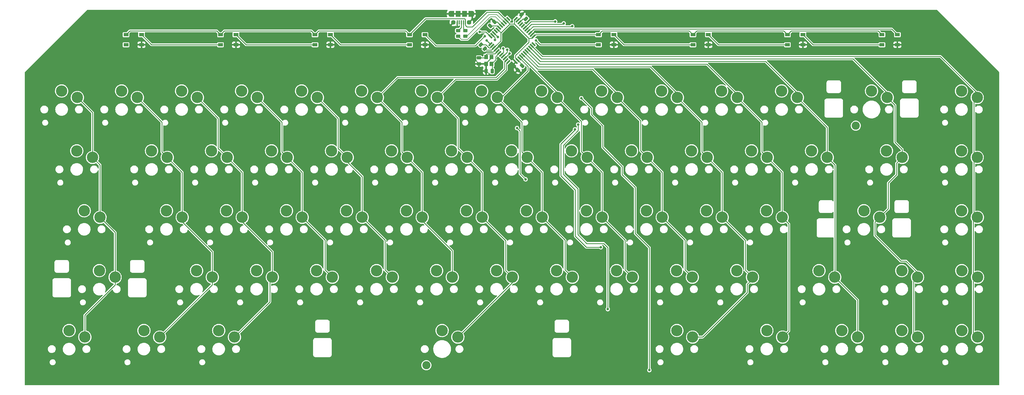
<source format=gbr>
%TF.GenerationSoftware,KiCad,Pcbnew,(6.0.1-0)*%
%TF.CreationDate,2022-09-18T11:43:04-04:00*%
%TF.ProjectId,keeb,6b656562-2e6b-4696-9361-645f70636258,rev?*%
%TF.SameCoordinates,Original*%
%TF.FileFunction,Copper,L1,Top*%
%TF.FilePolarity,Positive*%
%FSLAX46Y46*%
G04 Gerber Fmt 4.6, Leading zero omitted, Abs format (unit mm)*
G04 Created by KiCad (PCBNEW (6.0.1-0)) date 2022-09-18 11:43:04*
%MOMM*%
%LPD*%
G01*
G04 APERTURE LIST*
G04 Aperture macros list*
%AMRoundRect*
0 Rectangle with rounded corners*
0 $1 Rounding radius*
0 $2 $3 $4 $5 $6 $7 $8 $9 X,Y pos of 4 corners*
0 Add a 4 corners polygon primitive as box body*
4,1,4,$2,$3,$4,$5,$6,$7,$8,$9,$2,$3,0*
0 Add four circle primitives for the rounded corners*
1,1,$1+$1,$2,$3*
1,1,$1+$1,$4,$5*
1,1,$1+$1,$6,$7*
1,1,$1+$1,$8,$9*
0 Add four rect primitives between the rounded corners*
20,1,$1+$1,$2,$3,$4,$5,0*
20,1,$1+$1,$4,$5,$6,$7,0*
20,1,$1+$1,$6,$7,$8,$9,0*
20,1,$1+$1,$8,$9,$2,$3,0*%
%AMRotRect*
0 Rectangle, with rotation*
0 The origin of the aperture is its center*
0 $1 length*
0 $2 width*
0 $3 Rotation angle, in degrees counterclockwise*
0 Add horizontal line*
21,1,$1,$2,0,0,$3*%
G04 Aperture macros list end*
%TA.AperFunction,SMDPad,CuDef*%
%ADD10R,0.400000X1.350000*%
%TD*%
%TA.AperFunction,ComponentPad*%
%ADD11C,1.450000*%
%TD*%
%TA.AperFunction,SMDPad,CuDef*%
%ADD12R,1.500000X1.900000*%
%TD*%
%TA.AperFunction,SMDPad,CuDef*%
%ADD13R,1.200000X1.900000*%
%TD*%
%TA.AperFunction,ComponentPad*%
%ADD14O,1.200000X1.900000*%
%TD*%
%TA.AperFunction,SMDPad,CuDef*%
%ADD15RotRect,1.500000X0.550000X315.000000*%
%TD*%
%TA.AperFunction,SMDPad,CuDef*%
%ADD16RotRect,1.500000X0.550000X45.000000*%
%TD*%
%TA.AperFunction,ComponentPad*%
%ADD17C,3.600000*%
%TD*%
%TA.AperFunction,ComponentPad*%
%ADD18C,2.600000*%
%TD*%
%TA.AperFunction,SMDPad,CuDef*%
%ADD19R,1.500000X1.000000*%
%TD*%
%TA.AperFunction,SMDPad,CuDef*%
%ADD20R,1.200000X1.400000*%
%TD*%
%TA.AperFunction,SMDPad,CuDef*%
%ADD21RoundRect,0.250000X0.512652X0.159099X0.159099X0.512652X-0.512652X-0.159099X-0.159099X-0.512652X0*%
%TD*%
%TA.AperFunction,SMDPad,CuDef*%
%ADD22RoundRect,0.250000X-0.450000X0.262500X-0.450000X-0.262500X0.450000X-0.262500X0.450000X0.262500X0*%
%TD*%
%TA.AperFunction,SMDPad,CuDef*%
%ADD23RoundRect,0.250000X0.475000X-0.250000X0.475000X0.250000X-0.475000X0.250000X-0.475000X-0.250000X0*%
%TD*%
%TA.AperFunction,SMDPad,CuDef*%
%ADD24RoundRect,0.250000X-0.159099X0.512652X-0.512652X0.159099X0.159099X-0.512652X0.512652X-0.159099X0*%
%TD*%
%TA.AperFunction,SMDPad,CuDef*%
%ADD25RoundRect,0.250000X0.159099X-0.512652X0.512652X-0.159099X-0.159099X0.512652X-0.512652X0.159099X0*%
%TD*%
%TA.AperFunction,SMDPad,CuDef*%
%ADD26RoundRect,0.250000X-0.250000X-0.475000X0.250000X-0.475000X0.250000X0.475000X-0.250000X0.475000X0*%
%TD*%
%TA.AperFunction,SMDPad,CuDef*%
%ADD27RoundRect,0.250000X0.503814X0.132583X0.132583X0.503814X-0.503814X-0.132583X-0.132583X-0.503814X0*%
%TD*%
%TA.AperFunction,ViaPad*%
%ADD28C,0.800000*%
%TD*%
%TA.AperFunction,Conductor*%
%ADD29C,0.250000*%
%TD*%
%TA.AperFunction,Conductor*%
%ADD30C,0.200000*%
%TD*%
G04 APERTURE END LIST*
D10*
%TO.P,J1,1,VBUS*%
%TO.N,+5V*%
X149300000Y130037500D03*
%TO.P,J1,2,D-*%
%TO.N,Net-(J1-Pad2)*%
X148650000Y130037500D03*
%TO.P,J1,3,D+*%
%TO.N,Net-(J1-Pad3)*%
X148000000Y130037500D03*
%TO.P,J1,4,ID*%
%TO.N,unconnected-(J1-Pad4)*%
X147350000Y130037500D03*
%TO.P,J1,5,GND*%
%TO.N,GND*%
X146700000Y130037500D03*
D11*
%TO.P,J1,6,Shield*%
X150500000Y130037500D03*
D12*
X149000000Y132737500D03*
D13*
X145100000Y132737500D03*
D14*
X144500000Y132737500D03*
X151500000Y132737500D03*
D13*
X150900000Y132737500D03*
D11*
X145500000Y130037500D03*
D12*
X147000000Y132737500D03*
%TD*%
D15*
%TO.P,U1,1,PE6*%
%TO.N,unconnected-(U1-Pad1)*%
X162897918Y131158936D03*
%TO.P,U1,2,UVCC*%
%TO.N,+5V*%
X162332233Y130593250D03*
%TO.P,U1,3,D-*%
%TO.N,/uC/D-*%
X161766548Y130027565D03*
%TO.P,U1,4,D+*%
%TO.N,/uC/D+*%
X161200862Y129461880D03*
%TO.P,U1,5,UGND*%
%TO.N,GND*%
X160635177Y128896194D03*
%TO.P,U1,6,UCAP*%
%TO.N,Net-(C4-Pad1)*%
X160069491Y128330509D03*
%TO.P,U1,7,VBUS*%
%TO.N,+5V*%
X159503806Y127764823D03*
%TO.P,U1,8,PB0*%
%TO.N,unconnected-(U1-Pad8)*%
X158938120Y127199138D03*
%TO.P,U1,9,PB1*%
%TO.N,R2*%
X158372435Y126633452D03*
%TO.P,U1,10,PB2*%
%TO.N,R1*%
X157806750Y126067767D03*
%TO.P,U1,11,PB3*%
%TO.N,C1*%
X157241064Y125502082D03*
D16*
%TO.P,U1,12,PB7*%
%TO.N,C2*%
X157241064Y123097918D03*
%TO.P,U1,13,~{RESET}*%
%TO.N,Net-(R3-Pad2)*%
X157806750Y122532233D03*
%TO.P,U1,14,VCC*%
%TO.N,+5V*%
X158372435Y121966548D03*
%TO.P,U1,15,GND*%
%TO.N,GND*%
X158938120Y121400862D03*
%TO.P,U1,16,XTAL2*%
%TO.N,Net-(C2-Pad2)*%
X159503806Y120835177D03*
%TO.P,U1,17,XTAL1*%
%TO.N,Net-(C1-Pad2)*%
X160069491Y120269491D03*
%TO.P,U1,18,PD0*%
%TO.N,C3*%
X160635177Y119703806D03*
%TO.P,U1,19,PD1*%
%TO.N,C4*%
X161200862Y119138120D03*
%TO.P,U1,20,PD2*%
%TO.N,C5*%
X161766548Y118572435D03*
%TO.P,U1,21,PD3*%
%TO.N,C6*%
X162332233Y118006750D03*
%TO.P,U1,22,PD5*%
%TO.N,C7*%
X162897918Y117441064D03*
D15*
%TO.P,U1,23,GND*%
%TO.N,GND*%
X165302082Y117441064D03*
%TO.P,U1,24,AVCC*%
%TO.N,+5V*%
X165867767Y118006750D03*
%TO.P,U1,25,PD4*%
%TO.N,C8*%
X166433452Y118572435D03*
%TO.P,U1,26,PD6*%
%TO.N,C9*%
X166999138Y119138120D03*
%TO.P,U1,27,PD7*%
%TO.N,C10*%
X167564823Y119703806D03*
%TO.P,U1,28,PB4*%
%TO.N,C11*%
X168130509Y120269491D03*
%TO.P,U1,29,PB5*%
%TO.N,C12*%
X168696194Y120835177D03*
%TO.P,U1,30,PB6*%
%TO.N,C13*%
X169261880Y121400862D03*
%TO.P,U1,31,PC6*%
%TO.N,C14*%
X169827565Y121966548D03*
%TO.P,U1,32,PC7*%
%TO.N,C15*%
X170393250Y122532233D03*
%TO.P,U1,33,~{HWB}/PE2*%
%TO.N,unconnected-(U1-Pad33)*%
X170958936Y123097918D03*
D16*
%TO.P,U1,34,VCC*%
%TO.N,+5V*%
X170958936Y125502082D03*
%TO.P,U1,35,GND*%
%TO.N,GND*%
X170393250Y126067767D03*
%TO.P,U1,36,PF7*%
%TO.N,NEO*%
X169827565Y126633452D03*
%TO.P,U1,37,PF6*%
%TO.N,R5*%
X169261880Y127199138D03*
%TO.P,U1,38,PF5*%
%TO.N,R4*%
X168696194Y127764823D03*
%TO.P,U1,39,PF4*%
%TO.N,R3*%
X168130509Y128330509D03*
%TO.P,U1,40,PF1*%
%TO.N,unconnected-(U1-Pad40)*%
X167564823Y128896194D03*
%TO.P,U1,41,PF0*%
%TO.N,unconnected-(U1-Pad41)*%
X166999138Y129461880D03*
%TO.P,U1,42,AREF*%
%TO.N,Net-(C3-Pad1)*%
X166433452Y130027565D03*
%TO.P,U1,43,GND*%
%TO.N,GND*%
X165867767Y130593250D03*
%TO.P,U1,44,AVCC*%
%TO.N,+5V*%
X165302082Y131158936D03*
%TD*%
D17*
%TO.P,SW5,1,1*%
%TO.N,Net-(D5-Pad2)*%
X23475000Y32000000D03*
%TO.P,SW5,2,2*%
%TO.N,C1*%
X28475000Y29900000D03*
%TD*%
%TO.P,SW10,1,1*%
%TO.N,Net-(D10-Pad2)*%
X47225000Y32000000D03*
%TO.P,SW10,2,2*%
%TO.N,C2*%
X52225000Y29900000D03*
%TD*%
%TO.P,SW15,1,1*%
%TO.N,Net-(D15-Pad2)*%
X70975000Y32000000D03*
%TO.P,SW15,2,2*%
%TO.N,C3*%
X75975000Y29900000D03*
%TD*%
D18*
%TO.P,SW20,*%
%TO.N,*%
X273250000Y97150000D03*
D17*
%TO.P,SW20,1,1*%
%TO.N,Net-(D20-Pad2)*%
X278250000Y108200000D03*
%TO.P,SW20,2,2*%
%TO.N,C14*%
X283250000Y106100000D03*
%TD*%
%TO.P,SW25,1,1*%
%TO.N,Net-(D25-Pad2)*%
X283000000Y89150000D03*
%TO.P,SW25,2,2*%
%TO.N,C14*%
X288000000Y87050000D03*
%TD*%
%TO.P,SW30,1,1*%
%TO.N,Net-(D30-Pad2)*%
X275825000Y70100000D03*
%TO.P,SW30,2,2*%
%TO.N,C14*%
X280825000Y68000000D03*
%TD*%
D18*
%TO.P,SW35,*%
%TO.N,*%
X136900000Y20950000D03*
D17*
%TO.P,SW35,1,1*%
%TO.N,Net-(D35-Pad2)*%
X141900000Y32000000D03*
%TO.P,SW35,2,2*%
%TO.N,C7*%
X146900000Y29900000D03*
%TD*%
%TO.P,SW55,1,1*%
%TO.N,Net-(D55-Pad2)*%
X216450000Y32000000D03*
%TO.P,SW55,2,2*%
%TO.N,C11*%
X221450000Y29900000D03*
%TD*%
%TO.P,SW60,1,1*%
%TO.N,Net-(D60-Pad2)*%
X245000000Y32000000D03*
%TO.P,SW60,2,2*%
%TO.N,C12*%
X250000000Y29900000D03*
%TD*%
%TO.P,SW64,1,1*%
%TO.N,Net-(D64-Pad2)*%
X261575000Y51050000D03*
%TO.P,SW64,2,2*%
%TO.N,C13*%
X266575000Y48950000D03*
%TD*%
%TO.P,SW1,1,1*%
%TO.N,Net-(D1-Pad2)*%
X21100000Y108200000D03*
%TO.P,SW1,2,2*%
%TO.N,C1*%
X26100000Y106100000D03*
%TD*%
%TO.P,SW6,1,1*%
%TO.N,Net-(D6-Pad2)*%
X40150000Y108200000D03*
%TO.P,SW6,2,2*%
%TO.N,C2*%
X45150000Y106100000D03*
%TD*%
%TO.P,SW8,1,1*%
%TO.N,Net-(D8-Pad2)*%
X54400000Y70100000D03*
%TO.P,SW8,2,2*%
%TO.N,C2*%
X59400000Y68000000D03*
%TD*%
%TO.P,SW9,1,1*%
%TO.N,Net-(D9-Pad2)*%
X63950000Y51050000D03*
%TO.P,SW9,2,2*%
%TO.N,C2*%
X68950000Y48950000D03*
%TD*%
%TO.P,SW11,1,1*%
%TO.N,Net-(D11-Pad2)*%
X59200000Y108200000D03*
%TO.P,SW11,2,2*%
%TO.N,C3*%
X64200000Y106100000D03*
%TD*%
%TO.P,SW12,1,1*%
%TO.N,Net-(D12-Pad2)*%
X68700000Y89150000D03*
%TO.P,SW12,2,2*%
%TO.N,C3*%
X73700000Y87050000D03*
%TD*%
%TO.P,SW13,1,1*%
%TO.N,Net-(D13-Pad2)*%
X73450000Y70100000D03*
%TO.P,SW13,2,2*%
%TO.N,C3*%
X78450000Y68000000D03*
%TD*%
%TO.P,SW14,1,1*%
%TO.N,Net-(D14-Pad2)*%
X83000000Y51050000D03*
%TO.P,SW14,2,2*%
%TO.N,C3*%
X88000000Y48950000D03*
%TD*%
%TO.P,SW16,1,1*%
%TO.N,Net-(D16-Pad2)*%
X78250000Y108200000D03*
%TO.P,SW16,2,2*%
%TO.N,C4*%
X83250000Y106100000D03*
%TD*%
%TO.P,SW17,1,1*%
%TO.N,Net-(D17-Pad2)*%
X87750000Y89150000D03*
%TO.P,SW17,2,2*%
%TO.N,C4*%
X92750000Y87050000D03*
%TD*%
%TO.P,SW18,1,1*%
%TO.N,Net-(D18-Pad2)*%
X92500000Y70100000D03*
%TO.P,SW18,2,2*%
%TO.N,C4*%
X97500000Y68000000D03*
%TD*%
%TO.P,SW19,1,1*%
%TO.N,Net-(D19-Pad2)*%
X102050000Y51050000D03*
%TO.P,SW19,2,2*%
%TO.N,C4*%
X107050000Y48950000D03*
%TD*%
%TO.P,SW21,1,1*%
%TO.N,Net-(D21-Pad2)*%
X97300000Y108200000D03*
%TO.P,SW21,2,2*%
%TO.N,C5*%
X102300000Y106100000D03*
%TD*%
%TO.P,SW22,1,1*%
%TO.N,Net-(D22-Pad2)*%
X106800000Y89150000D03*
%TO.P,SW22,2,2*%
%TO.N,C5*%
X111800000Y87050000D03*
%TD*%
%TO.P,SW23,1,1*%
%TO.N,Net-(D23-Pad2)*%
X111550000Y70100000D03*
%TO.P,SW23,2,2*%
%TO.N,C5*%
X116550000Y68000000D03*
%TD*%
%TO.P,SW24,1,1*%
%TO.N,Net-(D24-Pad2)*%
X121100000Y51050000D03*
%TO.P,SW24,2,2*%
%TO.N,C5*%
X126100000Y48950000D03*
%TD*%
%TO.P,SW26,1,1*%
%TO.N,Net-(D26-Pad2)*%
X116350000Y108200000D03*
%TO.P,SW26,2,2*%
%TO.N,C6*%
X121350000Y106100000D03*
%TD*%
%TO.P,SW27,1,1*%
%TO.N,Net-(D27-Pad2)*%
X125850000Y89150000D03*
%TO.P,SW27,2,2*%
%TO.N,C6*%
X130850000Y87050000D03*
%TD*%
%TO.P,SW28,1,1*%
%TO.N,Net-(D28-Pad2)*%
X130600000Y70100000D03*
%TO.P,SW28,2,2*%
%TO.N,C6*%
X135600000Y68000000D03*
%TD*%
%TO.P,SW29,1,1*%
%TO.N,Net-(D29-Pad2)*%
X140150000Y51050000D03*
%TO.P,SW29,2,2*%
%TO.N,C6*%
X145150000Y48950000D03*
%TD*%
%TO.P,SW31,1,1*%
%TO.N,Net-(D31-Pad2)*%
X135400000Y108200000D03*
%TO.P,SW31,2,2*%
%TO.N,C7*%
X140400000Y106100000D03*
%TD*%
%TO.P,SW32,1,1*%
%TO.N,Net-(D32-Pad2)*%
X144900000Y89150000D03*
%TO.P,SW32,2,2*%
%TO.N,C7*%
X149900000Y87050000D03*
%TD*%
%TO.P,SW33,1,1*%
%TO.N,Net-(D33-Pad2)*%
X149650000Y70100000D03*
%TO.P,SW33,2,2*%
%TO.N,C7*%
X154650000Y68000000D03*
%TD*%
%TO.P,SW34,1,1*%
%TO.N,Net-(D34-Pad2)*%
X159200000Y51050000D03*
%TO.P,SW34,2,2*%
%TO.N,C7*%
X164200000Y48950000D03*
%TD*%
%TO.P,SW36,1,1*%
%TO.N,Net-(D36-Pad2)*%
X154450000Y108200000D03*
%TO.P,SW36,2,2*%
%TO.N,C8*%
X159450000Y106100000D03*
%TD*%
%TO.P,SW37,1,1*%
%TO.N,Net-(D37-Pad2)*%
X163950000Y89150000D03*
%TO.P,SW37,2,2*%
%TO.N,C8*%
X168950000Y87050000D03*
%TD*%
%TO.P,SW38,1,1*%
%TO.N,Net-(D38-Pad2)*%
X168700000Y70100000D03*
%TO.P,SW38,2,2*%
%TO.N,C8*%
X173700000Y68000000D03*
%TD*%
%TO.P,SW39,1,1*%
%TO.N,Net-(D39-Pad2)*%
X178250000Y51050000D03*
%TO.P,SW39,2,2*%
%TO.N,C8*%
X183250000Y48950000D03*
%TD*%
%TO.P,SW40,1,1*%
%TO.N,Net-(D40-Pad2)*%
X287850000Y51050000D03*
%TO.P,SW40,2,2*%
%TO.N,C14*%
X292850000Y48950000D03*
%TD*%
%TO.P,SW41,1,1*%
%TO.N,Net-(D41-Pad2)*%
X173500000Y108200000D03*
%TO.P,SW41,2,2*%
%TO.N,C9*%
X178500000Y106100000D03*
%TD*%
%TO.P,SW42,1,1*%
%TO.N,Net-(D42-Pad2)*%
X183000000Y89150000D03*
%TO.P,SW42,2,2*%
%TO.N,C9*%
X188000000Y87050000D03*
%TD*%
%TO.P,SW43,1,1*%
%TO.N,Net-(D43-Pad2)*%
X187750000Y70100000D03*
%TO.P,SW43,2,2*%
%TO.N,C9*%
X192750000Y68000000D03*
%TD*%
%TO.P,SW44,1,1*%
%TO.N,Net-(D44-Pad2)*%
X197300000Y51050000D03*
%TO.P,SW44,2,2*%
%TO.N,C9*%
X202300000Y48950000D03*
%TD*%
%TO.P,SW45,1,1*%
%TO.N,Net-(D45-Pad2)*%
X287850000Y32000000D03*
%TO.P,SW45,2,2*%
%TO.N,C14*%
X292850000Y29900000D03*
%TD*%
%TO.P,SW46,1,1*%
%TO.N,Net-(D46-Pad2)*%
X192550000Y108200000D03*
%TO.P,SW46,2,2*%
%TO.N,C10*%
X197550000Y106100000D03*
%TD*%
%TO.P,SW47,1,1*%
%TO.N,Net-(D47-Pad2)*%
X202050000Y89150000D03*
%TO.P,SW47,2,2*%
%TO.N,C10*%
X207050000Y87050000D03*
%TD*%
%TO.P,SW48,1,1*%
%TO.N,Net-(D48-Pad2)*%
X206800000Y70100000D03*
%TO.P,SW48,2,2*%
%TO.N,C10*%
X211800000Y68000000D03*
%TD*%
%TO.P,SW49,1,1*%
%TO.N,Net-(D49-Pad2)*%
X216350000Y51050000D03*
%TO.P,SW49,2,2*%
%TO.N,C10*%
X221350000Y48950000D03*
%TD*%
%TO.P,SW50,1,1*%
%TO.N,Net-(D50-Pad2)*%
X306800000Y108200000D03*
%TO.P,SW50,2,2*%
%TO.N,C15*%
X311800000Y106100000D03*
%TD*%
%TO.P,SW51,1,1*%
%TO.N,Net-(D51-Pad2)*%
X211600000Y108200000D03*
%TO.P,SW51,2,2*%
%TO.N,C11*%
X216600000Y106100000D03*
%TD*%
%TO.P,SW52,1,1*%
%TO.N,Net-(D52-Pad2)*%
X221100000Y89150000D03*
%TO.P,SW52,2,2*%
%TO.N,C11*%
X226100000Y87050000D03*
%TD*%
%TO.P,SW53,1,1*%
%TO.N,Net-(D53-Pad2)*%
X225850000Y70100000D03*
%TO.P,SW53,2,2*%
%TO.N,C11*%
X230850000Y68000000D03*
%TD*%
%TO.P,SW54,1,1*%
%TO.N,Net-(D54-Pad2)*%
X235450000Y51050000D03*
%TO.P,SW54,2,2*%
%TO.N,C11*%
X240450000Y48950000D03*
%TD*%
%TO.P,SW56,1,1*%
%TO.N,Net-(D56-Pad2)*%
X230650000Y108200000D03*
%TO.P,SW56,2,2*%
%TO.N,C12*%
X235650000Y106100000D03*
%TD*%
%TO.P,SW57,1,1*%
%TO.N,Net-(D57-Pad2)*%
X240150000Y89150000D03*
%TO.P,SW57,2,2*%
%TO.N,C12*%
X245150000Y87050000D03*
%TD*%
%TO.P,SW58,1,1*%
%TO.N,Net-(D58-Pad2)*%
X244900000Y70100000D03*
%TO.P,SW58,2,2*%
%TO.N,C12*%
X249900000Y68000000D03*
%TD*%
%TO.P,SW59,1,1*%
%TO.N,Net-(D59-Pad2)*%
X306800000Y89150000D03*
%TO.P,SW59,2,2*%
%TO.N,C15*%
X311800000Y87050000D03*
%TD*%
%TO.P,SW61,1,1*%
%TO.N,Net-(D61-Pad2)*%
X249700000Y108200000D03*
%TO.P,SW61,2,2*%
%TO.N,C13*%
X254700000Y106100000D03*
%TD*%
%TO.P,SW62,1,1*%
%TO.N,Net-(D62-Pad2)*%
X259200000Y89150000D03*
%TO.P,SW62,2,2*%
%TO.N,C13*%
X264200000Y87050000D03*
%TD*%
%TO.P,SW63,1,1*%
%TO.N,Net-(D63-Pad2)*%
X306850000Y70100000D03*
%TO.P,SW63,2,2*%
%TO.N,C15*%
X311850000Y68000000D03*
%TD*%
%TO.P,SW65,1,1*%
%TO.N,Net-(D65-Pad2)*%
X268800000Y32000000D03*
%TO.P,SW65,2,2*%
%TO.N,C13*%
X273800000Y29900000D03*
%TD*%
%TO.P,SW66,1,1*%
%TO.N,Net-(D66-Pad2)*%
X306900000Y51050000D03*
%TO.P,SW66,2,2*%
%TO.N,C15*%
X311900000Y48950000D03*
%TD*%
%TO.P,SW67,1,1*%
%TO.N,Net-(D67-Pad2)*%
X306900000Y32000000D03*
%TO.P,SW67,2,2*%
%TO.N,C15*%
X311900000Y29900000D03*
%TD*%
%TO.P,SW7,1,1*%
%TO.N,Net-(D7-Pad2)*%
X49650000Y89150000D03*
%TO.P,SW7,2,2*%
%TO.N,C2*%
X54650000Y87050000D03*
%TD*%
%TO.P,SW2,1,1*%
%TO.N,Net-(D2-Pad2)*%
X25900000Y89150000D03*
%TO.P,SW2,2,2*%
%TO.N,C1*%
X30900000Y87050000D03*
%TD*%
%TO.P,SW3,1,1*%
%TO.N,Net-(D3-Pad2)*%
X28275000Y70100000D03*
%TO.P,SW3,2,2*%
%TO.N,C1*%
X33275000Y68000000D03*
%TD*%
%TO.P,SW4,1,1*%
%TO.N,Net-(D4-Pad2)*%
X33075000Y51050000D03*
%TO.P,SW4,2,2*%
%TO.N,C1*%
X38075000Y48950000D03*
%TD*%
D19*
%TO.P,D68,1,VDD*%
%TO.N,+5V*%
X281550000Y126100000D03*
%TO.P,D68,2,DOUT*%
%TO.N,Net-(D68-Pad2)*%
X281550000Y122900000D03*
%TO.P,D68,3,VSS*%
%TO.N,GND*%
X286450000Y122900000D03*
%TO.P,D68,4,DIN*%
%TO.N,NEO*%
X286450000Y126100000D03*
%TD*%
%TO.P,D69,1,VDD*%
%TO.N,+5V*%
X251550000Y126100000D03*
%TO.P,D69,2,DOUT*%
%TO.N,Net-(D69-Pad2)*%
X251550000Y122900000D03*
%TO.P,D69,3,VSS*%
%TO.N,GND*%
X256450000Y122900000D03*
%TO.P,D69,4,DIN*%
%TO.N,Net-(D68-Pad2)*%
X256450000Y126100000D03*
%TD*%
%TO.P,D70,1,VDD*%
%TO.N,+5V*%
X221550000Y126100000D03*
%TO.P,D70,2,DOUT*%
%TO.N,Net-(D70-Pad2)*%
X221550000Y122900000D03*
%TO.P,D70,3,VSS*%
%TO.N,GND*%
X226450000Y122900000D03*
%TO.P,D70,4,DIN*%
%TO.N,Net-(D69-Pad2)*%
X226450000Y126100000D03*
%TD*%
%TO.P,D71,1,VDD*%
%TO.N,+5V*%
X191550000Y126100000D03*
%TO.P,D71,2,DOUT*%
%TO.N,Net-(D71-Pad2)*%
X191550000Y122900000D03*
%TO.P,D71,3,VSS*%
%TO.N,GND*%
X196450000Y122900000D03*
%TO.P,D71,4,DIN*%
%TO.N,Net-(D70-Pad2)*%
X196450000Y126100000D03*
%TD*%
%TO.P,D72,1,VDD*%
%TO.N,+5V*%
X131550000Y126100000D03*
%TO.P,D72,2,DOUT*%
%TO.N,Net-(D72-Pad2)*%
X131550000Y122900000D03*
%TO.P,D72,3,VSS*%
%TO.N,GND*%
X136450000Y122900000D03*
%TO.P,D72,4,DIN*%
%TO.N,Net-(D71-Pad2)*%
X136450000Y126100000D03*
%TD*%
%TO.P,D73,1,VDD*%
%TO.N,+5V*%
X101550000Y126100000D03*
%TO.P,D73,2,DOUT*%
%TO.N,Net-(D73-Pad2)*%
X101550000Y122900000D03*
%TO.P,D73,3,VSS*%
%TO.N,GND*%
X106450000Y122900000D03*
%TO.P,D73,4,DIN*%
%TO.N,Net-(D72-Pad2)*%
X106450000Y126100000D03*
%TD*%
%TO.P,D74,1,VDD*%
%TO.N,+5V*%
X71550000Y126100000D03*
%TO.P,D74,2,DOUT*%
%TO.N,Net-(D74-Pad2)*%
X71550000Y122900000D03*
%TO.P,D74,3,VSS*%
%TO.N,GND*%
X76450000Y122900000D03*
%TO.P,D74,4,DIN*%
%TO.N,Net-(D73-Pad2)*%
X76450000Y126100000D03*
%TD*%
%TO.P,D75,1,VDD*%
%TO.N,+5V*%
X41550000Y126100000D03*
%TO.P,D75,2,DOUT*%
%TO.N,unconnected-(D75-Pad2)*%
X41550000Y122900000D03*
%TO.P,D75,3,VSS*%
%TO.N,GND*%
X46450000Y122900000D03*
%TO.P,D75,4,DIN*%
%TO.N,Net-(D74-Pad2)*%
X46450000Y126100000D03*
%TD*%
D20*
%TO.P,Y1,1,1*%
%TO.N,Net-(C2-Pad2)*%
X155900000Y119000000D03*
%TO.P,Y1,2,2*%
%TO.N,GND*%
X155900000Y116800000D03*
%TO.P,Y1,3,3*%
%TO.N,Net-(C1-Pad2)*%
X157600000Y116800000D03*
%TO.P,Y1,4,4*%
%TO.N,GND*%
X157600000Y119000000D03*
%TD*%
D21*
%TO.P,C3,1*%
%TO.N,Net-(C3-Pad1)*%
X168521751Y131128249D03*
%TO.P,C3,2*%
%TO.N,GND*%
X167178249Y132471751D03*
%TD*%
D22*
%TO.P,R1,1*%
%TO.N,Net-(J1-Pad3)*%
X147000000Y127412500D03*
%TO.P,R1,2*%
%TO.N,/uC/D+*%
X147000000Y125587500D03*
%TD*%
D23*
%TO.P,C2,1*%
%TO.N,GND*%
X153600000Y116850000D03*
%TO.P,C2,2*%
%TO.N,Net-(C2-Pad2)*%
X153600000Y118750000D03*
%TD*%
D22*
%TO.P,R2,1*%
%TO.N,Net-(J1-Pad2)*%
X149250000Y127412500D03*
%TO.P,R2,2*%
%TO.N,/uC/D-*%
X149250000Y125587500D03*
%TD*%
D24*
%TO.P,C5,1*%
%TO.N,+5V*%
X167271751Y116221751D03*
%TO.P,C5,2*%
%TO.N,GND*%
X165928249Y114878249D03*
%TD*%
D25*
%TO.P,C4,1*%
%TO.N,Net-(C4-Pad1)*%
X157178249Y128878249D03*
%TO.P,C4,2*%
%TO.N,GND*%
X158521751Y130221751D03*
%TD*%
D26*
%TO.P,C1,1*%
%TO.N,GND*%
X155900000Y114550000D03*
%TO.P,C1,2*%
%TO.N,Net-(C1-Pad2)*%
X157800000Y114550000D03*
%TD*%
D27*
%TO.P,R3,1*%
%TO.N,+5V*%
X155495235Y121654765D03*
%TO.P,R3,2*%
%TO.N,Net-(R3-Pad2)*%
X154204765Y122945235D03*
%TD*%
D28*
%TO.N,R5*%
X207700000Y19400000D03*
X186100000Y105900000D03*
X183200000Y128800000D03*
%TO.N,R4*%
X194500000Y38800000D03*
X180500000Y129700000D03*
X185100000Y97500000D03*
%TO.N,R3*%
X192300000Y58500000D03*
X184100000Y96000000D03*
X177800000Y130300000D03*
%TO.N,R2*%
X165700000Y96400000D03*
X168400000Y80100000D03*
X159600000Y125400000D03*
%TO.N,R1*%
X158700000Y124400000D03*
%TO.N,C5*%
X163300000Y120100000D03*
%TO.N,C4*%
X162600000Y121300000D03*
%TO.N,C3*%
X161300000Y121700000D03*
%TO.N,C2*%
X156025000Y124275000D03*
%TO.N,C1*%
X153850000Y126950000D03*
%TO.N,GND*%
X74600000Y122900000D03*
X172000000Y127000000D03*
X224500000Y122900000D03*
X165700000Y133100000D03*
X194600000Y122900000D03*
X104600000Y122900000D03*
X284600000Y122900000D03*
X254700000Y122900000D03*
X159624500Y118500000D03*
X156900000Y130500000D03*
X134600000Y122900000D03*
X44500000Y122900000D03*
%TO.N,Net-(D71-Pad2)*%
X155425000Y125600000D03*
X171700000Y124300000D03*
%TD*%
D29*
%TO.N,R4*%
X185100000Y97500000D02*
X185100000Y95600000D01*
X185100000Y95600000D02*
X180400000Y90900000D01*
X180400000Y81700000D02*
X185000000Y77100000D01*
X180400000Y90900000D02*
X180400000Y81700000D01*
X193200000Y59700000D02*
X194500000Y58400000D01*
X187800000Y59700000D02*
X193200000Y59700000D01*
X185000000Y77100000D02*
X185000000Y62500000D01*
X185000000Y62500000D02*
X187800000Y59700000D01*
X194500000Y58400000D02*
X194500000Y38800000D01*
%TO.N,C14*%
X288000000Y87050000D02*
X288000000Y89600000D01*
X288000000Y89600000D02*
X285700000Y91900000D01*
X285700000Y91900000D02*
X285700000Y103650000D01*
X285700000Y103650000D02*
X283250000Y106100000D01*
%TO.N,C15*%
X311800000Y87050000D02*
X310700000Y88150000D01*
X310700000Y88150000D02*
X310700000Y105000000D01*
X310700000Y105000000D02*
X311800000Y106100000D01*
X311850000Y68000000D02*
X310700000Y69150000D01*
X310700000Y69150000D02*
X310700000Y85950000D01*
X310700000Y85950000D02*
X311800000Y87050000D01*
%TO.N,C14*%
X280825000Y68000000D02*
X283600000Y70775000D01*
X283600000Y70775000D02*
X283600000Y79000000D01*
X283600000Y79000000D02*
X286200000Y81600000D01*
X286200000Y81600000D02*
X286200000Y85250000D01*
X286200000Y85250000D02*
X288000000Y87050000D01*
%TO.N,C15*%
X311900000Y48950000D02*
X310600000Y50250000D01*
X310600000Y50250000D02*
X310600000Y66750000D01*
X310600000Y66750000D02*
X311850000Y68000000D01*
X311900000Y29900000D02*
X310600000Y31200000D01*
X310600000Y31200000D02*
X310600000Y47650000D01*
X310600000Y47650000D02*
X311900000Y48950000D01*
%TO.N,C14*%
X292850000Y29900000D02*
X291600000Y31150000D01*
X291600000Y47700000D02*
X292850000Y48950000D01*
X291600000Y31150000D02*
X291600000Y47700000D01*
X292850000Y48950000D02*
X292850000Y50400000D01*
X279300000Y66475000D02*
X280825000Y68000000D01*
X289150000Y54100000D02*
X287500000Y54100000D01*
X279300000Y62300000D02*
X279300000Y66475000D01*
X292850000Y50400000D02*
X289150000Y54100000D01*
X287500000Y54100000D02*
X279300000Y62300000D01*
%TO.N,C12*%
X250000000Y29900000D02*
X252000000Y31900000D01*
X252000000Y31900000D02*
X252000000Y65900000D01*
X252000000Y65900000D02*
X249900000Y68000000D01*
%TO.N,C11*%
X240450000Y48950000D02*
X238200000Y51200000D01*
X238200000Y60650000D02*
X230850000Y68000000D01*
X238200000Y51200000D02*
X238200000Y60650000D01*
X221450000Y29900000D02*
X224600000Y29900000D01*
X238800000Y46700000D02*
X240450000Y48350000D01*
X224600000Y29900000D02*
X238800000Y44100000D01*
X240450000Y48350000D02*
X240450000Y48950000D01*
X238800000Y44100000D02*
X238800000Y46700000D01*
%TO.N,C10*%
X221350000Y48950000D02*
X219000000Y51300000D01*
X219000000Y51300000D02*
X219000000Y60800000D01*
X219000000Y60800000D02*
X211800000Y68000000D01*
X207050000Y87050000D02*
X204900000Y89200000D01*
X204900000Y89200000D02*
X204900000Y98750000D01*
X204900000Y98750000D02*
X197550000Y106100000D01*
%TO.N,R5*%
X186100000Y105900000D02*
X189300000Y102700000D01*
X189300000Y102700000D02*
X189300000Y100700000D01*
X189300000Y100700000D02*
X192900000Y97100000D01*
X192900000Y97100000D02*
X192900000Y90300000D01*
X192900000Y90300000D02*
X199100000Y84100000D01*
X199100000Y84100000D02*
X199100000Y81600000D01*
X199100000Y81600000D02*
X203200000Y77500000D01*
X203200000Y77500000D02*
X203200000Y62900000D01*
X203200000Y62900000D02*
X207700000Y58400000D01*
X207700000Y58400000D02*
X207700000Y19400000D01*
%TO.N,C9*%
X188000000Y87050000D02*
X186100000Y88950000D01*
X186100000Y88950000D02*
X186100000Y98500000D01*
X186100000Y98500000D02*
X178500000Y106100000D01*
X202300000Y48950000D02*
X200000000Y51250000D01*
X200000000Y51250000D02*
X200000000Y60750000D01*
X200000000Y60750000D02*
X192750000Y68000000D01*
%TO.N,R3*%
X184200000Y76650000D02*
X184200000Y62000000D01*
X184100000Y95800000D02*
X179600000Y91300000D01*
X184100000Y96000000D02*
X184100000Y95800000D01*
X179600000Y91300000D02*
X179600000Y81250000D01*
X179600000Y81250000D02*
X184200000Y76650000D01*
X184200000Y62000000D02*
X187700000Y58500000D01*
X187700000Y58500000D02*
X192300000Y58500000D01*
%TO.N,C8*%
X183250000Y48950000D02*
X180900000Y51300000D01*
X180900000Y51300000D02*
X180900000Y60800000D01*
X180900000Y60800000D02*
X173700000Y68000000D01*
%TO.N,C7*%
X164200000Y48950000D02*
X162100000Y51050000D01*
X162100000Y51050000D02*
X162100000Y60550000D01*
X162100000Y60550000D02*
X154650000Y68000000D01*
%TO.N,C6*%
X145150000Y48950000D02*
X145150000Y57350000D01*
X135600000Y66900000D02*
X135600000Y68000000D01*
X145150000Y57350000D02*
X135600000Y66900000D01*
%TO.N,C5*%
X126100000Y48950000D02*
X123800000Y51250000D01*
X123800000Y51250000D02*
X123800000Y60750000D01*
X123800000Y60750000D02*
X116550000Y68000000D01*
%TO.N,C4*%
X107050000Y48950000D02*
X104700000Y51300000D01*
X104700000Y51300000D02*
X104700000Y60800000D01*
X104700000Y60800000D02*
X97500000Y68000000D01*
D30*
%TO.N,/uC/D-*%
X149250000Y125587500D02*
X149787500Y125587500D01*
X149787500Y125587500D02*
X156700000Y132500000D01*
X156700000Y132500000D02*
X159294113Y132500000D01*
X159294113Y132500000D02*
X161766548Y130027565D01*
D29*
%TO.N,+5V*%
X149300000Y130037500D02*
X149300000Y129100000D01*
X159725483Y133200000D02*
X162332233Y130593250D01*
X149300000Y129100000D02*
X149800000Y128600000D01*
X151500000Y128600000D02*
X156100000Y133200000D01*
X149800000Y128600000D02*
X151500000Y128600000D01*
X156100000Y133200000D02*
X159725483Y133200000D01*
D30*
%TO.N,/uC/D+*%
X147000000Y125587500D02*
X147987500Y124600000D01*
X147987500Y124600000D02*
X150000000Y124600000D01*
X158862742Y131800000D02*
X161200862Y129461880D01*
X150000000Y124600000D02*
X157200000Y131800000D01*
X157200000Y131800000D02*
X158862742Y131800000D01*
D29*
%TO.N,+5V*%
X160500000Y126700000D02*
X160600000Y126700000D01*
X160600000Y126700000D02*
X163362741Y129462741D01*
X163362741Y129462741D02*
X163362741Y129562742D01*
X163362741Y129562742D02*
X163425483Y129500000D01*
X163425483Y129500000D02*
X164800000Y129500000D01*
X164800000Y129500000D02*
X164818463Y129481537D01*
X163362741Y129562742D02*
X162332233Y130593250D01*
%TO.N,C15*%
X170393250Y122532233D02*
X173725483Y119200000D01*
X173725483Y119200000D02*
X300100000Y119200000D01*
X300100000Y119200000D02*
X311800000Y107500000D01*
X311800000Y107500000D02*
X311800000Y106100000D01*
%TO.N,C14*%
X169827565Y121966548D02*
X173394113Y118400000D01*
X173394113Y118400000D02*
X272400000Y118400000D01*
X272400000Y118400000D02*
X283250000Y107550000D01*
X283250000Y107550000D02*
X283250000Y106100000D01*
%TO.N,C13*%
X169261880Y121400862D02*
X173062742Y117600000D01*
X173062742Y117600000D02*
X244602257Y117600000D01*
X244602257Y117600000D02*
X254700000Y107502257D01*
X254700000Y107502257D02*
X254700000Y106100000D01*
%TO.N,C12*%
X168696194Y120835177D02*
X168696194Y120829743D01*
X168696194Y120829743D02*
X172825937Y116700000D01*
X172825937Y116700000D02*
X226000000Y116700000D01*
X226000000Y116700000D02*
X235650000Y107050000D01*
X235650000Y107050000D02*
X235650000Y106100000D01*
%TO.N,C11*%
X168130509Y120269491D02*
X172500000Y115900000D01*
X216600000Y107300000D02*
X216600000Y106100000D01*
X172500000Y115900000D02*
X208000000Y115900000D01*
X208000000Y115900000D02*
X216600000Y107300000D01*
%TO.N,C10*%
X167564823Y119703806D02*
X167596194Y119703806D01*
X167596194Y119703806D02*
X172200000Y115100000D01*
X172200000Y115100000D02*
X189700000Y115100000D01*
X189700000Y115100000D02*
X197550000Y107250000D01*
X197550000Y107250000D02*
X197550000Y106100000D01*
%TO.N,C8*%
X166433452Y118572435D02*
X166627565Y118572435D01*
X166627565Y118572435D02*
X169200000Y116000000D01*
X169200000Y116000000D02*
X169200000Y114600000D01*
X169200000Y114600000D02*
X160700000Y106100000D01*
X160700000Y106100000D02*
X159450000Y106100000D01*
%TO.N,C7*%
X162897918Y117441064D02*
X162300000Y116843146D01*
X162300000Y116843146D02*
X162300000Y114900000D01*
X146200000Y111900000D02*
X140400000Y106100000D01*
X162300000Y114900000D02*
X159300000Y111900000D01*
X159300000Y111900000D02*
X146200000Y111900000D01*
%TO.N,C6*%
X162332233Y118006750D02*
X161700000Y117374517D01*
X159000000Y112500000D02*
X127750000Y112500000D01*
X161700000Y117374517D02*
X161700000Y115200000D01*
X127750000Y112500000D02*
X121350000Y106100000D01*
X161700000Y115200000D02*
X159000000Y112500000D01*
%TO.N,C3*%
X161400000Y121600000D02*
X161400000Y120468629D01*
X161400000Y120468629D02*
X160635177Y119703806D01*
X161300000Y121700000D02*
X161400000Y121600000D01*
%TO.N,C4*%
X162600000Y121300000D02*
X162600000Y120537258D01*
X162600000Y120537258D02*
X161200862Y119138120D01*
%TO.N,C5*%
X163300000Y120100000D02*
X161772435Y118572435D01*
X161772435Y118572435D02*
X161766548Y118572435D01*
%TO.N,R1*%
X158700000Y124400000D02*
X158700000Y125200000D01*
X158700000Y125200000D02*
X157832233Y126067767D01*
X157832233Y126067767D02*
X157806750Y126067767D01*
%TO.N,R5*%
X170762742Y128700000D02*
X183100000Y128700000D01*
X183100000Y128700000D02*
X183200000Y128800000D01*
%TO.N,R4*%
X180500000Y129700000D02*
X180200000Y129400000D01*
X180200000Y129400000D02*
X170300000Y129400000D01*
X170300000Y129400000D02*
X168696194Y127796194D01*
X168696194Y127796194D02*
X168696194Y127764823D01*
%TO.N,R5*%
X169261880Y127199138D02*
X170762742Y128700000D01*
%TO.N,R3*%
X170100000Y130300000D02*
X177800000Y130300000D01*
X168130509Y128330509D02*
X170100000Y130300000D01*
%TO.N,R2*%
X166600000Y81900000D02*
X168400000Y80100000D01*
X158372435Y126633452D02*
X158372435Y126627565D01*
X166600000Y95500000D02*
X166600000Y81900000D01*
X158372435Y126627565D02*
X159600000Y125400000D01*
X165700000Y96400000D02*
X166600000Y95500000D01*
%TO.N,+5V*%
X158372435Y121966548D02*
X159033687Y122627800D01*
X159033687Y122627800D02*
X159033687Y122633687D01*
X159033687Y122633687D02*
X160500000Y124100000D01*
X160500000Y124100000D02*
X160500000Y126700000D01*
%TO.N,C9*%
X166999138Y119138120D02*
X166999138Y119100862D01*
X166999138Y119100862D02*
X178500000Y107600000D01*
X178500000Y107600000D02*
X178500000Y106100000D01*
%TO.N,C2*%
X157241064Y123097918D02*
X157202082Y123097918D01*
X157202082Y123097918D02*
X156025000Y124275000D01*
%TO.N,Net-(D71-Pad2)*%
X152400000Y122600000D02*
X139950000Y122600000D01*
X155425000Y125600000D02*
X155400000Y125600000D01*
X155400000Y125600000D02*
X152400000Y122600000D01*
X139950000Y122600000D02*
X136450000Y126100000D01*
%TO.N,C1*%
X153850000Y126950000D02*
X155793146Y126950000D01*
X155793146Y126950000D02*
X157241064Y125502082D01*
X28475000Y29900000D02*
X28475000Y36923157D01*
X28475000Y36923157D02*
X38075000Y46523157D01*
X38075000Y46523157D02*
X38075000Y48950000D01*
X38075000Y48950000D02*
X38075000Y63200000D01*
X38075000Y63200000D02*
X33275000Y68000000D01*
%TO.N,C2*%
X68950000Y48950000D02*
X68950000Y57023157D01*
X68950000Y57023157D02*
X59400000Y66573157D01*
X59400000Y66573157D02*
X59400000Y68000000D01*
%TO.N,C3*%
X88000000Y48950000D02*
X88000000Y57023157D01*
X88000000Y57023157D02*
X78450000Y66573157D01*
X78450000Y66573157D02*
X78450000Y68000000D01*
%TO.N,C7*%
X146900000Y29900000D02*
X164200000Y47200000D01*
X164200000Y47200000D02*
X164200000Y48950000D01*
%TO.N,C13*%
X273800000Y29900000D02*
X273800000Y41725000D01*
X273800000Y41725000D02*
X266575000Y48950000D01*
X266575000Y48950000D02*
X266601460Y48976460D01*
X266601460Y48976460D02*
X266601460Y84648540D01*
X266601460Y84648540D02*
X264200000Y87050000D01*
%TO.N,C12*%
X249900000Y68000000D02*
X249900000Y82300000D01*
X249900000Y82300000D02*
X245150000Y87050000D01*
%TO.N,C11*%
X230850000Y68000000D02*
X230850000Y82300000D01*
X230850000Y82300000D02*
X226100000Y87050000D01*
%TO.N,C10*%
X211800000Y68000000D02*
X211800000Y82300000D01*
X211800000Y82300000D02*
X207050000Y87050000D01*
%TO.N,C9*%
X192750000Y68000000D02*
X192750000Y82300000D01*
X192750000Y82300000D02*
X188000000Y87050000D01*
%TO.N,C8*%
X173700000Y68000000D02*
X173700000Y82300000D01*
X173700000Y82300000D02*
X168950000Y87050000D01*
%TO.N,C7*%
X154650000Y68000000D02*
X154650000Y82300000D01*
X154650000Y82300000D02*
X149900000Y87050000D01*
%TO.N,C6*%
X135600000Y68000000D02*
X135600000Y82300000D01*
X135600000Y82300000D02*
X130850000Y87050000D01*
%TO.N,C5*%
X116550000Y68000000D02*
X116550000Y80873157D01*
X116550000Y80873157D02*
X111800000Y85623157D01*
X111800000Y85623157D02*
X111800000Y87050000D01*
%TO.N,C4*%
X97500000Y68000000D02*
X97500000Y82300000D01*
X97500000Y82300000D02*
X92750000Y87050000D01*
%TO.N,C3*%
X78450000Y68000000D02*
X78450000Y82300000D01*
X78450000Y82300000D02*
X73700000Y87050000D01*
%TO.N,C2*%
X59400000Y68000000D02*
X59400000Y82300000D01*
X59400000Y82300000D02*
X54650000Y87050000D01*
%TO.N,C1*%
X33275000Y68000000D02*
X33275000Y84675000D01*
X33275000Y84675000D02*
X30900000Y87050000D01*
%TO.N,C13*%
X264200000Y87050000D02*
X264200000Y96600000D01*
X264200000Y96600000D02*
X254700000Y106100000D01*
%TO.N,C12*%
X245150000Y87050000D02*
X243455479Y88744521D01*
X243455479Y88744521D02*
X243455479Y98294521D01*
X243455479Y98294521D02*
X235650000Y106100000D01*
%TO.N,C11*%
X226100000Y87050000D02*
X224405479Y88744521D01*
X224405479Y88744521D02*
X224405479Y98294521D01*
X224405479Y98294521D02*
X216600000Y106100000D01*
%TO.N,C8*%
X168950000Y87050000D02*
X167255479Y88744521D01*
X167255479Y98294521D02*
X159450000Y106100000D01*
X167255479Y88744521D02*
X167255479Y98294521D01*
%TO.N,C7*%
X149900000Y87050000D02*
X147024511Y89925489D01*
X147024511Y89925489D02*
X147024511Y99475489D01*
X147024511Y99475489D02*
X140400000Y106100000D01*
%TO.N,C6*%
X130850000Y87050000D02*
X129155479Y88744521D01*
X129155479Y88744521D02*
X129155479Y98294521D01*
X129155479Y98294521D02*
X121350000Y106100000D01*
%TO.N,C5*%
X111800000Y87050000D02*
X108924511Y89925489D01*
X108924511Y89925489D02*
X108924511Y99475489D01*
X108924511Y99475489D02*
X102300000Y106100000D01*
%TO.N,C4*%
X92750000Y87050000D02*
X91055479Y88744521D01*
X91055479Y88744521D02*
X91055479Y98294521D01*
X91055479Y98294521D02*
X83250000Y106100000D01*
%TO.N,C3*%
X73700000Y87050000D02*
X70824511Y89925489D01*
X70824511Y89925489D02*
X70824511Y99475489D01*
X70824511Y99475489D02*
X64200000Y106100000D01*
%TO.N,C2*%
X54650000Y87050000D02*
X52955479Y88744521D01*
X52955479Y88744521D02*
X52955479Y98294521D01*
X52955479Y98294521D02*
X45150000Y106100000D01*
%TO.N,C1*%
X30900000Y87050000D02*
X30900000Y101300000D01*
X30900000Y101300000D02*
X26100000Y106100000D01*
%TO.N,C3*%
X75975000Y29900000D02*
X87175479Y41100479D01*
X87175479Y41100479D02*
X87175479Y48125479D01*
X87175479Y48125479D02*
X88000000Y48950000D01*
%TO.N,C2*%
X52225000Y29900000D02*
X52275000Y29900000D01*
X52275000Y29900000D02*
X68950000Y46575000D01*
X68950000Y46575000D02*
X68950000Y48950000D01*
%TO.N,Net-(J1-Pad2)*%
X148650000Y128012500D02*
X149250000Y127412500D01*
X148650000Y130037500D02*
X148650000Y128012500D01*
%TO.N,Net-(J1-Pad3)*%
X148000000Y130037500D02*
X148000000Y128412500D01*
X148000000Y128412500D02*
X147000000Y127412500D01*
%TO.N,Net-(C1-Pad2)*%
X157800000Y116600000D02*
X157600000Y116800000D01*
X160069491Y120269491D02*
X158900000Y119100000D01*
X158900000Y118100000D02*
X157600000Y116800000D01*
X158900000Y119100000D02*
X158900000Y118100000D01*
X157800000Y114550000D02*
X157800000Y116600000D01*
%TO.N,Net-(C2-Pad2)*%
X158668629Y120000000D02*
X158644118Y120024511D01*
X155900000Y119800000D02*
X155900000Y119000000D01*
X155650000Y118750000D02*
X155900000Y119000000D01*
X158644118Y120024511D02*
X156124511Y120024511D01*
X156124511Y120024511D02*
X155900000Y119800000D01*
X153600000Y118750000D02*
X155650000Y118750000D01*
X159503806Y120835177D02*
X158668629Y120000000D01*
%TO.N,Net-(C3-Pad1)*%
X167534136Y131128249D02*
X168521751Y131128249D01*
X166433452Y130027565D02*
X167534136Y131128249D01*
%TO.N,Net-(C4-Pad1)*%
X159521751Y128878249D02*
X157178249Y128878249D01*
X160069491Y128330509D02*
X159521751Y128878249D01*
%TO.N,Net-(R3-Pad2)*%
X155754765Y122945235D02*
X154204765Y122945235D01*
X157174517Y121900000D02*
X156800000Y121900000D01*
X157806750Y122532233D02*
X157174517Y121900000D01*
X156800000Y121900000D02*
X155754765Y122945235D01*
%TO.N,GND*%
X152550480Y119550480D02*
X152550480Y117899520D01*
X159000000Y113900000D02*
X159000000Y117200000D01*
X157600000Y118750978D02*
X155900000Y117050978D01*
X153500000Y120500000D02*
X152550480Y119550480D01*
X159000000Y117200000D02*
X159000000Y117564282D01*
X157050000Y113400000D02*
X158500000Y113400000D01*
X159000000Y117564282D02*
X159600000Y118164282D01*
X155900000Y114550000D02*
X157050000Y113400000D01*
X153600000Y116850000D02*
X155850000Y116850000D01*
X155900000Y114550000D02*
X155900000Y116800000D01*
X158521751Y130221751D02*
X159309620Y130221751D01*
X152550480Y117899520D02*
X153600000Y116850000D01*
X158938120Y121400862D02*
X158037258Y120500000D01*
X159600000Y118164282D02*
X159600000Y118475500D01*
X159600000Y118475500D02*
X159624500Y118500000D01*
X167178249Y131903732D02*
X167178249Y132471751D01*
X157600000Y119000000D02*
X157600000Y118750978D01*
X158500000Y113400000D02*
X159000000Y113900000D01*
X159309620Y130221751D02*
X160635177Y128896194D01*
X165867767Y130593250D02*
X167178249Y131903732D01*
X158037258Y120500000D02*
X153500000Y120500000D01*
X155850000Y116850000D02*
X155900000Y116800000D01*
X155900000Y117050978D02*
X155900000Y116800000D01*
%TO.N,NEO*%
X171094113Y127900000D02*
X284650000Y127900000D01*
X284650000Y127900000D02*
X286450000Y126100000D01*
X169827565Y126633452D02*
X171094113Y127900000D01*
%TO.N,Net-(D68-Pad2)*%
X281550000Y122900000D02*
X259650000Y122900000D01*
X259650000Y122900000D02*
X256450000Y126100000D01*
%TO.N,+5V*%
X165867767Y118006750D02*
X167271751Y116602766D01*
X136650000Y131200000D02*
X131550000Y126100000D01*
X280350000Y127300000D02*
X252750000Y127300000D01*
X72750000Y127300000D02*
X71550000Y126100000D01*
X149300000Y130037500D02*
X149300000Y130911522D01*
X149011522Y131200000D02*
X136650000Y131200000D01*
X192750000Y127300000D02*
X191550000Y126100000D01*
X169400000Y124900000D02*
X164818463Y129481537D01*
X220350000Y127300000D02*
X192750000Y127300000D01*
X164818463Y130675317D02*
X165302082Y131158936D01*
X221550000Y126100000D02*
X220350000Y127300000D01*
X169400000Y123700000D02*
X165200000Y119500000D01*
X170356854Y124900000D02*
X169400000Y124900000D01*
X157605887Y121200000D02*
X158372435Y121966548D01*
X281550000Y126100000D02*
X280350000Y127300000D01*
X169400000Y124900000D02*
X169400000Y123700000D01*
X131550000Y126100000D02*
X130350000Y127300000D01*
X171556854Y126100000D02*
X191550000Y126100000D01*
X160500000Y126700000D02*
X160500000Y126768629D01*
X252750000Y127300000D02*
X251550000Y126100000D01*
X165200000Y119500000D02*
X165200000Y118674517D01*
X164818463Y129881537D02*
X164818463Y130675317D01*
X170958936Y125502082D02*
X170356854Y124900000D01*
X164818463Y129481537D02*
X164818463Y129881537D01*
X170958936Y125502082D02*
X171556854Y126100000D01*
X167271751Y116602766D02*
X167271751Y116221751D01*
X130350000Y127300000D02*
X102750000Y127300000D01*
X70350000Y127300000D02*
X42750000Y127300000D01*
X149300000Y130911522D02*
X149011522Y131200000D01*
X155495235Y121654765D02*
X155950000Y121200000D01*
X42750000Y127300000D02*
X41550000Y126100000D01*
X250350000Y127300000D02*
X222750000Y127300000D01*
X101550000Y126100000D02*
X100350000Y127300000D01*
X71550000Y126100000D02*
X70350000Y127300000D01*
X160500000Y126768629D02*
X159503806Y127764823D01*
X102750000Y127300000D02*
X101550000Y126100000D01*
X251550000Y126100000D02*
X250350000Y127300000D01*
X100350000Y127300000D02*
X72750000Y127300000D01*
X155950000Y121200000D02*
X157605887Y121200000D01*
X165200000Y118674517D02*
X165867767Y118006750D01*
X222750000Y127300000D02*
X221550000Y126100000D01*
%TO.N,Net-(D69-Pad2)*%
X229650000Y122900000D02*
X226450000Y126100000D01*
X251550000Y122900000D02*
X229650000Y122900000D01*
%TO.N,Net-(D70-Pad2)*%
X221550000Y122900000D02*
X199650000Y122900000D01*
X199650000Y122900000D02*
X196450000Y126100000D01*
%TO.N,Net-(D71-Pad2)*%
X173100000Y122900000D02*
X171700000Y124300000D01*
X191550000Y122900000D02*
X173100000Y122900000D01*
%TO.N,Net-(D72-Pad2)*%
X109650000Y122900000D02*
X106450000Y126100000D01*
X131550000Y122900000D02*
X109650000Y122900000D01*
%TO.N,Net-(D73-Pad2)*%
X79650000Y122900000D02*
X76450000Y126100000D01*
X101550000Y122900000D02*
X79650000Y122900000D01*
%TO.N,Net-(D74-Pad2)*%
X49650000Y122900000D02*
X46450000Y126100000D01*
X71550000Y122900000D02*
X49650000Y122900000D01*
%TD*%
%TA.AperFunction,Conductor*%
%TO.N,GND*%
G36*
X143616340Y133980315D02*
G01*
X143662095Y133927511D01*
X143672039Y133858353D01*
X143638876Y133790254D01*
X143630597Y133781605D01*
X143623308Y133772376D01*
X143515032Y133604686D01*
X143509617Y133594240D01*
X143435001Y133409093D01*
X143431664Y133397831D01*
X143393127Y133200492D01*
X143392067Y133191761D01*
X143392000Y133189037D01*
X143392000Y133009330D01*
X143396404Y132994331D01*
X143397774Y132993144D01*
X143405332Y132991500D01*
X152590170Y132991500D01*
X152605169Y132995904D01*
X152606356Y132997274D01*
X152608000Y133004832D01*
X152608000Y133137364D01*
X152607718Y133143277D01*
X152593520Y133292089D01*
X152591296Y133303641D01*
X152535105Y133495178D01*
X152530738Y133506098D01*
X152439340Y133683556D01*
X152432987Y133693454D01*
X152349763Y133799402D01*
X152323831Y133864282D01*
X152337092Y133932881D01*
X152385336Y133983422D01*
X152447276Y134000000D01*
X298924374Y134000000D01*
X298991413Y133980315D01*
X299012055Y133963681D01*
X318763681Y114212055D01*
X318797166Y114150732D01*
X318800000Y114124374D01*
X318800000Y14724000D01*
X318780315Y14656961D01*
X318727511Y14611206D01*
X318676000Y14600000D01*
X9524000Y14600000D01*
X9456961Y14619685D01*
X9411206Y14672489D01*
X9400000Y14724000D01*
X9400000Y21853329D01*
X17300739Y21853329D01*
X17329614Y21662401D01*
X17331781Y21656510D01*
X17331783Y21656504D01*
X17394121Y21487074D01*
X17396290Y21481179D01*
X17498045Y21317066D01*
X17630721Y21176765D01*
X17788898Y21066009D01*
X17794663Y21063514D01*
X17794667Y21063512D01*
X17930173Y21004873D01*
X17966115Y20989320D01*
X18155133Y20949832D01*
X18161468Y20949500D01*
X18303259Y20949500D01*
X18306377Y20949817D01*
X18306383Y20949817D01*
X18380769Y20957373D01*
X18447110Y20964112D01*
X18631373Y21021856D01*
X18711028Y21066009D01*
X18794768Y21112427D01*
X18794769Y21112428D01*
X18800261Y21115472D01*
X18805031Y21119560D01*
X18942105Y21237047D01*
X18942108Y21237050D01*
X18946875Y21241136D01*
X19065227Y21393714D01*
X19091010Y21446111D01*
X19147708Y21561338D01*
X19147709Y21561340D01*
X19150481Y21566974D01*
X19199155Y21753837D01*
X19204369Y21853329D01*
X41050739Y21853329D01*
X41079614Y21662401D01*
X41081781Y21656510D01*
X41081783Y21656504D01*
X41144121Y21487074D01*
X41146290Y21481179D01*
X41248045Y21317066D01*
X41380721Y21176765D01*
X41538898Y21066009D01*
X41544663Y21063514D01*
X41544667Y21063512D01*
X41680173Y21004873D01*
X41716115Y20989320D01*
X41905133Y20949832D01*
X41911468Y20949500D01*
X42053259Y20949500D01*
X42056377Y20949817D01*
X42056383Y20949817D01*
X42130769Y20957373D01*
X42197110Y20964112D01*
X42381373Y21021856D01*
X42461028Y21066009D01*
X42544768Y21112427D01*
X42544769Y21112428D01*
X42550261Y21115472D01*
X42555031Y21119560D01*
X42692105Y21237047D01*
X42692108Y21237050D01*
X42696875Y21241136D01*
X42815227Y21393714D01*
X42841010Y21446111D01*
X42897708Y21561338D01*
X42897709Y21561340D01*
X42900481Y21566974D01*
X42949155Y21753837D01*
X42954369Y21853329D01*
X64800739Y21853329D01*
X64829614Y21662401D01*
X64831781Y21656510D01*
X64831783Y21656504D01*
X64894121Y21487074D01*
X64896290Y21481179D01*
X64998045Y21317066D01*
X65130721Y21176765D01*
X65288898Y21066009D01*
X65294663Y21063514D01*
X65294667Y21063512D01*
X65430173Y21004873D01*
X65466115Y20989320D01*
X65655133Y20949832D01*
X65661468Y20949500D01*
X65803259Y20949500D01*
X65806377Y20949817D01*
X65806383Y20949817D01*
X65808185Y20950000D01*
X135294551Y20950000D01*
X135314317Y20698852D01*
X135315452Y20694124D01*
X135315453Y20694118D01*
X135371455Y20460855D01*
X135373127Y20453889D01*
X135469534Y20221141D01*
X135601164Y20006341D01*
X135764776Y19814776D01*
X135956341Y19651164D01*
X136171141Y19519534D01*
X136175641Y19517670D01*
X136175645Y19517668D01*
X136375623Y19434835D01*
X136403889Y19423127D01*
X136408625Y19421990D01*
X136644118Y19365453D01*
X136644124Y19365452D01*
X136648852Y19364317D01*
X136653702Y19363935D01*
X136653704Y19363935D01*
X136895146Y19344933D01*
X136900000Y19344551D01*
X136904854Y19344933D01*
X137146296Y19363935D01*
X137146298Y19363935D01*
X137151148Y19364317D01*
X137155876Y19365452D01*
X137155882Y19365453D01*
X137391375Y19421990D01*
X137396111Y19423127D01*
X137424377Y19434835D01*
X137624355Y19517668D01*
X137624359Y19517670D01*
X137628859Y19519534D01*
X137843659Y19651164D01*
X138035224Y19814776D01*
X138198836Y20006341D01*
X138330466Y20221141D01*
X138426873Y20453889D01*
X138428545Y20460855D01*
X138484547Y20694118D01*
X138484548Y20694124D01*
X138485683Y20698852D01*
X138505449Y20950000D01*
X138502158Y20991814D01*
X138486065Y21196296D01*
X138486065Y21196298D01*
X138485683Y21201148D01*
X138484548Y21205876D01*
X138484547Y21205882D01*
X138428010Y21441375D01*
X138426873Y21446111D01*
X138376810Y21566974D01*
X138332332Y21674355D01*
X138332330Y21674359D01*
X138330466Y21678859D01*
X138198836Y21893659D01*
X138035224Y22085224D01*
X137843659Y22248836D01*
X137628859Y22380466D01*
X137624359Y22382330D01*
X137624355Y22382332D01*
X137400611Y22475009D01*
X137400612Y22475009D01*
X137396111Y22476873D01*
X137351846Y22487500D01*
X137155882Y22534547D01*
X137155876Y22534548D01*
X137151148Y22535683D01*
X137146298Y22536065D01*
X137146296Y22536065D01*
X136904854Y22555067D01*
X136900000Y22555449D01*
X136895146Y22555067D01*
X136653704Y22536065D01*
X136653702Y22536065D01*
X136648852Y22535683D01*
X136644124Y22534548D01*
X136644118Y22534547D01*
X136448154Y22487500D01*
X136403889Y22476873D01*
X136399388Y22475009D01*
X136399389Y22475009D01*
X136175645Y22382332D01*
X136175641Y22382330D01*
X136171141Y22380466D01*
X135956341Y22248836D01*
X135764776Y22085224D01*
X135601164Y21893659D01*
X135469534Y21678859D01*
X135467670Y21674359D01*
X135467668Y21674355D01*
X135423190Y21566974D01*
X135373127Y21446111D01*
X135371990Y21441375D01*
X135315453Y21205882D01*
X135315452Y21205876D01*
X135314317Y21201148D01*
X135313935Y21196298D01*
X135313935Y21196296D01*
X135297842Y20991814D01*
X135294551Y20950000D01*
X65808185Y20950000D01*
X65880769Y20957373D01*
X65947110Y20964112D01*
X66131373Y21021856D01*
X66211028Y21066009D01*
X66294768Y21112427D01*
X66294769Y21112428D01*
X66300261Y21115472D01*
X66305031Y21119560D01*
X66442105Y21237047D01*
X66442108Y21237050D01*
X66446875Y21241136D01*
X66565227Y21393714D01*
X66591010Y21446111D01*
X66647708Y21561338D01*
X66647709Y21561340D01*
X66650481Y21566974D01*
X66699155Y21753837D01*
X66709261Y21946671D01*
X66680386Y22137599D01*
X66678219Y22143490D01*
X66678217Y22143496D01*
X66615879Y22312926D01*
X66615879Y22312927D01*
X66613710Y22318821D01*
X66511955Y22482934D01*
X66379279Y22623235D01*
X66221102Y22733991D01*
X66215337Y22736486D01*
X66215333Y22736488D01*
X66049648Y22808186D01*
X66049649Y22808186D01*
X66043885Y22810680D01*
X65854867Y22850168D01*
X65848532Y22850500D01*
X65706741Y22850500D01*
X65703623Y22850183D01*
X65703617Y22850183D01*
X65629231Y22842627D01*
X65562890Y22835888D01*
X65378627Y22778144D01*
X65373137Y22775101D01*
X65373135Y22775100D01*
X65292469Y22730386D01*
X65209739Y22684528D01*
X65204971Y22680442D01*
X65204969Y22680440D01*
X65067895Y22562953D01*
X65067892Y22562950D01*
X65063125Y22558864D01*
X64944773Y22406286D01*
X64942000Y22400651D01*
X64941999Y22400649D01*
X64862292Y22238662D01*
X64859519Y22233026D01*
X64857937Y22226953D01*
X64857936Y22226950D01*
X64820056Y22081523D01*
X64810845Y22046163D01*
X64800739Y21853329D01*
X42954369Y21853329D01*
X42959261Y21946671D01*
X42930386Y22137599D01*
X42928219Y22143490D01*
X42928217Y22143496D01*
X42865879Y22312926D01*
X42865879Y22312927D01*
X42863710Y22318821D01*
X42761955Y22482934D01*
X42629279Y22623235D01*
X42471102Y22733991D01*
X42465337Y22736486D01*
X42465333Y22736488D01*
X42299648Y22808186D01*
X42299649Y22808186D01*
X42293885Y22810680D01*
X42104867Y22850168D01*
X42098532Y22850500D01*
X41956741Y22850500D01*
X41953623Y22850183D01*
X41953617Y22850183D01*
X41879231Y22842627D01*
X41812890Y22835888D01*
X41628627Y22778144D01*
X41623137Y22775101D01*
X41623135Y22775100D01*
X41542469Y22730386D01*
X41459739Y22684528D01*
X41454971Y22680442D01*
X41454969Y22680440D01*
X41317895Y22562953D01*
X41317892Y22562950D01*
X41313125Y22558864D01*
X41194773Y22406286D01*
X41192000Y22400651D01*
X41191999Y22400649D01*
X41112292Y22238662D01*
X41109519Y22233026D01*
X41107937Y22226953D01*
X41107936Y22226950D01*
X41070056Y22081523D01*
X41060845Y22046163D01*
X41050739Y21853329D01*
X19204369Y21853329D01*
X19209261Y21946671D01*
X19180386Y22137599D01*
X19178219Y22143490D01*
X19178217Y22143496D01*
X19115879Y22312926D01*
X19115879Y22312927D01*
X19113710Y22318821D01*
X19011955Y22482934D01*
X18879279Y22623235D01*
X18721102Y22733991D01*
X18715337Y22736486D01*
X18715333Y22736488D01*
X18549648Y22808186D01*
X18549649Y22808186D01*
X18543885Y22810680D01*
X18354867Y22850168D01*
X18348532Y22850500D01*
X18206741Y22850500D01*
X18203623Y22850183D01*
X18203617Y22850183D01*
X18129231Y22842627D01*
X18062890Y22835888D01*
X17878627Y22778144D01*
X17873137Y22775101D01*
X17873135Y22775100D01*
X17792469Y22730386D01*
X17709739Y22684528D01*
X17704971Y22680442D01*
X17704969Y22680440D01*
X17567895Y22562953D01*
X17567892Y22562950D01*
X17563125Y22558864D01*
X17444773Y22406286D01*
X17442000Y22400651D01*
X17441999Y22400649D01*
X17362292Y22238662D01*
X17359519Y22233026D01*
X17357937Y22226953D01*
X17357936Y22226950D01*
X17320056Y22081523D01*
X17310845Y22046163D01*
X17300739Y21853329D01*
X9400000Y21853329D01*
X9400000Y26060562D01*
X16720066Y26060562D01*
X16720730Y26055078D01*
X16736822Y25922100D01*
X16746883Y25838956D01*
X16748508Y25833674D01*
X16810683Y25631569D01*
X16812519Y25625600D01*
X16815052Y25620693D01*
X16815053Y25620690D01*
X16877251Y25500185D01*
X16914901Y25427241D01*
X16979278Y25343343D01*
X17047430Y25254524D01*
X17047434Y25254520D01*
X17050790Y25250146D01*
X17215893Y25099914D01*
X17404990Y24981293D01*
X17410107Y24979236D01*
X17410111Y24979234D01*
X17543611Y24925568D01*
X17612105Y24898034D01*
X17830690Y24852767D01*
X17887349Y24849500D01*
X18031630Y24849500D01*
X18034373Y24849745D01*
X18034377Y24849745D01*
X18191839Y24863798D01*
X18191841Y24863798D01*
X18197339Y24864289D01*
X18412651Y24923192D01*
X18417630Y24925567D01*
X18417633Y24925568D01*
X18609148Y25016916D01*
X18609150Y25016917D01*
X18614129Y25019292D01*
X18722242Y25096979D01*
X18790920Y25146329D01*
X18790921Y25146330D01*
X18795405Y25149552D01*
X18950749Y25309854D01*
X19026685Y25422859D01*
X19072173Y25490552D01*
X19072176Y25490557D01*
X19075250Y25495132D01*
X19164974Y25699529D01*
X19217085Y25916585D01*
X19229224Y26127127D01*
X19229476Y26131503D01*
X21469637Y26131503D01*
X21485205Y25848630D01*
X21486061Y25844324D01*
X21486062Y25844320D01*
X21512609Y25710861D01*
X21540474Y25570774D01*
X21634342Y25303476D01*
X21764936Y25052072D01*
X21929651Y24821576D01*
X21932675Y24818406D01*
X21932680Y24818400D01*
X22050803Y24694575D01*
X22125199Y24616588D01*
X22128642Y24613873D01*
X22128644Y24613872D01*
X22181361Y24572314D01*
X22347680Y24441199D01*
X22351471Y24438997D01*
X22351474Y24438995D01*
X22410821Y24404524D01*
X22592654Y24298907D01*
X22596714Y24297263D01*
X22596715Y24297262D01*
X22625270Y24285696D01*
X22855232Y24192552D01*
X22859486Y24191495D01*
X22859490Y24191494D01*
X22973407Y24163197D01*
X23130177Y24124255D01*
X23134540Y24123808D01*
X23368644Y24099822D01*
X23368650Y24099822D01*
X23371790Y24099500D01*
X23547170Y24099500D01*
X23549338Y24099654D01*
X23549352Y24099654D01*
X23681834Y24109035D01*
X23757593Y24114399D01*
X24034547Y24174025D01*
X24125131Y24207443D01*
X24296223Y24270562D01*
X24296226Y24270563D01*
X24300337Y24272080D01*
X24314282Y24279604D01*
X24509183Y24384767D01*
X24549660Y24406607D01*
X24777540Y24574922D01*
X24823086Y24619758D01*
X24976303Y24770587D01*
X24976308Y24770592D01*
X24979430Y24773666D01*
X25151304Y24998874D01*
X25237908Y25153517D01*
X25287589Y25242229D01*
X25287592Y25242235D01*
X25289730Y25246053D01*
X25358131Y25422859D01*
X25390364Y25506175D01*
X25390365Y25506178D01*
X25391948Y25510270D01*
X25408268Y25580678D01*
X25454929Y25781985D01*
X25454930Y25781989D01*
X25455918Y25786253D01*
X25479676Y26060562D01*
X27720066Y26060562D01*
X27720730Y26055078D01*
X27736822Y25922100D01*
X27746883Y25838956D01*
X27748508Y25833674D01*
X27810683Y25631569D01*
X27812519Y25625600D01*
X27815052Y25620693D01*
X27815053Y25620690D01*
X27877251Y25500185D01*
X27914901Y25427241D01*
X27979278Y25343343D01*
X28047430Y25254524D01*
X28047434Y25254520D01*
X28050790Y25250146D01*
X28215893Y25099914D01*
X28404990Y24981293D01*
X28410107Y24979236D01*
X28410111Y24979234D01*
X28543611Y24925568D01*
X28612105Y24898034D01*
X28830690Y24852767D01*
X28887349Y24849500D01*
X29031630Y24849500D01*
X29034373Y24849745D01*
X29034377Y24849745D01*
X29191839Y24863798D01*
X29191841Y24863798D01*
X29197339Y24864289D01*
X29412651Y24923192D01*
X29417630Y24925567D01*
X29417633Y24925568D01*
X29609148Y25016916D01*
X29609150Y25016917D01*
X29614129Y25019292D01*
X29722242Y25096979D01*
X29790920Y25146329D01*
X29790921Y25146330D01*
X29795405Y25149552D01*
X29950749Y25309854D01*
X30026685Y25422859D01*
X30072173Y25490552D01*
X30072176Y25490557D01*
X30075250Y25495132D01*
X30164974Y25699529D01*
X30217085Y25916585D01*
X30225386Y26060562D01*
X40470066Y26060562D01*
X40470730Y26055078D01*
X40486822Y25922100D01*
X40496883Y25838956D01*
X40498508Y25833674D01*
X40560683Y25631569D01*
X40562519Y25625600D01*
X40565052Y25620693D01*
X40565053Y25620690D01*
X40627251Y25500185D01*
X40664901Y25427241D01*
X40729278Y25343343D01*
X40797430Y25254524D01*
X40797434Y25254520D01*
X40800790Y25250146D01*
X40965893Y25099914D01*
X41154990Y24981293D01*
X41160107Y24979236D01*
X41160111Y24979234D01*
X41293611Y24925568D01*
X41362105Y24898034D01*
X41580690Y24852767D01*
X41637349Y24849500D01*
X41781630Y24849500D01*
X41784373Y24849745D01*
X41784377Y24849745D01*
X41941839Y24863798D01*
X41941841Y24863798D01*
X41947339Y24864289D01*
X42162651Y24923192D01*
X42167630Y24925567D01*
X42167633Y24925568D01*
X42359148Y25016916D01*
X42359150Y25016917D01*
X42364129Y25019292D01*
X42472242Y25096979D01*
X42540920Y25146329D01*
X42540921Y25146330D01*
X42545405Y25149552D01*
X42700749Y25309854D01*
X42776685Y25422859D01*
X42822173Y25490552D01*
X42822176Y25490557D01*
X42825250Y25495132D01*
X42914974Y25699529D01*
X42967085Y25916585D01*
X42979224Y26127127D01*
X42979476Y26131503D01*
X45219637Y26131503D01*
X45235205Y25848630D01*
X45236061Y25844324D01*
X45236062Y25844320D01*
X45262609Y25710861D01*
X45290474Y25570774D01*
X45384342Y25303476D01*
X45514936Y25052072D01*
X45679651Y24821576D01*
X45682675Y24818406D01*
X45682680Y24818400D01*
X45800803Y24694575D01*
X45875199Y24616588D01*
X45878642Y24613873D01*
X45878644Y24613872D01*
X45931361Y24572314D01*
X46097680Y24441199D01*
X46101471Y24438997D01*
X46101474Y24438995D01*
X46160821Y24404524D01*
X46342654Y24298907D01*
X46346714Y24297263D01*
X46346715Y24297262D01*
X46375270Y24285696D01*
X46605232Y24192552D01*
X46609486Y24191495D01*
X46609490Y24191494D01*
X46723407Y24163197D01*
X46880177Y24124255D01*
X46884540Y24123808D01*
X47118644Y24099822D01*
X47118650Y24099822D01*
X47121790Y24099500D01*
X47297170Y24099500D01*
X47299338Y24099654D01*
X47299352Y24099654D01*
X47431834Y24109035D01*
X47507593Y24114399D01*
X47784547Y24174025D01*
X47875131Y24207443D01*
X48046223Y24270562D01*
X48046226Y24270563D01*
X48050337Y24272080D01*
X48064282Y24279604D01*
X48259183Y24384767D01*
X48299660Y24406607D01*
X48527540Y24574922D01*
X48573086Y24619758D01*
X48726303Y24770587D01*
X48726308Y24770592D01*
X48729430Y24773666D01*
X48901304Y24998874D01*
X48987908Y25153517D01*
X49037589Y25242229D01*
X49037592Y25242235D01*
X49039730Y25246053D01*
X49108131Y25422859D01*
X49140364Y25506175D01*
X49140365Y25506178D01*
X49141948Y25510270D01*
X49158268Y25580678D01*
X49204929Y25781985D01*
X49204930Y25781989D01*
X49205918Y25786253D01*
X49229676Y26060562D01*
X51470066Y26060562D01*
X51470730Y26055078D01*
X51486822Y25922100D01*
X51496883Y25838956D01*
X51498508Y25833674D01*
X51560683Y25631569D01*
X51562519Y25625600D01*
X51565052Y25620693D01*
X51565053Y25620690D01*
X51627251Y25500185D01*
X51664901Y25427241D01*
X51729278Y25343343D01*
X51797430Y25254524D01*
X51797434Y25254520D01*
X51800790Y25250146D01*
X51965893Y25099914D01*
X52154990Y24981293D01*
X52160107Y24979236D01*
X52160111Y24979234D01*
X52293611Y24925568D01*
X52362105Y24898034D01*
X52580690Y24852767D01*
X52637349Y24849500D01*
X52781630Y24849500D01*
X52784373Y24849745D01*
X52784377Y24849745D01*
X52941839Y24863798D01*
X52941841Y24863798D01*
X52947339Y24864289D01*
X53162651Y24923192D01*
X53167630Y24925567D01*
X53167633Y24925568D01*
X53359148Y25016916D01*
X53359150Y25016917D01*
X53364129Y25019292D01*
X53472242Y25096979D01*
X53540920Y25146329D01*
X53540921Y25146330D01*
X53545405Y25149552D01*
X53700749Y25309854D01*
X53776685Y25422859D01*
X53822173Y25490552D01*
X53822176Y25490557D01*
X53825250Y25495132D01*
X53914974Y25699529D01*
X53967085Y25916585D01*
X53975386Y26060562D01*
X64220066Y26060562D01*
X64220730Y26055078D01*
X64236822Y25922100D01*
X64246883Y25838956D01*
X64248508Y25833674D01*
X64310683Y25631569D01*
X64312519Y25625600D01*
X64315052Y25620693D01*
X64315053Y25620690D01*
X64377251Y25500185D01*
X64414901Y25427241D01*
X64479278Y25343343D01*
X64547430Y25254524D01*
X64547434Y25254520D01*
X64550790Y25250146D01*
X64715893Y25099914D01*
X64904990Y24981293D01*
X64910107Y24979236D01*
X64910111Y24979234D01*
X65043611Y24925568D01*
X65112105Y24898034D01*
X65330690Y24852767D01*
X65387349Y24849500D01*
X65531630Y24849500D01*
X65534373Y24849745D01*
X65534377Y24849745D01*
X65691839Y24863798D01*
X65691841Y24863798D01*
X65697339Y24864289D01*
X65912651Y24923192D01*
X65917630Y24925567D01*
X65917633Y24925568D01*
X66109148Y25016916D01*
X66109150Y25016917D01*
X66114129Y25019292D01*
X66222242Y25096979D01*
X66290920Y25146329D01*
X66290921Y25146330D01*
X66295405Y25149552D01*
X66450749Y25309854D01*
X66526685Y25422859D01*
X66572173Y25490552D01*
X66572176Y25490557D01*
X66575250Y25495132D01*
X66664974Y25699529D01*
X66717085Y25916585D01*
X66729224Y26127127D01*
X66729476Y26131503D01*
X68969637Y26131503D01*
X68985205Y25848630D01*
X68986061Y25844324D01*
X68986062Y25844320D01*
X69012609Y25710861D01*
X69040474Y25570774D01*
X69134342Y25303476D01*
X69264936Y25052072D01*
X69429651Y24821576D01*
X69432675Y24818406D01*
X69432680Y24818400D01*
X69550803Y24694575D01*
X69625199Y24616588D01*
X69628642Y24613873D01*
X69628644Y24613872D01*
X69681361Y24572314D01*
X69847680Y24441199D01*
X69851471Y24438997D01*
X69851474Y24438995D01*
X69910821Y24404524D01*
X70092654Y24298907D01*
X70096714Y24297263D01*
X70096715Y24297262D01*
X70125270Y24285696D01*
X70355232Y24192552D01*
X70359486Y24191495D01*
X70359490Y24191494D01*
X70473407Y24163197D01*
X70630177Y24124255D01*
X70634540Y24123808D01*
X70868644Y24099822D01*
X70868650Y24099822D01*
X70871790Y24099500D01*
X71047170Y24099500D01*
X71049338Y24099654D01*
X71049352Y24099654D01*
X71181834Y24109035D01*
X71257593Y24114399D01*
X71534547Y24174025D01*
X71625131Y24207443D01*
X71796223Y24270562D01*
X71796226Y24270563D01*
X71800337Y24272080D01*
X71814282Y24279604D01*
X71898414Y24324999D01*
X100945372Y24324999D01*
X100947087Y24315273D01*
X100947256Y24313557D01*
X100947256Y24312710D01*
X100947551Y24310562D01*
X100961575Y24168172D01*
X101007320Y24017372D01*
X101081606Y23878393D01*
X101181578Y23756578D01*
X101186285Y23752715D01*
X101202132Y23739710D01*
X101303393Y23656606D01*
X101442372Y23582320D01*
X101593172Y23536575D01*
X101681440Y23527882D01*
X101687713Y23526815D01*
X101690720Y23525615D01*
X101696993Y23525000D01*
X101704604Y23525000D01*
X101716756Y23524403D01*
X101735562Y23522551D01*
X101737711Y23522256D01*
X101738557Y23522256D01*
X101740273Y23522087D01*
X101749999Y23520372D01*
X101765561Y23523116D01*
X101787093Y23525000D01*
X106012907Y23525000D01*
X106034439Y23523116D01*
X106050001Y23520372D01*
X106059727Y23522087D01*
X106061443Y23522256D01*
X106062290Y23522256D01*
X106064439Y23522551D01*
X106200766Y23535978D01*
X106206828Y23536575D01*
X106357628Y23582320D01*
X106496607Y23656606D01*
X106597869Y23739710D01*
X106613715Y23752715D01*
X106618422Y23756578D01*
X106718394Y23878393D01*
X106792680Y24017372D01*
X106838425Y24168172D01*
X106847118Y24256440D01*
X106848185Y24262713D01*
X106849385Y24265720D01*
X106850000Y24271993D01*
X106850000Y24279604D01*
X106850597Y24291759D01*
X106852449Y24310562D01*
X106852744Y24312711D01*
X106852744Y24313557D01*
X106852913Y24315273D01*
X106854628Y24324999D01*
X106851884Y24340561D01*
X106850000Y24362093D01*
X106850000Y26060562D01*
X135145066Y26060562D01*
X135145730Y26055078D01*
X135161822Y25922100D01*
X135171883Y25838956D01*
X135173508Y25833674D01*
X135235683Y25631569D01*
X135237519Y25625600D01*
X135240052Y25620693D01*
X135240053Y25620690D01*
X135302251Y25500185D01*
X135339901Y25427241D01*
X135404278Y25343343D01*
X135472430Y25254524D01*
X135472434Y25254520D01*
X135475790Y25250146D01*
X135640893Y25099914D01*
X135829990Y24981293D01*
X135835107Y24979236D01*
X135835111Y24979234D01*
X135968611Y24925568D01*
X136037105Y24898034D01*
X136255690Y24852767D01*
X136312349Y24849500D01*
X136456630Y24849500D01*
X136459373Y24849745D01*
X136459377Y24849745D01*
X136616839Y24863798D01*
X136616841Y24863798D01*
X136622339Y24864289D01*
X136837651Y24923192D01*
X136842630Y24925567D01*
X136842633Y24925568D01*
X137034148Y25016916D01*
X137034150Y25016917D01*
X137039129Y25019292D01*
X137147242Y25096979D01*
X137215920Y25146329D01*
X137215921Y25146330D01*
X137220405Y25149552D01*
X137375749Y25309854D01*
X137451685Y25422859D01*
X137497173Y25490552D01*
X137497176Y25490557D01*
X137500250Y25495132D01*
X137589974Y25699529D01*
X137642085Y25916585D01*
X137654224Y26127127D01*
X137654616Y26133921D01*
X137654616Y26133922D01*
X137654934Y26139438D01*
X137642377Y26243202D01*
X139073154Y26243202D01*
X139073182Y26239587D01*
X139073182Y26239579D01*
X139075676Y25922100D01*
X139075752Y25912414D01*
X139083753Y25848630D01*
X139102457Y25699529D01*
X139116925Y25584188D01*
X139117789Y25580684D01*
X139117790Y25580678D01*
X139177625Y25337990D01*
X139196112Y25263007D01*
X139312231Y24953258D01*
X139313889Y24950039D01*
X139313892Y24950032D01*
X139443894Y24697619D01*
X139463695Y24659173D01*
X139465717Y24656170D01*
X139633732Y24406607D01*
X139648435Y24384767D01*
X139863930Y24133790D01*
X139866584Y24131345D01*
X139866591Y24131338D01*
X140059227Y23953890D01*
X140107234Y23909668D01*
X140110159Y23907547D01*
X140110166Y23907541D01*
X140318331Y23756578D01*
X140375025Y23715463D01*
X140663645Y23553828D01*
X140666995Y23552437D01*
X140666997Y23552436D01*
X140965811Y23428357D01*
X140965816Y23428355D01*
X140969152Y23426970D01*
X141287374Y23336622D01*
X141452894Y23309962D01*
X141610620Y23284557D01*
X141610628Y23284556D01*
X141613963Y23284019D01*
X141717045Y23278797D01*
X141800307Y23274579D01*
X141800316Y23274579D01*
X141801871Y23274500D01*
X141984924Y23274500D01*
X141986733Y23274606D01*
X141986737Y23274606D01*
X142147546Y23284019D01*
X142230233Y23288859D01*
X142393095Y23317723D01*
X142552380Y23345952D01*
X142552384Y23345953D01*
X142555956Y23346586D01*
X142672012Y23381515D01*
X142869251Y23440877D01*
X142869255Y23440878D01*
X142872719Y23441921D01*
X143089552Y23535978D01*
X143172886Y23572126D01*
X143172889Y23572127D01*
X143176196Y23573562D01*
X143462242Y23739710D01*
X143726949Y23938097D01*
X143966703Y24166013D01*
X144098930Y24324999D01*
X176945372Y24324999D01*
X176947087Y24315273D01*
X176947256Y24313557D01*
X176947256Y24312710D01*
X176947551Y24310562D01*
X176961575Y24168172D01*
X177007320Y24017372D01*
X177081606Y23878393D01*
X177181578Y23756578D01*
X177186285Y23752715D01*
X177202132Y23739710D01*
X177303393Y23656606D01*
X177442372Y23582320D01*
X177593172Y23536575D01*
X177681440Y23527882D01*
X177687713Y23526815D01*
X177690720Y23525615D01*
X177696993Y23525000D01*
X177704604Y23525000D01*
X177716756Y23524403D01*
X177735562Y23522551D01*
X177737711Y23522256D01*
X177738557Y23522256D01*
X177740273Y23522087D01*
X177749999Y23520372D01*
X177765561Y23523116D01*
X177787093Y23525000D01*
X182012907Y23525000D01*
X182034439Y23523116D01*
X182050001Y23520372D01*
X182059727Y23522087D01*
X182061443Y23522256D01*
X182062290Y23522256D01*
X182064439Y23522551D01*
X182200766Y23535978D01*
X182206828Y23536575D01*
X182357628Y23582320D01*
X182496607Y23656606D01*
X182597869Y23739710D01*
X182613715Y23752715D01*
X182618422Y23756578D01*
X182718394Y23878393D01*
X182792680Y24017372D01*
X182838425Y24168172D01*
X182847118Y24256440D01*
X182848185Y24262713D01*
X182849385Y24265720D01*
X182850000Y24271993D01*
X182850000Y24279604D01*
X182850597Y24291759D01*
X182852449Y24310562D01*
X182852744Y24312711D01*
X182852744Y24313557D01*
X182852913Y24315273D01*
X182854628Y24324999D01*
X182851884Y24340561D01*
X182850000Y24362093D01*
X182850000Y28787907D01*
X182851884Y28809439D01*
X182852744Y28814316D01*
X182854628Y28825001D01*
X182852913Y28834727D01*
X182852744Y28836443D01*
X182852744Y28837290D01*
X182852449Y28839439D01*
X182839022Y28975766D01*
X182838425Y28981828D01*
X182792680Y29132628D01*
X182718394Y29271607D01*
X182705330Y29287526D01*
X182622285Y29388715D01*
X182618422Y29393422D01*
X182519629Y29474500D01*
X182501319Y29489527D01*
X182501318Y29489527D01*
X182496607Y29493394D01*
X182357628Y29567680D01*
X182206828Y29613425D01*
X182118560Y29622118D01*
X182112287Y29623185D01*
X182109280Y29624385D01*
X182103007Y29625000D01*
X182095396Y29625000D01*
X182083244Y29625597D01*
X182064437Y29627449D01*
X182062289Y29627744D01*
X182061443Y29627744D01*
X182059727Y29627913D01*
X182050001Y29629628D01*
X182039316Y29627744D01*
X182034439Y29626884D01*
X182012907Y29625000D01*
X177787093Y29625000D01*
X177765561Y29626884D01*
X177760684Y29627744D01*
X177749999Y29629628D01*
X177740273Y29627913D01*
X177738557Y29627744D01*
X177737710Y29627744D01*
X177735561Y29627449D01*
X177647758Y29618801D01*
X177593172Y29613425D01*
X177442372Y29567680D01*
X177303393Y29493394D01*
X177298682Y29489527D01*
X177298681Y29489527D01*
X177280371Y29474500D01*
X177181578Y29393422D01*
X177177715Y29388715D01*
X177094671Y29287526D01*
X177081606Y29271607D01*
X177007320Y29132628D01*
X176961575Y28981828D01*
X176960978Y28975766D01*
X176952882Y28893562D01*
X176951815Y28887287D01*
X176950615Y28884280D01*
X176950000Y28878007D01*
X176950000Y28870396D01*
X176949403Y28858244D01*
X176947551Y28839439D01*
X176947551Y28839438D01*
X176947256Y28837289D01*
X176947256Y28836443D01*
X176947087Y28834727D01*
X176945372Y28825001D01*
X176947256Y28814316D01*
X176948116Y28809439D01*
X176950000Y28787907D01*
X176950000Y24362093D01*
X176948116Y24340561D01*
X176945372Y24324999D01*
X144098930Y24324999D01*
X144178229Y24420345D01*
X144358636Y24697619D01*
X144505462Y24994047D01*
X144514477Y25019292D01*
X144598470Y25254524D01*
X144616701Y25305581D01*
X144690833Y25627966D01*
X144698671Y25699529D01*
X144726452Y25953198D01*
X144726452Y25953202D01*
X144726846Y25956798D01*
X144726818Y25960421D01*
X144726031Y26060562D01*
X146145066Y26060562D01*
X146145730Y26055078D01*
X146161822Y25922100D01*
X146171883Y25838956D01*
X146173508Y25833674D01*
X146235683Y25631569D01*
X146237519Y25625600D01*
X146240052Y25620693D01*
X146240053Y25620690D01*
X146302251Y25500185D01*
X146339901Y25427241D01*
X146404278Y25343343D01*
X146472430Y25254524D01*
X146472434Y25254520D01*
X146475790Y25250146D01*
X146640893Y25099914D01*
X146829990Y24981293D01*
X146835107Y24979236D01*
X146835111Y24979234D01*
X146968611Y24925568D01*
X147037105Y24898034D01*
X147255690Y24852767D01*
X147312349Y24849500D01*
X147456630Y24849500D01*
X147459373Y24849745D01*
X147459377Y24849745D01*
X147616839Y24863798D01*
X147616841Y24863798D01*
X147622339Y24864289D01*
X147837651Y24923192D01*
X147842630Y24925567D01*
X147842633Y24925568D01*
X148034148Y25016916D01*
X148034150Y25016917D01*
X148039129Y25019292D01*
X148147242Y25096979D01*
X148215920Y25146329D01*
X148215921Y25146330D01*
X148220405Y25149552D01*
X148375749Y25309854D01*
X148451685Y25422859D01*
X148497173Y25490552D01*
X148497176Y25490557D01*
X148500250Y25495132D01*
X148589974Y25699529D01*
X148642085Y25916585D01*
X148654224Y26127127D01*
X148654616Y26133921D01*
X148654616Y26133922D01*
X148654934Y26139438D01*
X148641525Y26250241D01*
X148628781Y26355560D01*
X148628780Y26355564D01*
X148628117Y26361044D01*
X148610591Y26418015D01*
X148564106Y26569119D01*
X148564104Y26569123D01*
X148562481Y26574400D01*
X148542958Y26612226D01*
X148462633Y26767850D01*
X148462632Y26767852D01*
X148460099Y26772759D01*
X148373542Y26885563D01*
X148327570Y26945476D01*
X148327566Y26945480D01*
X148324210Y26949854D01*
X148159107Y27100086D01*
X147970010Y27218707D01*
X147964893Y27220764D01*
X147964889Y27220766D01*
X147768017Y27299907D01*
X147762895Y27301966D01*
X147544310Y27347233D01*
X147487651Y27350500D01*
X147343370Y27350500D01*
X147340627Y27350255D01*
X147340623Y27350255D01*
X147183161Y27336202D01*
X147183159Y27336202D01*
X147177661Y27335711D01*
X146962349Y27276808D01*
X146957370Y27274433D01*
X146957367Y27274432D01*
X146765852Y27183084D01*
X146760871Y27180708D01*
X146756388Y27177486D01*
X146756387Y27177486D01*
X146643497Y27096366D01*
X146579595Y27050448D01*
X146424251Y26890146D01*
X146421173Y26885566D01*
X146421171Y26885563D01*
X146302827Y26709448D01*
X146302824Y26709443D01*
X146299750Y26704868D01*
X146210026Y26500471D01*
X146157915Y26283415D01*
X146157597Y26277900D01*
X146145524Y26068497D01*
X146145066Y26060562D01*
X144726031Y26060562D01*
X144724277Y26283953D01*
X144724276Y26283961D01*
X144724248Y26287586D01*
X144698217Y26495104D01*
X144683525Y26612226D01*
X144683524Y26612229D01*
X144683075Y26615812D01*
X144680830Y26624921D01*
X144614886Y26892386D01*
X144603888Y26936993D01*
X144487769Y27246742D01*
X144486111Y27249961D01*
X144486108Y27249968D01*
X144337963Y27537608D01*
X144337962Y27537609D01*
X144336305Y27540827D01*
X144177568Y27776609D01*
X144153597Y27812215D01*
X144153596Y27812217D01*
X144151565Y27815233D01*
X143936070Y28066210D01*
X143933416Y28068655D01*
X143933409Y28068662D01*
X143695432Y28287876D01*
X143692766Y28290332D01*
X143689841Y28292453D01*
X143689834Y28292459D01*
X143427912Y28482407D01*
X143427913Y28482407D01*
X143424975Y28484537D01*
X143136355Y28646172D01*
X142870322Y28756639D01*
X142834189Y28771643D01*
X142834184Y28771645D01*
X142830848Y28773030D01*
X142512626Y28863378D01*
X142325227Y28893562D01*
X142189380Y28915443D01*
X142189372Y28915444D01*
X142186037Y28915981D01*
X142082955Y28921203D01*
X141999693Y28925421D01*
X141999684Y28925421D01*
X141998129Y28925500D01*
X141815076Y28925500D01*
X141813267Y28925394D01*
X141813263Y28925394D01*
X141660428Y28916448D01*
X141569767Y28911141D01*
X141432441Y28886803D01*
X141247620Y28854048D01*
X141247616Y28854047D01*
X141244044Y28853414D01*
X141127988Y28818485D01*
X140930749Y28759123D01*
X140930745Y28759122D01*
X140927281Y28758079D01*
X140747021Y28679887D01*
X140665199Y28644394D01*
X140623804Y28626438D01*
X140337758Y28460290D01*
X140073051Y28261903D01*
X139833297Y28033987D01*
X139621771Y27779655D01*
X139441364Y27502381D01*
X139294538Y27205953D01*
X139293322Y27202549D01*
X139293320Y27202543D01*
X139284373Y27177486D01*
X139183299Y26894419D01*
X139109167Y26572034D01*
X139108773Y26568438D01*
X139108772Y26568431D01*
X139085472Y26355680D01*
X139073154Y26243202D01*
X137642377Y26243202D01*
X137641525Y26250241D01*
X137628781Y26355560D01*
X137628780Y26355564D01*
X137628117Y26361044D01*
X137610591Y26418015D01*
X137564106Y26569119D01*
X137564104Y26569123D01*
X137562481Y26574400D01*
X137542958Y26612226D01*
X137462633Y26767850D01*
X137462632Y26767852D01*
X137460099Y26772759D01*
X137373542Y26885563D01*
X137327570Y26945476D01*
X137327566Y26945480D01*
X137324210Y26949854D01*
X137159107Y27100086D01*
X136970010Y27218707D01*
X136964893Y27220764D01*
X136964889Y27220766D01*
X136768017Y27299907D01*
X136762895Y27301966D01*
X136544310Y27347233D01*
X136487651Y27350500D01*
X136343370Y27350500D01*
X136340627Y27350255D01*
X136340623Y27350255D01*
X136183161Y27336202D01*
X136183159Y27336202D01*
X136177661Y27335711D01*
X135962349Y27276808D01*
X135957370Y27274433D01*
X135957367Y27274432D01*
X135765852Y27183084D01*
X135760871Y27180708D01*
X135756388Y27177486D01*
X135756387Y27177486D01*
X135643497Y27096366D01*
X135579595Y27050448D01*
X135424251Y26890146D01*
X135421173Y26885566D01*
X135421171Y26885563D01*
X135302827Y26709448D01*
X135302824Y26709443D01*
X135299750Y26704868D01*
X135210026Y26500471D01*
X135157915Y26283415D01*
X135157597Y26277900D01*
X135145524Y26068497D01*
X135145066Y26060562D01*
X106850000Y26060562D01*
X106850000Y28787907D01*
X106851884Y28809439D01*
X106852744Y28814316D01*
X106854628Y28825001D01*
X106852913Y28834727D01*
X106852744Y28836443D01*
X106852744Y28837290D01*
X106852449Y28839439D01*
X106839022Y28975766D01*
X106838425Y28981828D01*
X106792680Y29132628D01*
X106718394Y29271607D01*
X106705330Y29287526D01*
X106622285Y29388715D01*
X106618422Y29393422D01*
X106519629Y29474500D01*
X106501319Y29489527D01*
X106501318Y29489527D01*
X106496607Y29493394D01*
X106357628Y29567680D01*
X106206828Y29613425D01*
X106118560Y29622118D01*
X106112287Y29623185D01*
X106109280Y29624385D01*
X106103007Y29625000D01*
X106095396Y29625000D01*
X106083244Y29625597D01*
X106064437Y29627449D01*
X106062289Y29627744D01*
X106061443Y29627744D01*
X106059727Y29627913D01*
X106050001Y29629628D01*
X106039316Y29627744D01*
X106034439Y29626884D01*
X106012907Y29625000D01*
X101787093Y29625000D01*
X101765561Y29626884D01*
X101760684Y29627744D01*
X101749999Y29629628D01*
X101740273Y29627913D01*
X101738557Y29627744D01*
X101737710Y29627744D01*
X101735561Y29627449D01*
X101647758Y29618801D01*
X101593172Y29613425D01*
X101442372Y29567680D01*
X101303393Y29493394D01*
X101298682Y29489527D01*
X101298681Y29489527D01*
X101280371Y29474500D01*
X101181578Y29393422D01*
X101177715Y29388715D01*
X101094671Y29287526D01*
X101081606Y29271607D01*
X101007320Y29132628D01*
X100961575Y28981828D01*
X100960978Y28975766D01*
X100952882Y28893562D01*
X100951815Y28887287D01*
X100950615Y28884280D01*
X100950000Y28878007D01*
X100950000Y28870396D01*
X100949403Y28858244D01*
X100947551Y28839439D01*
X100947551Y28839438D01*
X100947256Y28837289D01*
X100947256Y28836443D01*
X100947087Y28834727D01*
X100945372Y28825001D01*
X100947256Y28814316D01*
X100948116Y28809439D01*
X100950000Y28787907D01*
X100950000Y24362093D01*
X100948116Y24340561D01*
X100945372Y24324999D01*
X71898414Y24324999D01*
X72009183Y24384767D01*
X72049660Y24406607D01*
X72277540Y24574922D01*
X72323086Y24619758D01*
X72476303Y24770587D01*
X72476308Y24770592D01*
X72479430Y24773666D01*
X72651304Y24998874D01*
X72737908Y25153517D01*
X72787589Y25242229D01*
X72787592Y25242235D01*
X72789730Y25246053D01*
X72858131Y25422859D01*
X72890364Y25506175D01*
X72890365Y25506178D01*
X72891948Y25510270D01*
X72908268Y25580678D01*
X72954929Y25781985D01*
X72954930Y25781989D01*
X72955918Y25786253D01*
X72979676Y26060562D01*
X75220066Y26060562D01*
X75220730Y26055078D01*
X75236822Y25922100D01*
X75246883Y25838956D01*
X75248508Y25833674D01*
X75310683Y25631569D01*
X75312519Y25625600D01*
X75315052Y25620693D01*
X75315053Y25620690D01*
X75377251Y25500185D01*
X75414901Y25427241D01*
X75479278Y25343343D01*
X75547430Y25254524D01*
X75547434Y25254520D01*
X75550790Y25250146D01*
X75715893Y25099914D01*
X75904990Y24981293D01*
X75910107Y24979236D01*
X75910111Y24979234D01*
X76043611Y24925568D01*
X76112105Y24898034D01*
X76330690Y24852767D01*
X76387349Y24849500D01*
X76531630Y24849500D01*
X76534373Y24849745D01*
X76534377Y24849745D01*
X76691839Y24863798D01*
X76691841Y24863798D01*
X76697339Y24864289D01*
X76912651Y24923192D01*
X76917630Y24925567D01*
X76917633Y24925568D01*
X77109148Y25016916D01*
X77109150Y25016917D01*
X77114129Y25019292D01*
X77222242Y25096979D01*
X77290920Y25146329D01*
X77290921Y25146330D01*
X77295405Y25149552D01*
X77450749Y25309854D01*
X77526685Y25422859D01*
X77572173Y25490552D01*
X77572176Y25490557D01*
X77575250Y25495132D01*
X77664974Y25699529D01*
X77717085Y25916585D01*
X77729224Y26127127D01*
X77729616Y26133921D01*
X77729616Y26133922D01*
X77729934Y26139438D01*
X77716526Y26250241D01*
X77703781Y26355560D01*
X77703780Y26355564D01*
X77703117Y26361044D01*
X77685591Y26418015D01*
X77639106Y26569119D01*
X77639104Y26569123D01*
X77637481Y26574400D01*
X77617958Y26612226D01*
X77537633Y26767850D01*
X77537632Y26767852D01*
X77535099Y26772759D01*
X77448542Y26885563D01*
X77402570Y26945476D01*
X77402566Y26945480D01*
X77399210Y26949854D01*
X77234107Y27100086D01*
X77045010Y27218707D01*
X77039893Y27220764D01*
X77039889Y27220766D01*
X76843017Y27299907D01*
X76837895Y27301966D01*
X76619310Y27347233D01*
X76562651Y27350500D01*
X76418370Y27350500D01*
X76415627Y27350255D01*
X76415623Y27350255D01*
X76258161Y27336202D01*
X76258159Y27336202D01*
X76252661Y27335711D01*
X76037349Y27276808D01*
X76032370Y27274433D01*
X76032367Y27274432D01*
X75840852Y27183084D01*
X75835871Y27180708D01*
X75831388Y27177486D01*
X75831387Y27177486D01*
X75718497Y27096366D01*
X75654595Y27050448D01*
X75499251Y26890146D01*
X75496173Y26885566D01*
X75496171Y26885563D01*
X75377827Y26709448D01*
X75377824Y26709443D01*
X75374750Y26704868D01*
X75285026Y26500471D01*
X75232915Y26283415D01*
X75232597Y26277900D01*
X75220524Y26068497D01*
X75220066Y26060562D01*
X72979676Y26060562D01*
X72980363Y26068497D01*
X72964795Y26351370D01*
X72952388Y26413747D01*
X72920902Y26572034D01*
X72909526Y26629226D01*
X72815658Y26896524D01*
X72685064Y27147928D01*
X72520349Y27378424D01*
X72517325Y27381594D01*
X72517320Y27381600D01*
X72327825Y27580242D01*
X72324801Y27583412D01*
X72271948Y27625078D01*
X72105772Y27756080D01*
X72105769Y27756082D01*
X72102320Y27758801D01*
X72071662Y27776609D01*
X71976496Y27831885D01*
X71857346Y27901093D01*
X71844790Y27906179D01*
X71797231Y27925442D01*
X71594768Y28007448D01*
X71590514Y28008505D01*
X71590510Y28008506D01*
X71324078Y28074688D01*
X71324079Y28074688D01*
X71319823Y28075745D01*
X71301524Y28077620D01*
X71081356Y28100178D01*
X71081350Y28100178D01*
X71078210Y28100500D01*
X70902830Y28100500D01*
X70900662Y28100346D01*
X70900648Y28100346D01*
X70768166Y28090965D01*
X70692407Y28085601D01*
X70415453Y28025975D01*
X70411332Y28024455D01*
X70411333Y28024455D01*
X70153777Y27929438D01*
X70153774Y27929437D01*
X70149663Y27927920D01*
X69900340Y27793393D01*
X69672460Y27625078D01*
X69669332Y27621998D01*
X69669330Y27621997D01*
X69473697Y27429413D01*
X69473692Y27429408D01*
X69470570Y27426334D01*
X69298696Y27201126D01*
X69285457Y27177486D01*
X69162411Y26957771D01*
X69162408Y26957765D01*
X69160270Y26953947D01*
X69137121Y26894111D01*
X69061954Y26699815D01*
X69058052Y26689730D01*
X69057061Y26685453D01*
X69057060Y26685451D01*
X69012940Y26495104D01*
X68994082Y26413747D01*
X68969637Y26131503D01*
X66729476Y26131503D01*
X66729616Y26133921D01*
X66729616Y26133922D01*
X66729934Y26139438D01*
X66716526Y26250241D01*
X66703781Y26355560D01*
X66703780Y26355564D01*
X66703117Y26361044D01*
X66685591Y26418015D01*
X66639106Y26569119D01*
X66639104Y26569123D01*
X66637481Y26574400D01*
X66617958Y26612226D01*
X66537633Y26767850D01*
X66537632Y26767852D01*
X66535099Y26772759D01*
X66448542Y26885563D01*
X66402570Y26945476D01*
X66402566Y26945480D01*
X66399210Y26949854D01*
X66234107Y27100086D01*
X66045010Y27218707D01*
X66039893Y27220764D01*
X66039889Y27220766D01*
X65843017Y27299907D01*
X65837895Y27301966D01*
X65619310Y27347233D01*
X65562651Y27350500D01*
X65418370Y27350500D01*
X65415627Y27350255D01*
X65415623Y27350255D01*
X65258161Y27336202D01*
X65258159Y27336202D01*
X65252661Y27335711D01*
X65037349Y27276808D01*
X65032370Y27274433D01*
X65032367Y27274432D01*
X64840852Y27183084D01*
X64835871Y27180708D01*
X64831388Y27177486D01*
X64831387Y27177486D01*
X64718497Y27096366D01*
X64654595Y27050448D01*
X64499251Y26890146D01*
X64496173Y26885566D01*
X64496171Y26885563D01*
X64377827Y26709448D01*
X64377824Y26709443D01*
X64374750Y26704868D01*
X64285026Y26500471D01*
X64232915Y26283415D01*
X64232597Y26277900D01*
X64220524Y26068497D01*
X64220066Y26060562D01*
X53975386Y26060562D01*
X53979224Y26127127D01*
X53979616Y26133921D01*
X53979616Y26133922D01*
X53979934Y26139438D01*
X53966525Y26250241D01*
X53953781Y26355560D01*
X53953780Y26355564D01*
X53953117Y26361044D01*
X53935591Y26418015D01*
X53889106Y26569119D01*
X53889104Y26569123D01*
X53887481Y26574400D01*
X53867958Y26612226D01*
X53787633Y26767850D01*
X53787632Y26767852D01*
X53785099Y26772759D01*
X53698542Y26885563D01*
X53652570Y26945476D01*
X53652566Y26945480D01*
X53649210Y26949854D01*
X53484107Y27100086D01*
X53295010Y27218707D01*
X53289893Y27220764D01*
X53289889Y27220766D01*
X53093017Y27299907D01*
X53087895Y27301966D01*
X52869310Y27347233D01*
X52812651Y27350500D01*
X52668370Y27350500D01*
X52665627Y27350255D01*
X52665623Y27350255D01*
X52508161Y27336202D01*
X52508159Y27336202D01*
X52502661Y27335711D01*
X52287349Y27276808D01*
X52282370Y27274433D01*
X52282367Y27274432D01*
X52090852Y27183084D01*
X52085871Y27180708D01*
X52081388Y27177486D01*
X52081387Y27177486D01*
X51968497Y27096366D01*
X51904595Y27050448D01*
X51749251Y26890146D01*
X51746173Y26885566D01*
X51746171Y26885563D01*
X51627827Y26709448D01*
X51627824Y26709443D01*
X51624750Y26704868D01*
X51535026Y26500471D01*
X51482915Y26283415D01*
X51482597Y26277900D01*
X51470524Y26068497D01*
X51470066Y26060562D01*
X49229676Y26060562D01*
X49230363Y26068497D01*
X49214795Y26351370D01*
X49202388Y26413747D01*
X49170902Y26572034D01*
X49159526Y26629226D01*
X49065658Y26896524D01*
X48935064Y27147928D01*
X48770349Y27378424D01*
X48767325Y27381594D01*
X48767320Y27381600D01*
X48577825Y27580242D01*
X48574801Y27583412D01*
X48521948Y27625078D01*
X48355772Y27756080D01*
X48355769Y27756082D01*
X48352320Y27758801D01*
X48321662Y27776609D01*
X48226496Y27831885D01*
X48107346Y27901093D01*
X48094790Y27906179D01*
X48047231Y27925442D01*
X47844768Y28007448D01*
X47840514Y28008505D01*
X47840510Y28008506D01*
X47574078Y28074688D01*
X47574079Y28074688D01*
X47569823Y28075745D01*
X47551524Y28077620D01*
X47331356Y28100178D01*
X47331350Y28100178D01*
X47328210Y28100500D01*
X47152830Y28100500D01*
X47150662Y28100346D01*
X47150648Y28100346D01*
X47018166Y28090965D01*
X46942407Y28085601D01*
X46665453Y28025975D01*
X46661332Y28024455D01*
X46661333Y28024455D01*
X46403777Y27929438D01*
X46403774Y27929437D01*
X46399663Y27927920D01*
X46150340Y27793393D01*
X45922460Y27625078D01*
X45919332Y27621998D01*
X45919330Y27621997D01*
X45723697Y27429413D01*
X45723692Y27429408D01*
X45720570Y27426334D01*
X45548696Y27201126D01*
X45535457Y27177486D01*
X45412411Y26957771D01*
X45412408Y26957765D01*
X45410270Y26953947D01*
X45387121Y26894111D01*
X45311954Y26699815D01*
X45308052Y26689730D01*
X45307061Y26685453D01*
X45307060Y26685451D01*
X45262940Y26495104D01*
X45244082Y26413747D01*
X45219637Y26131503D01*
X42979476Y26131503D01*
X42979616Y26133921D01*
X42979616Y26133922D01*
X42979934Y26139438D01*
X42966525Y26250241D01*
X42953781Y26355560D01*
X42953780Y26355564D01*
X42953117Y26361044D01*
X42935591Y26418015D01*
X42889106Y26569119D01*
X42889104Y26569123D01*
X42887481Y26574400D01*
X42867958Y26612226D01*
X42787633Y26767850D01*
X42787632Y26767852D01*
X42785099Y26772759D01*
X42698542Y26885563D01*
X42652570Y26945476D01*
X42652566Y26945480D01*
X42649210Y26949854D01*
X42484107Y27100086D01*
X42295010Y27218707D01*
X42289893Y27220764D01*
X42289889Y27220766D01*
X42093017Y27299907D01*
X42087895Y27301966D01*
X41869310Y27347233D01*
X41812651Y27350500D01*
X41668370Y27350500D01*
X41665627Y27350255D01*
X41665623Y27350255D01*
X41508161Y27336202D01*
X41508159Y27336202D01*
X41502661Y27335711D01*
X41287349Y27276808D01*
X41282370Y27274433D01*
X41282367Y27274432D01*
X41090852Y27183084D01*
X41085871Y27180708D01*
X41081388Y27177486D01*
X41081387Y27177486D01*
X40968497Y27096366D01*
X40904595Y27050448D01*
X40749251Y26890146D01*
X40746173Y26885566D01*
X40746171Y26885563D01*
X40627827Y26709448D01*
X40627824Y26709443D01*
X40624750Y26704868D01*
X40535026Y26500471D01*
X40482915Y26283415D01*
X40482597Y26277900D01*
X40470524Y26068497D01*
X40470066Y26060562D01*
X30225386Y26060562D01*
X30229224Y26127127D01*
X30229616Y26133921D01*
X30229616Y26133922D01*
X30229934Y26139438D01*
X30216525Y26250241D01*
X30203781Y26355560D01*
X30203780Y26355564D01*
X30203117Y26361044D01*
X30185591Y26418015D01*
X30139106Y26569119D01*
X30139104Y26569123D01*
X30137481Y26574400D01*
X30117958Y26612226D01*
X30037633Y26767850D01*
X30037632Y26767852D01*
X30035099Y26772759D01*
X29948542Y26885563D01*
X29902570Y26945476D01*
X29902566Y26945480D01*
X29899210Y26949854D01*
X29734107Y27100086D01*
X29545010Y27218707D01*
X29539893Y27220764D01*
X29539889Y27220766D01*
X29343017Y27299907D01*
X29337895Y27301966D01*
X29119310Y27347233D01*
X29062651Y27350500D01*
X28918370Y27350500D01*
X28915627Y27350255D01*
X28915623Y27350255D01*
X28758161Y27336202D01*
X28758159Y27336202D01*
X28752661Y27335711D01*
X28537349Y27276808D01*
X28532370Y27274433D01*
X28532367Y27274432D01*
X28340852Y27183084D01*
X28335871Y27180708D01*
X28331388Y27177486D01*
X28331387Y27177486D01*
X28218497Y27096366D01*
X28154595Y27050448D01*
X27999251Y26890146D01*
X27996173Y26885566D01*
X27996171Y26885563D01*
X27877827Y26709448D01*
X27877824Y26709443D01*
X27874750Y26704868D01*
X27785026Y26500471D01*
X27732915Y26283415D01*
X27732597Y26277900D01*
X27720524Y26068497D01*
X27720066Y26060562D01*
X25479676Y26060562D01*
X25480363Y26068497D01*
X25464795Y26351370D01*
X25452388Y26413747D01*
X25420902Y26572034D01*
X25409526Y26629226D01*
X25315658Y26896524D01*
X25185064Y27147928D01*
X25020349Y27378424D01*
X25017325Y27381594D01*
X25017320Y27381600D01*
X24827825Y27580242D01*
X24824801Y27583412D01*
X24771948Y27625078D01*
X24605772Y27756080D01*
X24605769Y27756082D01*
X24602320Y27758801D01*
X24571662Y27776609D01*
X24476496Y27831885D01*
X24357346Y27901093D01*
X24344790Y27906179D01*
X24297231Y27925442D01*
X24094768Y28007448D01*
X24090514Y28008505D01*
X24090510Y28008506D01*
X23824078Y28074688D01*
X23824079Y28074688D01*
X23819823Y28075745D01*
X23801524Y28077620D01*
X23581356Y28100178D01*
X23581350Y28100178D01*
X23578210Y28100500D01*
X23402830Y28100500D01*
X23400662Y28100346D01*
X23400648Y28100346D01*
X23268166Y28090965D01*
X23192407Y28085601D01*
X22915453Y28025975D01*
X22911332Y28024455D01*
X22911333Y28024455D01*
X22653777Y27929438D01*
X22653774Y27929437D01*
X22649663Y27927920D01*
X22400340Y27793393D01*
X22172460Y27625078D01*
X22169332Y27621998D01*
X22169330Y27621997D01*
X21973697Y27429413D01*
X21973692Y27429408D01*
X21970570Y27426334D01*
X21798696Y27201126D01*
X21785457Y27177486D01*
X21662411Y26957771D01*
X21662408Y26957765D01*
X21660270Y26953947D01*
X21637121Y26894111D01*
X21561954Y26699815D01*
X21558052Y26689730D01*
X21557061Y26685453D01*
X21557060Y26685451D01*
X21512940Y26495104D01*
X21494082Y26413747D01*
X21469637Y26131503D01*
X19229476Y26131503D01*
X19229616Y26133921D01*
X19229616Y26133922D01*
X19229934Y26139438D01*
X19216525Y26250241D01*
X19203781Y26355560D01*
X19203780Y26355564D01*
X19203117Y26361044D01*
X19185591Y26418015D01*
X19139106Y26569119D01*
X19139104Y26569123D01*
X19137481Y26574400D01*
X19117958Y26612226D01*
X19037633Y26767850D01*
X19037632Y26767852D01*
X19035099Y26772759D01*
X18948542Y26885563D01*
X18902570Y26945476D01*
X18902566Y26945480D01*
X18899210Y26949854D01*
X18734107Y27100086D01*
X18545010Y27218707D01*
X18539893Y27220764D01*
X18539889Y27220766D01*
X18343017Y27299907D01*
X18337895Y27301966D01*
X18119310Y27347233D01*
X18062651Y27350500D01*
X17918370Y27350500D01*
X17915627Y27350255D01*
X17915623Y27350255D01*
X17758161Y27336202D01*
X17758159Y27336202D01*
X17752661Y27335711D01*
X17537349Y27276808D01*
X17532370Y27274433D01*
X17532367Y27274432D01*
X17340852Y27183084D01*
X17335871Y27180708D01*
X17331388Y27177486D01*
X17331387Y27177486D01*
X17218497Y27096366D01*
X17154595Y27050448D01*
X16999251Y26890146D01*
X16996173Y26885566D01*
X16996171Y26885563D01*
X16877827Y26709448D01*
X16877824Y26709443D01*
X16874750Y26704868D01*
X16785026Y26500471D01*
X16732915Y26283415D01*
X16732597Y26277900D01*
X16720524Y26068497D01*
X16720066Y26060562D01*
X9400000Y26060562D01*
X9400000Y32022047D01*
X21369707Y32022047D01*
X21386194Y31736122D01*
X21441332Y31455080D01*
X21442698Y31451091D01*
X21442698Y31451090D01*
X21515448Y31238607D01*
X21534102Y31184122D01*
X21662787Y30928260D01*
X21665176Y30924783D01*
X21665179Y30924779D01*
X21792238Y30739908D01*
X21825006Y30692230D01*
X22017756Y30480400D01*
X22020996Y30477691D01*
X22020997Y30477690D01*
X22234224Y30299404D01*
X22234231Y30299399D01*
X22237472Y30296689D01*
X22480088Y30144497D01*
X22741114Y30026639D01*
X22745155Y30025442D01*
X23011670Y29946496D01*
X23011675Y29946495D01*
X23015719Y29945297D01*
X23140186Y29926251D01*
X23294646Y29902615D01*
X23294651Y29902615D01*
X23298824Y29901976D01*
X23456600Y29899497D01*
X23580971Y29897543D01*
X23580975Y29897543D01*
X23585189Y29897477D01*
X23636180Y29903648D01*
X23865327Y29931378D01*
X23865331Y29931379D01*
X23869514Y29931885D01*
X24146539Y30004561D01*
X24411138Y30114161D01*
X24540692Y30189866D01*
X24654769Y30256527D01*
X24654774Y30256530D01*
X24658415Y30258658D01*
X24661733Y30261259D01*
X24661738Y30261263D01*
X24880468Y30432770D01*
X24883793Y30435377D01*
X24886726Y30438403D01*
X24886732Y30438409D01*
X25080162Y30638014D01*
X25080163Y30638015D01*
X25083102Y30641048D01*
X25155722Y30739908D01*
X25250161Y30868470D01*
X25250165Y30868476D01*
X25252655Y30871866D01*
X25389313Y31123559D01*
X25412198Y31184122D01*
X25489058Y31387526D01*
X25489059Y31387530D01*
X25490548Y31391470D01*
X25499757Y31431679D01*
X25553544Y31666523D01*
X25553545Y31666528D01*
X25554487Y31670642D01*
X25573255Y31880938D01*
X25579729Y31953472D01*
X25579730Y31953482D01*
X25579946Y31955908D01*
X25580014Y31962345D01*
X25580382Y31997555D01*
X25580408Y32000000D01*
X25572871Y32110561D01*
X25561215Y32281528D01*
X25561215Y32281529D01*
X25560928Y32285737D01*
X25502850Y32566186D01*
X25407248Y32836158D01*
X25275891Y33090658D01*
X25260266Y33112891D01*
X25113639Y33321519D01*
X25113636Y33321522D01*
X25111209Y33324976D01*
X24916251Y33534776D01*
X24694623Y33716177D01*
X24450427Y33865820D01*
X24446566Y33867515D01*
X24446562Y33867517D01*
X24319304Y33923379D01*
X24188182Y33980938D01*
X23912739Y34059400D01*
X23629196Y34099754D01*
X23478155Y34100545D01*
X23347020Y34101231D01*
X23347019Y34101231D01*
X23342800Y34101253D01*
X23141303Y34074726D01*
X23063043Y34064423D01*
X23063041Y34064423D01*
X23058851Y34063871D01*
X22782602Y33988298D01*
X22778719Y33986642D01*
X22778714Y33986640D01*
X22576892Y33900555D01*
X22519165Y33875932D01*
X22515540Y33873763D01*
X22515539Y33873762D01*
X22277035Y33731021D01*
X22277030Y33731018D01*
X22273415Y33728854D01*
X22049900Y33549785D01*
X21937080Y33430897D01*
X21855663Y33345103D01*
X21855659Y33345098D01*
X21852755Y33342038D01*
X21850293Y33338612D01*
X21850289Y33338607D01*
X21756677Y33208331D01*
X21685629Y33109457D01*
X21551614Y32856347D01*
X21453190Y32587390D01*
X21392178Y32307564D01*
X21369707Y32022047D01*
X9400000Y32022047D01*
X9400000Y40903329D01*
X26900739Y40903329D01*
X26901678Y40897121D01*
X26901678Y40897119D01*
X26907904Y40855950D01*
X26929614Y40712401D01*
X26931781Y40706510D01*
X26931783Y40706504D01*
X26994121Y40537074D01*
X26996290Y40531179D01*
X27098045Y40367066D01*
X27230721Y40226765D01*
X27388898Y40116009D01*
X27394663Y40113514D01*
X27394667Y40113512D01*
X27530173Y40054873D01*
X27566115Y40039320D01*
X27755133Y39999832D01*
X27761468Y39999500D01*
X27903259Y39999500D01*
X27906377Y39999817D01*
X27906383Y39999817D01*
X27980769Y40007373D01*
X28047110Y40014112D01*
X28231373Y40071856D01*
X28311028Y40116009D01*
X28394768Y40162427D01*
X28394769Y40162428D01*
X28400261Y40165472D01*
X28405031Y40169560D01*
X28542105Y40287047D01*
X28542108Y40287050D01*
X28546875Y40291136D01*
X28665227Y40443714D01*
X28705640Y40525843D01*
X28747708Y40611338D01*
X28747709Y40611340D01*
X28750481Y40616974D01*
X28799155Y40803837D01*
X28803428Y40885360D01*
X28807269Y40958662D01*
X28809261Y40996671D01*
X28780386Y41187599D01*
X28778219Y41193490D01*
X28778217Y41193496D01*
X28715879Y41362926D01*
X28715879Y41362927D01*
X28713710Y41368821D01*
X28611955Y41532934D01*
X28479279Y41673235D01*
X28321102Y41783991D01*
X28315337Y41786486D01*
X28315333Y41786488D01*
X28149648Y41858186D01*
X28149649Y41858186D01*
X28143885Y41860680D01*
X27954867Y41900168D01*
X27948532Y41900500D01*
X27806741Y41900500D01*
X27803623Y41900183D01*
X27803617Y41900183D01*
X27729231Y41892627D01*
X27662890Y41885888D01*
X27478627Y41828144D01*
X27473137Y41825101D01*
X27473135Y41825100D01*
X27396528Y41782636D01*
X27309739Y41734528D01*
X27304971Y41730442D01*
X27304969Y41730440D01*
X27167895Y41612953D01*
X27167892Y41612950D01*
X27163125Y41608864D01*
X27044773Y41456286D01*
X27042000Y41450651D01*
X27041999Y41450649D01*
X26962292Y41288662D01*
X26959519Y41283026D01*
X26957937Y41276953D01*
X26957936Y41276950D01*
X26953795Y41261050D01*
X26910845Y41096163D01*
X26910517Y41089898D01*
X26910516Y41089894D01*
X26904381Y40972819D01*
X26900739Y40903329D01*
X9400000Y40903329D01*
X9400000Y43349999D01*
X18170372Y43349999D01*
X18172087Y43340273D01*
X18172256Y43338557D01*
X18172256Y43337710D01*
X18172551Y43335562D01*
X18186575Y43193172D01*
X18232320Y43042372D01*
X18306606Y42903393D01*
X18406578Y42781578D01*
X18528393Y42681606D01*
X18667372Y42607320D01*
X18818172Y42561575D01*
X18906440Y42552882D01*
X18912713Y42551815D01*
X18915720Y42550615D01*
X18921993Y42550000D01*
X18929604Y42550000D01*
X18941756Y42549403D01*
X18960562Y42547551D01*
X18962711Y42547256D01*
X18963557Y42547256D01*
X18965273Y42547087D01*
X18974999Y42545372D01*
X18990561Y42548116D01*
X19012093Y42550000D01*
X23237907Y42550000D01*
X23259439Y42548116D01*
X23275001Y42545372D01*
X23284727Y42547087D01*
X23286443Y42547256D01*
X23287290Y42547256D01*
X23289439Y42547551D01*
X23425766Y42560978D01*
X23431828Y42561575D01*
X23582628Y42607320D01*
X23721607Y42681606D01*
X23843422Y42781578D01*
X23943394Y42903393D01*
X24017680Y43042372D01*
X24063425Y43193172D01*
X24072118Y43281440D01*
X24073185Y43287713D01*
X24074385Y43290720D01*
X24075000Y43296993D01*
X24075000Y43304604D01*
X24075597Y43316759D01*
X24077449Y43335562D01*
X24077744Y43337711D01*
X24077744Y43338557D01*
X24077913Y43340273D01*
X24079628Y43349999D01*
X24076884Y43365561D01*
X24075000Y43387093D01*
X24075000Y45110562D01*
X26320066Y45110562D01*
X26320730Y45105078D01*
X26336822Y44972100D01*
X26346883Y44888956D01*
X26348508Y44883674D01*
X26405470Y44698514D01*
X26412519Y44675600D01*
X26415052Y44670693D01*
X26415053Y44670690D01*
X26477251Y44550185D01*
X26514901Y44477241D01*
X26579278Y44393343D01*
X26647430Y44304524D01*
X26647434Y44304520D01*
X26650790Y44300146D01*
X26815893Y44149914D01*
X27004990Y44031293D01*
X27010107Y44029236D01*
X27010111Y44029234D01*
X27186871Y43958178D01*
X27212105Y43948034D01*
X27430690Y43902767D01*
X27487349Y43899500D01*
X27631630Y43899500D01*
X27634373Y43899745D01*
X27634377Y43899745D01*
X27791839Y43913798D01*
X27791841Y43913798D01*
X27797339Y43914289D01*
X28012651Y43973192D01*
X28017630Y43975567D01*
X28017633Y43975568D01*
X28209148Y44066916D01*
X28209150Y44066917D01*
X28214129Y44069292D01*
X28322242Y44146979D01*
X28390920Y44196329D01*
X28390921Y44196330D01*
X28395405Y44199552D01*
X28550749Y44359854D01*
X28626685Y44472859D01*
X28672173Y44540552D01*
X28672176Y44540557D01*
X28675250Y44545132D01*
X28764974Y44749529D01*
X28817085Y44966585D01*
X28829224Y45177127D01*
X28829616Y45183921D01*
X28829616Y45183922D01*
X28829934Y45189438D01*
X28816525Y45300241D01*
X28803781Y45405560D01*
X28803780Y45405564D01*
X28803117Y45411044D01*
X28785591Y45468015D01*
X28739106Y45619119D01*
X28739104Y45619123D01*
X28737481Y45624400D01*
X28687577Y45721087D01*
X28637633Y45817850D01*
X28637632Y45817852D01*
X28635099Y45822759D01*
X28548542Y45935563D01*
X28502570Y45995476D01*
X28502566Y45995480D01*
X28499210Y45999854D01*
X28334107Y46150086D01*
X28145010Y46268707D01*
X28139893Y46270764D01*
X28139889Y46270766D01*
X27943017Y46349907D01*
X27937895Y46351966D01*
X27719310Y46397233D01*
X27662651Y46400500D01*
X27518370Y46400500D01*
X27515627Y46400255D01*
X27515623Y46400255D01*
X27358161Y46386202D01*
X27358159Y46386202D01*
X27352661Y46385711D01*
X27137349Y46326808D01*
X27132370Y46324433D01*
X27132367Y46324432D01*
X26940852Y46233084D01*
X26935871Y46230708D01*
X26931388Y46227486D01*
X26931387Y46227486D01*
X26818497Y46146366D01*
X26754595Y46100448D01*
X26599251Y45940146D01*
X26596173Y45935566D01*
X26596171Y45935563D01*
X26477827Y45759448D01*
X26477824Y45759443D01*
X26474750Y45754868D01*
X26385026Y45550471D01*
X26332915Y45333415D01*
X26332597Y45327900D01*
X26320524Y45118497D01*
X26320066Y45110562D01*
X24075000Y45110562D01*
X24075000Y47812907D01*
X24076884Y47834439D01*
X24077744Y47839316D01*
X24079628Y47850001D01*
X24077913Y47859727D01*
X24077744Y47861443D01*
X24077744Y47862290D01*
X24077449Y47864439D01*
X24064022Y48000766D01*
X24063425Y48006828D01*
X24017680Y48157628D01*
X23943394Y48296607D01*
X23843422Y48418422D01*
X23721607Y48518394D01*
X23582628Y48592680D01*
X23431828Y48638425D01*
X23343560Y48647118D01*
X23337287Y48648185D01*
X23334280Y48649385D01*
X23328007Y48650000D01*
X23320396Y48650000D01*
X23308244Y48650597D01*
X23289437Y48652449D01*
X23287289Y48652744D01*
X23286443Y48652744D01*
X23284727Y48652913D01*
X23275001Y48654628D01*
X23264316Y48652744D01*
X23259439Y48651884D01*
X23237907Y48650000D01*
X19012093Y48650000D01*
X18990561Y48651884D01*
X18985684Y48652744D01*
X18974999Y48654628D01*
X18965273Y48652913D01*
X18963557Y48652744D01*
X18962710Y48652744D01*
X18960561Y48652449D01*
X18872758Y48643801D01*
X18818172Y48638425D01*
X18667372Y48592680D01*
X18528393Y48518394D01*
X18406578Y48418422D01*
X18306606Y48296607D01*
X18232320Y48157628D01*
X18186575Y48006828D01*
X18185978Y48000766D01*
X18177882Y47918562D01*
X18176815Y47912287D01*
X18175615Y47909280D01*
X18175000Y47903007D01*
X18175000Y47895396D01*
X18174403Y47883244D01*
X18173323Y47872277D01*
X18172551Y47864438D01*
X18172256Y47862289D01*
X18172256Y47861443D01*
X18172087Y47859727D01*
X18170372Y47850001D01*
X18172256Y47839316D01*
X18173116Y47834439D01*
X18175000Y47812907D01*
X18175000Y43387093D01*
X18173116Y43365561D01*
X18170372Y43349999D01*
X9400000Y43349999D01*
X9400000Y51149999D01*
X18820372Y51149999D01*
X18822087Y51140273D01*
X18822256Y51138557D01*
X18822256Y51137710D01*
X18822551Y51135562D01*
X18836575Y50993172D01*
X18882320Y50842372D01*
X18956606Y50703393D01*
X19056578Y50581578D01*
X19178393Y50481606D01*
X19317372Y50407320D01*
X19468172Y50361575D01*
X19556440Y50352882D01*
X19562713Y50351815D01*
X19565720Y50350615D01*
X19571993Y50350000D01*
X19579604Y50350000D01*
X19591756Y50349403D01*
X19610562Y50347551D01*
X19612711Y50347256D01*
X19613557Y50347256D01*
X19615273Y50347087D01*
X19624999Y50345372D01*
X19640561Y50348116D01*
X19662093Y50350000D01*
X22587907Y50350000D01*
X22609439Y50348116D01*
X22625001Y50345372D01*
X22634727Y50347087D01*
X22636443Y50347256D01*
X22637290Y50347256D01*
X22639439Y50347551D01*
X22775766Y50360978D01*
X22781828Y50361575D01*
X22932628Y50407320D01*
X23071607Y50481606D01*
X23193422Y50581578D01*
X23293394Y50703393D01*
X23367680Y50842372D01*
X23413425Y50993172D01*
X23421193Y51072047D01*
X30969707Y51072047D01*
X30986194Y50786122D01*
X31041332Y50505080D01*
X31042698Y50501091D01*
X31042698Y50501090D01*
X31115448Y50288607D01*
X31134102Y50234122D01*
X31262787Y49978260D01*
X31265176Y49974783D01*
X31265179Y49974779D01*
X31392238Y49789908D01*
X31425006Y49742230D01*
X31617756Y49530400D01*
X31620996Y49527691D01*
X31620997Y49527690D01*
X31834224Y49349404D01*
X31834231Y49349399D01*
X31837472Y49346689D01*
X32080088Y49194497D01*
X32341114Y49076639D01*
X32345155Y49075442D01*
X32611670Y48996496D01*
X32611675Y48996495D01*
X32615719Y48995297D01*
X32740186Y48976251D01*
X32894646Y48952615D01*
X32894651Y48952615D01*
X32898824Y48951976D01*
X33056600Y48949497D01*
X33180971Y48947543D01*
X33180975Y48947543D01*
X33185189Y48947477D01*
X33236180Y48953648D01*
X33465327Y48981378D01*
X33465331Y48981379D01*
X33469514Y48981885D01*
X33746539Y49054561D01*
X34011138Y49164161D01*
X34140692Y49239866D01*
X34254769Y49306527D01*
X34254774Y49306530D01*
X34258415Y49308658D01*
X34261733Y49311259D01*
X34261738Y49311263D01*
X34480468Y49482770D01*
X34483793Y49485377D01*
X34486726Y49488403D01*
X34486732Y49488409D01*
X34680162Y49688014D01*
X34680163Y49688015D01*
X34683102Y49691048D01*
X34755722Y49789908D01*
X34850161Y49918470D01*
X34850165Y49918476D01*
X34852655Y49921866D01*
X34989313Y50173559D01*
X35012198Y50234122D01*
X35089058Y50437526D01*
X35089059Y50437530D01*
X35090548Y50441470D01*
X35099082Y50478732D01*
X35153544Y50716523D01*
X35153545Y50716528D01*
X35154487Y50720642D01*
X35173255Y50930938D01*
X35179729Y51003472D01*
X35179730Y51003482D01*
X35179946Y51005908D01*
X35180030Y51013871D01*
X35180224Y51032443D01*
X35180408Y51050000D01*
X35160928Y51335737D01*
X35102850Y51616186D01*
X35007248Y51886158D01*
X34875891Y52140658D01*
X34860266Y52162891D01*
X34713639Y52371519D01*
X34713636Y52371522D01*
X34711209Y52374976D01*
X34516251Y52584776D01*
X34294623Y52766177D01*
X34050427Y52915820D01*
X34046566Y52917515D01*
X34046562Y52917517D01*
X33919304Y52973379D01*
X33788182Y53030938D01*
X33512739Y53109400D01*
X33229196Y53149754D01*
X33078155Y53150545D01*
X32947020Y53151231D01*
X32947019Y53151231D01*
X32942800Y53151253D01*
X32741303Y53124726D01*
X32663043Y53114423D01*
X32663041Y53114423D01*
X32658851Y53113871D01*
X32382602Y53038298D01*
X32378719Y53036642D01*
X32378714Y53036640D01*
X32176892Y52950555D01*
X32119165Y52925932D01*
X32115540Y52923763D01*
X32115539Y52923762D01*
X31877035Y52781021D01*
X31877030Y52781018D01*
X31873415Y52778854D01*
X31649900Y52599785D01*
X31537080Y52480897D01*
X31455663Y52395103D01*
X31455659Y52395098D01*
X31452755Y52392038D01*
X31450293Y52388612D01*
X31450289Y52388607D01*
X31356677Y52258331D01*
X31285629Y52159457D01*
X31151614Y51906347D01*
X31150167Y51902392D01*
X31061378Y51659764D01*
X31053190Y51637390D01*
X31052293Y51633276D01*
X30996252Y51376248D01*
X30992178Y51357564D01*
X30969707Y51072047D01*
X23421193Y51072047D01*
X23422118Y51081440D01*
X23423185Y51087713D01*
X23424385Y51090720D01*
X23425000Y51096993D01*
X23425000Y51104604D01*
X23425597Y51116759D01*
X23427443Y51135496D01*
X23427449Y51135563D01*
X23427744Y51137711D01*
X23427744Y51138557D01*
X23427913Y51140273D01*
X23429628Y51149999D01*
X23426884Y51165561D01*
X23425000Y51187093D01*
X23425000Y53612907D01*
X23426884Y53634439D01*
X23427744Y53639316D01*
X23429628Y53650001D01*
X23427913Y53659727D01*
X23427744Y53661443D01*
X23427744Y53662290D01*
X23427449Y53664439D01*
X23414022Y53800766D01*
X23413425Y53806828D01*
X23367680Y53957628D01*
X23293394Y54096607D01*
X23193422Y54218422D01*
X23071607Y54318394D01*
X22932628Y54392680D01*
X22781828Y54438425D01*
X22693560Y54447118D01*
X22687287Y54448185D01*
X22684280Y54449385D01*
X22678007Y54450000D01*
X22670396Y54450000D01*
X22658244Y54450597D01*
X22639437Y54452449D01*
X22637289Y54452744D01*
X22636443Y54452744D01*
X22634727Y54452913D01*
X22625001Y54454628D01*
X22614316Y54452744D01*
X22609439Y54451884D01*
X22587907Y54450000D01*
X19662093Y54450000D01*
X19640561Y54451884D01*
X19635684Y54452744D01*
X19624999Y54454628D01*
X19615273Y54452913D01*
X19613557Y54452744D01*
X19612710Y54452744D01*
X19610561Y54452449D01*
X19522758Y54443801D01*
X19468172Y54438425D01*
X19317372Y54392680D01*
X19178393Y54318394D01*
X19056578Y54218422D01*
X18956606Y54096607D01*
X18882320Y53957628D01*
X18836575Y53806828D01*
X18829043Y53730346D01*
X18827882Y53718562D01*
X18826815Y53712287D01*
X18825615Y53709280D01*
X18825000Y53703007D01*
X18825000Y53695396D01*
X18824403Y53683241D01*
X18822551Y53664438D01*
X18822256Y53662289D01*
X18822256Y53661443D01*
X18822087Y53659727D01*
X18820372Y53650001D01*
X18822256Y53639316D01*
X18823116Y53634439D01*
X18825000Y53612907D01*
X18825000Y51187093D01*
X18823116Y51165561D01*
X18820372Y51149999D01*
X9400000Y51149999D01*
X9400000Y59953329D01*
X22100739Y59953329D01*
X22129614Y59762401D01*
X22131781Y59756510D01*
X22131783Y59756504D01*
X22194120Y59587077D01*
X22196290Y59581179D01*
X22298045Y59417066D01*
X22302363Y59412500D01*
X22417940Y59290281D01*
X22430721Y59276765D01*
X22435871Y59273159D01*
X22565742Y59182223D01*
X22588898Y59166009D01*
X22594663Y59163514D01*
X22594667Y59163512D01*
X22701663Y59117211D01*
X22766115Y59089320D01*
X22955133Y59049832D01*
X22961468Y59049500D01*
X23103259Y59049500D01*
X23106377Y59049817D01*
X23106383Y59049817D01*
X23186122Y59057917D01*
X23247110Y59064112D01*
X23431373Y59121856D01*
X23451213Y59132853D01*
X23594768Y59212427D01*
X23594769Y59212428D01*
X23600261Y59215472D01*
X23605031Y59219560D01*
X23742105Y59337047D01*
X23742108Y59337050D01*
X23746875Y59341136D01*
X23754893Y59351472D01*
X23829529Y59447692D01*
X23865227Y59493714D01*
X23905636Y59575835D01*
X23947708Y59661338D01*
X23947709Y59661340D01*
X23950481Y59666974D01*
X23967367Y59731799D01*
X23997573Y59847762D01*
X23997574Y59847766D01*
X23999155Y59853837D01*
X24000074Y59871363D01*
X24008932Y60040398D01*
X24009261Y60046671D01*
X24008311Y60052956D01*
X23994214Y60146163D01*
X23980386Y60237599D01*
X23978219Y60243490D01*
X23978217Y60243496D01*
X23915879Y60412926D01*
X23915879Y60412927D01*
X23913710Y60418821D01*
X23811955Y60582934D01*
X23708990Y60691817D01*
X23683598Y60718668D01*
X23683597Y60718669D01*
X23679279Y60723235D01*
X23619461Y60765120D01*
X23526251Y60830386D01*
X23526249Y60830387D01*
X23521102Y60833991D01*
X23515337Y60836486D01*
X23515333Y60836488D01*
X23371964Y60898529D01*
X23343885Y60910680D01*
X23154867Y60950168D01*
X23148532Y60950500D01*
X23006741Y60950500D01*
X23003623Y60950183D01*
X23003617Y60950183D01*
X22929231Y60942627D01*
X22862890Y60935888D01*
X22678627Y60878144D01*
X22673137Y60875101D01*
X22673135Y60875100D01*
X22555917Y60810125D01*
X22509739Y60784528D01*
X22504971Y60780442D01*
X22504969Y60780440D01*
X22367895Y60662953D01*
X22367892Y60662950D01*
X22363125Y60658864D01*
X22359276Y60653902D01*
X22348770Y60640358D01*
X22244773Y60506286D01*
X22242000Y60500651D01*
X22241999Y60500649D01*
X22162292Y60338662D01*
X22159519Y60333026D01*
X22157937Y60326953D01*
X22157936Y60326950D01*
X22120824Y60184472D01*
X22110845Y60146163D01*
X22110517Y60139898D01*
X22110516Y60139894D01*
X22105960Y60052956D01*
X22100739Y59953329D01*
X9400000Y59953329D01*
X9400000Y64160562D01*
X21520066Y64160562D01*
X21520730Y64155078D01*
X21543618Y63965940D01*
X21546883Y63938956D01*
X21548508Y63933674D01*
X21591331Y63794475D01*
X21612519Y63725600D01*
X21615052Y63720693D01*
X21615053Y63720690D01*
X21677251Y63600185D01*
X21714901Y63527241D01*
X21766401Y63460125D01*
X21847430Y63354524D01*
X21847434Y63354520D01*
X21850790Y63350146D01*
X22015893Y63199914D01*
X22204990Y63081293D01*
X22210107Y63079236D01*
X22210111Y63079234D01*
X22257779Y63060072D01*
X22412105Y62998034D01*
X22630690Y62952767D01*
X22687349Y62949500D01*
X22831630Y62949500D01*
X22834373Y62949745D01*
X22834377Y62949745D01*
X22991839Y62963798D01*
X22991841Y62963798D01*
X22997339Y62964289D01*
X23212651Y63023192D01*
X23217630Y63025567D01*
X23217633Y63025568D01*
X23409148Y63116916D01*
X23409150Y63116917D01*
X23414129Y63119292D01*
X23522242Y63196979D01*
X23590920Y63246329D01*
X23590921Y63246330D01*
X23595405Y63249552D01*
X23750749Y63409854D01*
X23759588Y63423008D01*
X23872173Y63590552D01*
X23872176Y63590557D01*
X23875250Y63595132D01*
X23964974Y63799529D01*
X24017085Y64016585D01*
X24029224Y64227127D01*
X24029476Y64231503D01*
X26269637Y64231503D01*
X26285205Y63948630D01*
X26286061Y63944324D01*
X26286062Y63944320D01*
X26312609Y63810861D01*
X26340474Y63670774D01*
X26434342Y63403476D01*
X26564936Y63152072D01*
X26729651Y62921576D01*
X26732675Y62918406D01*
X26732680Y62918400D01*
X26897751Y62745361D01*
X26925199Y62716588D01*
X26928642Y62713873D01*
X26928644Y62713872D01*
X26986464Y62668291D01*
X27147680Y62541199D01*
X27151471Y62538997D01*
X27151474Y62538995D01*
X27210821Y62504524D01*
X27392654Y62398907D01*
X27655232Y62292552D01*
X27659486Y62291495D01*
X27659490Y62291494D01*
X27857275Y62242364D01*
X27930177Y62224255D01*
X27934540Y62223808D01*
X28168644Y62199822D01*
X28168650Y62199822D01*
X28171790Y62199500D01*
X28347170Y62199500D01*
X28349338Y62199654D01*
X28349352Y62199654D01*
X28481834Y62209035D01*
X28557593Y62214399D01*
X28834547Y62274025D01*
X28889234Y62294200D01*
X29096223Y62370562D01*
X29096226Y62370563D01*
X29100337Y62372080D01*
X29134589Y62390561D01*
X29226084Y62439929D01*
X29349660Y62506607D01*
X29577540Y62674922D01*
X29623086Y62719758D01*
X29776303Y62870587D01*
X29776308Y62870592D01*
X29779430Y62873666D01*
X29951304Y63098874D01*
X30037908Y63253517D01*
X30087589Y63342229D01*
X30087592Y63342235D01*
X30089730Y63346053D01*
X30158131Y63522859D01*
X30190364Y63606175D01*
X30190365Y63606178D01*
X30191948Y63610270D01*
X30217542Y63720690D01*
X30254929Y63881985D01*
X30254930Y63881989D01*
X30255918Y63886253D01*
X30279676Y64160562D01*
X32520066Y64160562D01*
X32520730Y64155078D01*
X32543618Y63965940D01*
X32546883Y63938956D01*
X32548508Y63933674D01*
X32591331Y63794475D01*
X32612519Y63725600D01*
X32615052Y63720693D01*
X32615053Y63720690D01*
X32677251Y63600185D01*
X32714901Y63527241D01*
X32766401Y63460125D01*
X32847430Y63354524D01*
X32847434Y63354520D01*
X32850790Y63350146D01*
X33015893Y63199914D01*
X33204990Y63081293D01*
X33210107Y63079236D01*
X33210111Y63079234D01*
X33257779Y63060072D01*
X33412105Y62998034D01*
X33630690Y62952767D01*
X33687349Y62949500D01*
X33831630Y62949500D01*
X33834373Y62949745D01*
X33834377Y62949745D01*
X33991839Y62963798D01*
X33991841Y62963798D01*
X33997339Y62964289D01*
X34212651Y63023192D01*
X34217630Y63025567D01*
X34217633Y63025568D01*
X34409148Y63116916D01*
X34409150Y63116917D01*
X34414129Y63119292D01*
X34522242Y63196979D01*
X34590920Y63246329D01*
X34590921Y63246330D01*
X34595405Y63249552D01*
X34750749Y63409854D01*
X34759588Y63423008D01*
X34872173Y63590552D01*
X34872176Y63590557D01*
X34875250Y63595132D01*
X34964974Y63799529D01*
X35017085Y64016585D01*
X35029224Y64227127D01*
X35029616Y64233921D01*
X35029616Y64233922D01*
X35029934Y64239438D01*
X35015758Y64356585D01*
X35003781Y64455560D01*
X35003780Y64455564D01*
X35003117Y64461044D01*
X34985591Y64518015D01*
X34939106Y64669119D01*
X34939104Y64669123D01*
X34937481Y64674400D01*
X34875841Y64793825D01*
X34837633Y64867850D01*
X34837632Y64867852D01*
X34835099Y64872759D01*
X34748542Y64985563D01*
X34702570Y65045476D01*
X34702566Y65045480D01*
X34699210Y65049854D01*
X34534107Y65200086D01*
X34345010Y65318707D01*
X34339893Y65320764D01*
X34339889Y65320766D01*
X34143017Y65399907D01*
X34137895Y65401966D01*
X33919310Y65447233D01*
X33862651Y65450500D01*
X33718370Y65450500D01*
X33715627Y65450255D01*
X33715623Y65450255D01*
X33558161Y65436202D01*
X33558159Y65436202D01*
X33552661Y65435711D01*
X33337349Y65376808D01*
X33332370Y65374433D01*
X33332367Y65374432D01*
X33140852Y65283084D01*
X33135871Y65280708D01*
X33131388Y65277486D01*
X33131387Y65277486D01*
X33018497Y65196366D01*
X32954595Y65150448D01*
X32799251Y64990146D01*
X32796173Y64985566D01*
X32796171Y64985563D01*
X32677827Y64809448D01*
X32677824Y64809443D01*
X32674750Y64804868D01*
X32585026Y64600471D01*
X32532915Y64383415D01*
X32532597Y64377900D01*
X32520524Y64168497D01*
X32520066Y64160562D01*
X30279676Y64160562D01*
X30280363Y64168497D01*
X30264795Y64451370D01*
X30252388Y64513747D01*
X30221482Y64669119D01*
X30209526Y64729226D01*
X30197252Y64764179D01*
X30157279Y64878004D01*
X30115658Y64996524D01*
X29985064Y65247928D01*
X29820349Y65478424D01*
X29817325Y65481594D01*
X29817320Y65481600D01*
X29627825Y65680242D01*
X29624801Y65683412D01*
X29621356Y65686128D01*
X29405772Y65856080D01*
X29405769Y65856082D01*
X29402320Y65858801D01*
X29395882Y65862541D01*
X29294210Y65921596D01*
X29157346Y66001093D01*
X29144790Y66006179D01*
X29097231Y66025442D01*
X28894768Y66107448D01*
X28890514Y66108505D01*
X28890510Y66108506D01*
X28624078Y66174688D01*
X28624079Y66174688D01*
X28619823Y66175745D01*
X28601524Y66177620D01*
X28381356Y66200178D01*
X28381350Y66200178D01*
X28378210Y66200500D01*
X28202830Y66200500D01*
X28200662Y66200346D01*
X28200648Y66200346D01*
X28068166Y66190965D01*
X27992407Y66185601D01*
X27715453Y66125975D01*
X27668382Y66108610D01*
X27453777Y66029438D01*
X27453774Y66029437D01*
X27449663Y66027920D01*
X27445806Y66025839D01*
X27445804Y66025838D01*
X27415115Y66009279D01*
X27200340Y65893393D01*
X26972460Y65725078D01*
X26969332Y65721998D01*
X26969330Y65721997D01*
X26773697Y65529413D01*
X26773692Y65529408D01*
X26770570Y65526334D01*
X26598696Y65301126D01*
X26585457Y65277486D01*
X26462411Y65057771D01*
X26462408Y65057765D01*
X26460270Y65053947D01*
X26403168Y64906348D01*
X26361954Y64799815D01*
X26358052Y64789730D01*
X26357061Y64785453D01*
X26357060Y64785451D01*
X26312940Y64595104D01*
X26294082Y64513747D01*
X26269637Y64231503D01*
X24029476Y64231503D01*
X24029616Y64233921D01*
X24029616Y64233922D01*
X24029934Y64239438D01*
X24015758Y64356585D01*
X24003781Y64455560D01*
X24003780Y64455564D01*
X24003117Y64461044D01*
X23985591Y64518015D01*
X23939106Y64669119D01*
X23939104Y64669123D01*
X23937481Y64674400D01*
X23875841Y64793825D01*
X23837633Y64867850D01*
X23837632Y64867852D01*
X23835099Y64872759D01*
X23748542Y64985563D01*
X23702570Y65045476D01*
X23702566Y65045480D01*
X23699210Y65049854D01*
X23534107Y65200086D01*
X23345010Y65318707D01*
X23339893Y65320764D01*
X23339889Y65320766D01*
X23143017Y65399907D01*
X23137895Y65401966D01*
X22919310Y65447233D01*
X22862651Y65450500D01*
X22718370Y65450500D01*
X22715627Y65450255D01*
X22715623Y65450255D01*
X22558161Y65436202D01*
X22558159Y65436202D01*
X22552661Y65435711D01*
X22337349Y65376808D01*
X22332370Y65374433D01*
X22332367Y65374432D01*
X22140852Y65283084D01*
X22135871Y65280708D01*
X22131388Y65277486D01*
X22131387Y65277486D01*
X22018497Y65196366D01*
X21954595Y65150448D01*
X21799251Y64990146D01*
X21796173Y64985566D01*
X21796171Y64985563D01*
X21677827Y64809448D01*
X21677824Y64809443D01*
X21674750Y64804868D01*
X21585026Y64600471D01*
X21532915Y64383415D01*
X21532597Y64377900D01*
X21520524Y64168497D01*
X21520066Y64160562D01*
X9400000Y64160562D01*
X9400000Y70122047D01*
X26169707Y70122047D01*
X26186194Y69836122D01*
X26207757Y69726215D01*
X26231229Y69606578D01*
X26241332Y69555080D01*
X26242698Y69551091D01*
X26242698Y69551090D01*
X26315448Y69338607D01*
X26334102Y69284122D01*
X26462787Y69028260D01*
X26465176Y69024783D01*
X26465179Y69024779D01*
X26592238Y68839908D01*
X26625006Y68792230D01*
X26817756Y68580400D01*
X26820996Y68577691D01*
X26820997Y68577690D01*
X27034224Y68399404D01*
X27034231Y68399399D01*
X27037472Y68396689D01*
X27280088Y68244497D01*
X27541114Y68126639D01*
X27545155Y68125442D01*
X27811670Y68046496D01*
X27811675Y68046495D01*
X27815719Y68045297D01*
X27940186Y68026251D01*
X28094646Y68002615D01*
X28094651Y68002615D01*
X28098824Y68001976D01*
X28256600Y67999497D01*
X28380971Y67997543D01*
X28380975Y67997543D01*
X28385189Y67997477D01*
X28436180Y68003648D01*
X28665327Y68031378D01*
X28665331Y68031379D01*
X28669514Y68031885D01*
X28946539Y68104561D01*
X29211138Y68214161D01*
X29340692Y68289866D01*
X29454769Y68356527D01*
X29454774Y68356530D01*
X29458415Y68358658D01*
X29461733Y68361259D01*
X29461738Y68361263D01*
X29680468Y68532770D01*
X29683793Y68535377D01*
X29686726Y68538403D01*
X29686732Y68538409D01*
X29880162Y68738014D01*
X29880163Y68738015D01*
X29883102Y68741048D01*
X29955722Y68839908D01*
X30050161Y68968470D01*
X30050165Y68968476D01*
X30052655Y68971866D01*
X30189313Y69223559D01*
X30212198Y69284122D01*
X30289058Y69487526D01*
X30289059Y69487530D01*
X30290548Y69491470D01*
X30291490Y69495582D01*
X30353544Y69766523D01*
X30353545Y69766528D01*
X30354487Y69770642D01*
X30373255Y69980938D01*
X30379729Y70053472D01*
X30379730Y70053482D01*
X30379946Y70055908D01*
X30380030Y70063871D01*
X30380382Y70097555D01*
X30380408Y70100000D01*
X30376279Y70160562D01*
X30361215Y70381528D01*
X30361215Y70381529D01*
X30360928Y70385737D01*
X30302850Y70666186D01*
X30296315Y70684642D01*
X30265936Y70770428D01*
X30207248Y70936158D01*
X30075891Y71190658D01*
X30060266Y71212891D01*
X29913639Y71421519D01*
X29913636Y71421522D01*
X29911209Y71424976D01*
X29716251Y71634776D01*
X29494623Y71816177D01*
X29250427Y71965820D01*
X29246566Y71967515D01*
X29246562Y71967517D01*
X29119305Y72023379D01*
X28988182Y72080938D01*
X28712739Y72159400D01*
X28429196Y72199754D01*
X28278155Y72200545D01*
X28147020Y72201231D01*
X28147019Y72201231D01*
X28142800Y72201253D01*
X27941303Y72174726D01*
X27863043Y72164423D01*
X27863041Y72164423D01*
X27858851Y72163871D01*
X27582602Y72088298D01*
X27578719Y72086642D01*
X27578714Y72086640D01*
X27376892Y72000555D01*
X27319165Y71975932D01*
X27315540Y71973763D01*
X27315539Y71973762D01*
X27077035Y71831021D01*
X27077030Y71831018D01*
X27073415Y71828854D01*
X26849900Y71649785D01*
X26737080Y71530897D01*
X26655663Y71445103D01*
X26655659Y71445098D01*
X26652755Y71442038D01*
X26650293Y71438612D01*
X26650289Y71438607D01*
X26556677Y71308331D01*
X26485629Y71209457D01*
X26351614Y70956347D01*
X26253190Y70687390D01*
X26252293Y70683276D01*
X26199498Y70441135D01*
X26192178Y70407564D01*
X26169707Y70122047D01*
X9400000Y70122047D01*
X9400000Y79003329D01*
X19725739Y79003329D01*
X19754614Y78812401D01*
X19756781Y78806510D01*
X19756783Y78806504D01*
X19819121Y78637074D01*
X19821290Y78631179D01*
X19923045Y78467066D01*
X20055721Y78326765D01*
X20213898Y78216009D01*
X20219663Y78213514D01*
X20219667Y78213512D01*
X20355174Y78154873D01*
X20391115Y78139320D01*
X20580133Y78099832D01*
X20586468Y78099500D01*
X20728259Y78099500D01*
X20731377Y78099817D01*
X20731383Y78099817D01*
X20805769Y78107373D01*
X20872110Y78114112D01*
X21056373Y78171856D01*
X21136028Y78216009D01*
X21219768Y78262427D01*
X21219769Y78262428D01*
X21225261Y78265472D01*
X21230031Y78269560D01*
X21367105Y78387047D01*
X21367108Y78387050D01*
X21371875Y78391136D01*
X21490227Y78543714D01*
X21530640Y78625843D01*
X21572708Y78711338D01*
X21572709Y78711340D01*
X21575481Y78716974D01*
X21601956Y78818612D01*
X21622573Y78897762D01*
X21622574Y78897766D01*
X21624155Y78903837D01*
X21634261Y79096671D01*
X21630206Y79123487D01*
X21619214Y79196163D01*
X21605386Y79287599D01*
X21603219Y79293490D01*
X21603217Y79293496D01*
X21540879Y79462926D01*
X21540879Y79462927D01*
X21538710Y79468821D01*
X21473536Y79573936D01*
X21440265Y79627596D01*
X21440264Y79627598D01*
X21436955Y79632934D01*
X21316745Y79760053D01*
X21308598Y79768668D01*
X21308597Y79768669D01*
X21304279Y79773235D01*
X21146102Y79883991D01*
X21140337Y79886486D01*
X21140333Y79886488D01*
X20974648Y79958186D01*
X20974649Y79958186D01*
X20968885Y79960680D01*
X20779867Y80000168D01*
X20773532Y80000500D01*
X20631741Y80000500D01*
X20628623Y80000183D01*
X20628617Y80000183D01*
X20554231Y79992627D01*
X20487890Y79985888D01*
X20303627Y79928144D01*
X20298137Y79925101D01*
X20298135Y79925100D01*
X20217469Y79880386D01*
X20134739Y79834528D01*
X20129971Y79830442D01*
X20129969Y79830440D01*
X19992895Y79712953D01*
X19992892Y79712950D01*
X19988125Y79708864D01*
X19869773Y79556286D01*
X19867000Y79550651D01*
X19866999Y79550649D01*
X19792817Y79399890D01*
X19784519Y79383026D01*
X19782937Y79376953D01*
X19782936Y79376950D01*
X19740783Y79215119D01*
X19735845Y79196163D01*
X19735517Y79189898D01*
X19735516Y79189894D01*
X19730956Y79102881D01*
X19725739Y79003329D01*
X9400000Y79003329D01*
X9400000Y83210562D01*
X19145066Y83210562D01*
X19145730Y83205078D01*
X19167882Y83022021D01*
X19171883Y82988956D01*
X19173508Y82983674D01*
X19233221Y82789572D01*
X19237519Y82775600D01*
X19240052Y82770693D01*
X19240053Y82770690D01*
X19302251Y82650185D01*
X19339901Y82577241D01*
X19358333Y82553220D01*
X19472430Y82404524D01*
X19472434Y82404520D01*
X19475790Y82400146D01*
X19640893Y82249914D01*
X19829990Y82131293D01*
X19835107Y82129236D01*
X19835111Y82129234D01*
X19966920Y82076248D01*
X20037105Y82048034D01*
X20255690Y82002767D01*
X20312349Y81999500D01*
X20456630Y81999500D01*
X20459373Y81999745D01*
X20459377Y81999745D01*
X20616839Y82013798D01*
X20616841Y82013798D01*
X20622339Y82014289D01*
X20837651Y82073192D01*
X20842630Y82075567D01*
X20842633Y82075568D01*
X21034148Y82166916D01*
X21034150Y82166917D01*
X21039129Y82169292D01*
X21147242Y82246979D01*
X21215920Y82296329D01*
X21215921Y82296330D01*
X21220405Y82299552D01*
X21375749Y82459854D01*
X21391824Y82483776D01*
X21497173Y82640552D01*
X21497176Y82640557D01*
X21500250Y82645132D01*
X21589974Y82849529D01*
X21642085Y83066585D01*
X21654224Y83277127D01*
X21654476Y83281503D01*
X23894637Y83281503D01*
X23910205Y82998630D01*
X23911061Y82994324D01*
X23911062Y82994320D01*
X23923655Y82931011D01*
X23965474Y82720774D01*
X24059342Y82453476D01*
X24189936Y82202072D01*
X24354651Y81971576D01*
X24357675Y81968406D01*
X24357680Y81968400D01*
X24480235Y81839929D01*
X24550199Y81766588D01*
X24553642Y81763873D01*
X24553644Y81763872D01*
X24674889Y81668291D01*
X24772680Y81591199D01*
X24776471Y81588997D01*
X24776474Y81588995D01*
X24835821Y81554524D01*
X25017654Y81448907D01*
X25021714Y81447263D01*
X25021715Y81447262D01*
X25047883Y81436663D01*
X25280232Y81342552D01*
X25284486Y81341495D01*
X25284490Y81341494D01*
X25358540Y81323100D01*
X25555177Y81274255D01*
X25559540Y81273808D01*
X25793644Y81249822D01*
X25793650Y81249822D01*
X25796790Y81249500D01*
X25972170Y81249500D01*
X25974338Y81249654D01*
X25974352Y81249654D01*
X26106834Y81259035D01*
X26182593Y81264399D01*
X26459547Y81324025D01*
X26544785Y81355471D01*
X26721223Y81420562D01*
X26721226Y81420563D01*
X26725337Y81422080D01*
X26768485Y81445361D01*
X26887620Y81509643D01*
X26974660Y81556607D01*
X27202540Y81724922D01*
X27236328Y81758183D01*
X27401303Y81920587D01*
X27401308Y81920592D01*
X27404430Y81923666D01*
X27576304Y82148874D01*
X27698680Y82367393D01*
X27712589Y82392229D01*
X27712592Y82392235D01*
X27714730Y82396053D01*
X27783131Y82572859D01*
X27815364Y82656175D01*
X27815365Y82656178D01*
X27816948Y82660270D01*
X27817940Y82664549D01*
X27879929Y82931985D01*
X27879930Y82931989D01*
X27880918Y82936253D01*
X27905363Y83218497D01*
X27889795Y83501370D01*
X27886126Y83519818D01*
X27850858Y83697119D01*
X27834526Y83779226D01*
X27740658Y84046524D01*
X27610064Y84297928D01*
X27445349Y84528424D01*
X27442325Y84531594D01*
X27442320Y84531600D01*
X27252825Y84730242D01*
X27249801Y84733412D01*
X27246356Y84736128D01*
X27030772Y84906080D01*
X27030769Y84906082D01*
X27027320Y84908801D01*
X27020882Y84912541D01*
X26901496Y84981885D01*
X26782346Y85051093D01*
X26769790Y85056179D01*
X26739213Y85068564D01*
X26519768Y85157448D01*
X26515514Y85158505D01*
X26515510Y85158506D01*
X26249078Y85224688D01*
X26249079Y85224688D01*
X26244823Y85225745D01*
X26226524Y85227620D01*
X26006356Y85250178D01*
X26006350Y85250178D01*
X26003210Y85250500D01*
X25827830Y85250500D01*
X25825662Y85250346D01*
X25825648Y85250346D01*
X25693166Y85240965D01*
X25617407Y85235601D01*
X25340453Y85175975D01*
X25336332Y85174455D01*
X25336333Y85174455D01*
X25078777Y85079438D01*
X25078774Y85079437D01*
X25074663Y85077920D01*
X24825340Y84943393D01*
X24597460Y84775078D01*
X24594332Y84771998D01*
X24594330Y84771997D01*
X24398697Y84579413D01*
X24398692Y84579408D01*
X24395570Y84576334D01*
X24223696Y84351126D01*
X24210457Y84327486D01*
X24087411Y84107771D01*
X24087408Y84107765D01*
X24085270Y84103947D01*
X24083688Y84099857D01*
X23986954Y83849815D01*
X23983052Y83839730D01*
X23982061Y83835453D01*
X23982060Y83835451D01*
X23937940Y83645104D01*
X23919082Y83563747D01*
X23894637Y83281503D01*
X21654476Y83281503D01*
X21654616Y83283921D01*
X21654616Y83283922D01*
X21654934Y83289438D01*
X21638396Y83426105D01*
X21628781Y83505560D01*
X21628780Y83505564D01*
X21628117Y83511044D01*
X21606775Y83580419D01*
X21564106Y83719119D01*
X21564104Y83719123D01*
X21562481Y83724400D01*
X21531357Y83784702D01*
X21462633Y83917850D01*
X21462632Y83917852D01*
X21460099Y83922759D01*
X21373542Y84035563D01*
X21327570Y84095476D01*
X21327566Y84095480D01*
X21324210Y84099854D01*
X21159107Y84250086D01*
X20970010Y84368707D01*
X20964893Y84370764D01*
X20964889Y84370766D01*
X20768017Y84449907D01*
X20762895Y84451966D01*
X20544310Y84497233D01*
X20487651Y84500500D01*
X20343370Y84500500D01*
X20340627Y84500255D01*
X20340623Y84500255D01*
X20183161Y84486202D01*
X20183159Y84486202D01*
X20177661Y84485711D01*
X19962349Y84426808D01*
X19957370Y84424433D01*
X19957367Y84424432D01*
X19765852Y84333084D01*
X19760871Y84330708D01*
X19756388Y84327486D01*
X19756387Y84327486D01*
X19591885Y84209279D01*
X19579595Y84200448D01*
X19424251Y84040146D01*
X19421173Y84035566D01*
X19421171Y84035563D01*
X19302827Y83859448D01*
X19302824Y83859443D01*
X19299750Y83854868D01*
X19210026Y83650471D01*
X19157915Y83433415D01*
X19157597Y83427900D01*
X19145524Y83218497D01*
X19145066Y83210562D01*
X9400000Y83210562D01*
X9400000Y89172047D01*
X23794707Y89172047D01*
X23811194Y88886122D01*
X23866332Y88605080D01*
X23867698Y88601091D01*
X23867698Y88601090D01*
X23940448Y88388607D01*
X23959102Y88334122D01*
X24087787Y88078260D01*
X24090176Y88074783D01*
X24090179Y88074779D01*
X24217238Y87889908D01*
X24250006Y87842230D01*
X24442756Y87630400D01*
X24445996Y87627691D01*
X24445997Y87627690D01*
X24659224Y87449404D01*
X24659231Y87449399D01*
X24662472Y87446689D01*
X24905088Y87294497D01*
X25166114Y87176639D01*
X25170155Y87175442D01*
X25436670Y87096496D01*
X25436675Y87096495D01*
X25440719Y87095297D01*
X25565186Y87076251D01*
X25719646Y87052615D01*
X25719651Y87052615D01*
X25723824Y87051976D01*
X25881600Y87049497D01*
X26005971Y87047543D01*
X26005975Y87047543D01*
X26010189Y87047477D01*
X26061180Y87053648D01*
X26290327Y87081378D01*
X26290331Y87081379D01*
X26294514Y87081885D01*
X26571539Y87154561D01*
X26836138Y87264161D01*
X26965692Y87339866D01*
X27079769Y87406527D01*
X27079774Y87406530D01*
X27083415Y87408658D01*
X27086733Y87411259D01*
X27086738Y87411263D01*
X27305468Y87582770D01*
X27308793Y87585377D01*
X27311726Y87588403D01*
X27311732Y87588409D01*
X27505162Y87788014D01*
X27505163Y87788015D01*
X27508102Y87791048D01*
X27580722Y87889908D01*
X27675161Y88018470D01*
X27675165Y88018476D01*
X27677655Y88021866D01*
X27814313Y88273559D01*
X27835772Y88330348D01*
X27914058Y88537526D01*
X27914059Y88537530D01*
X27915548Y88541470D01*
X27924757Y88581679D01*
X27978544Y88816523D01*
X27978545Y88816528D01*
X27979487Y88820642D01*
X27995184Y88996527D01*
X28004729Y89103472D01*
X28004730Y89103482D01*
X28004946Y89105908D01*
X28005030Y89113871D01*
X28005382Y89147555D01*
X28005408Y89150000D01*
X27985928Y89435737D01*
X27980889Y89460072D01*
X27939975Y89657636D01*
X27927850Y89716186D01*
X27832248Y89986158D01*
X27750077Y90145361D01*
X27702830Y90236902D01*
X27702827Y90236906D01*
X27700891Y90240658D01*
X27685266Y90262891D01*
X27538639Y90471519D01*
X27538636Y90471522D01*
X27536209Y90474976D01*
X27341251Y90684776D01*
X27119623Y90866177D01*
X26875427Y91015820D01*
X26871566Y91017515D01*
X26871562Y91017517D01*
X26631242Y91123010D01*
X26613182Y91130938D01*
X26337739Y91209400D01*
X26054196Y91249754D01*
X25903155Y91250545D01*
X25772020Y91251231D01*
X25772019Y91251231D01*
X25767800Y91251253D01*
X25566303Y91224726D01*
X25488043Y91214423D01*
X25488041Y91214423D01*
X25483851Y91213871D01*
X25207602Y91138298D01*
X25203719Y91136642D01*
X25203714Y91136640D01*
X25137622Y91108449D01*
X24944165Y91025932D01*
X24940540Y91023763D01*
X24940539Y91023762D01*
X24702035Y90881021D01*
X24702030Y90881018D01*
X24698415Y90878854D01*
X24474900Y90699785D01*
X24362080Y90580897D01*
X24280663Y90495103D01*
X24280659Y90495098D01*
X24277755Y90492038D01*
X24275293Y90488612D01*
X24275289Y90488607D01*
X24240311Y90439929D01*
X24110629Y90259457D01*
X24098687Y90236902D01*
X23985329Y90022806D01*
X23976614Y90006347D01*
X23955454Y89948524D01*
X23886378Y89759764D01*
X23878190Y89737390D01*
X23817178Y89457564D01*
X23816847Y89453360D01*
X23816847Y89453359D01*
X23814517Y89423753D01*
X23794707Y89172047D01*
X9400000Y89172047D01*
X9400000Y98053329D01*
X14925739Y98053329D01*
X14954614Y97862401D01*
X14956781Y97856510D01*
X14956783Y97856504D01*
X15019121Y97687074D01*
X15021290Y97681179D01*
X15123045Y97517066D01*
X15255721Y97376765D01*
X15260871Y97373159D01*
X15404468Y97272612D01*
X15413898Y97266009D01*
X15419663Y97263514D01*
X15419667Y97263512D01*
X15545004Y97209274D01*
X15591115Y97189320D01*
X15780133Y97149832D01*
X15786468Y97149500D01*
X15928259Y97149500D01*
X15931377Y97149817D01*
X15931383Y97149817D01*
X16008356Y97157636D01*
X16072110Y97164112D01*
X16256373Y97221856D01*
X16292390Y97241820D01*
X16419768Y97312427D01*
X16419769Y97312428D01*
X16425261Y97315472D01*
X16430031Y97319560D01*
X16567105Y97437047D01*
X16567108Y97437050D01*
X16571875Y97441136D01*
X16690227Y97593714D01*
X16716010Y97646111D01*
X16772708Y97761338D01*
X16772709Y97761340D01*
X16775481Y97766974D01*
X16790985Y97826494D01*
X16822573Y97947762D01*
X16822574Y97947766D01*
X16824155Y97953837D01*
X16824796Y97966052D01*
X16832773Y98118273D01*
X16834261Y98146671D01*
X16832960Y98155277D01*
X16819214Y98246163D01*
X16805386Y98337599D01*
X16803219Y98343490D01*
X16803217Y98343496D01*
X16740879Y98512926D01*
X16740879Y98512927D01*
X16738710Y98518821D01*
X16673536Y98623936D01*
X16640265Y98677596D01*
X16640264Y98677598D01*
X16636955Y98682934D01*
X16504279Y98823235D01*
X16346102Y98933991D01*
X16340337Y98936486D01*
X16340333Y98936488D01*
X16174648Y99008186D01*
X16174649Y99008186D01*
X16168885Y99010680D01*
X15979867Y99050168D01*
X15973532Y99050500D01*
X15831741Y99050500D01*
X15828623Y99050183D01*
X15828617Y99050183D01*
X15754231Y99042627D01*
X15687890Y99035888D01*
X15503627Y98978144D01*
X15498137Y98975101D01*
X15498135Y98975100D01*
X15371018Y98904638D01*
X15334739Y98884528D01*
X15329971Y98880442D01*
X15329969Y98880440D01*
X15192895Y98762953D01*
X15192892Y98762950D01*
X15188125Y98758864D01*
X15069773Y98606286D01*
X15067000Y98600651D01*
X15066999Y98600649D01*
X14987292Y98438662D01*
X14984519Y98433026D01*
X14982937Y98426953D01*
X14982936Y98426950D01*
X14942677Y98272391D01*
X14935845Y98246163D01*
X14935517Y98239898D01*
X14935516Y98239894D01*
X14931082Y98155277D01*
X14925739Y98053329D01*
X9400000Y98053329D01*
X9400000Y102260562D01*
X14345066Y102260562D01*
X14345730Y102255078D01*
X14361822Y102122100D01*
X14371883Y102038956D01*
X14373508Y102033674D01*
X14435683Y101831569D01*
X14437519Y101825600D01*
X14440052Y101820693D01*
X14440053Y101820690D01*
X14502251Y101700185D01*
X14539901Y101627241D01*
X14591401Y101560125D01*
X14672430Y101454524D01*
X14672434Y101454520D01*
X14675790Y101450146D01*
X14840893Y101299914D01*
X15029990Y101181293D01*
X15035107Y101179236D01*
X15035111Y101179234D01*
X15168611Y101125568D01*
X15237105Y101098034D01*
X15455690Y101052767D01*
X15512349Y101049500D01*
X15656630Y101049500D01*
X15659373Y101049745D01*
X15659377Y101049745D01*
X15816839Y101063798D01*
X15816841Y101063798D01*
X15822339Y101064289D01*
X16037651Y101123192D01*
X16042630Y101125567D01*
X16042633Y101125568D01*
X16234148Y101216916D01*
X16234150Y101216917D01*
X16239129Y101219292D01*
X16347242Y101296979D01*
X16415920Y101346329D01*
X16415921Y101346330D01*
X16420405Y101349552D01*
X16575749Y101509854D01*
X16591824Y101533776D01*
X16697173Y101690552D01*
X16697176Y101690557D01*
X16700250Y101695132D01*
X16789974Y101899529D01*
X16842085Y102116585D01*
X16854224Y102327127D01*
X16854476Y102331503D01*
X19094637Y102331503D01*
X19110205Y102048630D01*
X19111061Y102044324D01*
X19111062Y102044320D01*
X19137609Y101910861D01*
X19165474Y101770774D01*
X19259342Y101503476D01*
X19389936Y101252072D01*
X19554651Y101021576D01*
X19557675Y101018406D01*
X19557680Y101018400D01*
X19675803Y100894575D01*
X19750199Y100816588D01*
X19753642Y100813873D01*
X19753644Y100813872D01*
X19806361Y100772314D01*
X19972680Y100641199D01*
X19976471Y100638997D01*
X19976474Y100638995D01*
X20035821Y100604524D01*
X20217654Y100498907D01*
X20221714Y100497263D01*
X20221715Y100497262D01*
X20260787Y100481436D01*
X20480232Y100392552D01*
X20484486Y100391495D01*
X20484490Y100391494D01*
X20654618Y100349234D01*
X20755177Y100324255D01*
X20759540Y100323808D01*
X20993644Y100299822D01*
X20993650Y100299822D01*
X20996790Y100299500D01*
X21172170Y100299500D01*
X21174338Y100299654D01*
X21174352Y100299654D01*
X21306834Y100309035D01*
X21382593Y100314399D01*
X21659547Y100374025D01*
X21815172Y100431438D01*
X21921223Y100470562D01*
X21921226Y100470563D01*
X21925337Y100472080D01*
X21949062Y100484881D01*
X22084914Y100558183D01*
X22174660Y100606607D01*
X22178771Y100609643D01*
X22399009Y100772314D01*
X22402540Y100774922D01*
X22468576Y100839929D01*
X22601303Y100970587D01*
X22601308Y100970592D01*
X22604430Y100973666D01*
X22776304Y101198874D01*
X22862908Y101353517D01*
X22912589Y101442229D01*
X22912592Y101442235D01*
X22914730Y101446053D01*
X22983131Y101622859D01*
X23015364Y101706175D01*
X23015365Y101706178D01*
X23016948Y101710270D01*
X23033268Y101780678D01*
X23079929Y101981985D01*
X23079930Y101981989D01*
X23080918Y101986253D01*
X23104676Y102260562D01*
X25345066Y102260562D01*
X25345730Y102255078D01*
X25361822Y102122100D01*
X25371883Y102038956D01*
X25373508Y102033674D01*
X25435683Y101831569D01*
X25437519Y101825600D01*
X25440052Y101820693D01*
X25440053Y101820690D01*
X25502251Y101700185D01*
X25539901Y101627241D01*
X25591401Y101560125D01*
X25672430Y101454524D01*
X25672434Y101454520D01*
X25675790Y101450146D01*
X25840893Y101299914D01*
X26029990Y101181293D01*
X26035107Y101179236D01*
X26035111Y101179234D01*
X26168611Y101125568D01*
X26237105Y101098034D01*
X26455690Y101052767D01*
X26512349Y101049500D01*
X26656630Y101049500D01*
X26659373Y101049745D01*
X26659377Y101049745D01*
X26816839Y101063798D01*
X26816841Y101063798D01*
X26822339Y101064289D01*
X27037651Y101123192D01*
X27042630Y101125567D01*
X27042633Y101125568D01*
X27234148Y101216916D01*
X27234150Y101216917D01*
X27239129Y101219292D01*
X27347242Y101296979D01*
X27415920Y101346329D01*
X27415921Y101346330D01*
X27420405Y101349552D01*
X27575749Y101509854D01*
X27591824Y101533776D01*
X27697173Y101690552D01*
X27697176Y101690557D01*
X27700250Y101695132D01*
X27789974Y101899529D01*
X27842085Y102116585D01*
X27854224Y102327127D01*
X27854616Y102333921D01*
X27854616Y102333922D01*
X27854934Y102339438D01*
X27838845Y102472390D01*
X27828781Y102555560D01*
X27828780Y102555564D01*
X27828117Y102561044D01*
X27810591Y102618015D01*
X27764106Y102769119D01*
X27764104Y102769123D01*
X27762481Y102774400D01*
X27744479Y102809279D01*
X27662633Y102967850D01*
X27662632Y102967852D01*
X27660099Y102972759D01*
X27573542Y103085563D01*
X27527570Y103145476D01*
X27527566Y103145480D01*
X27524210Y103149854D01*
X27359107Y103300086D01*
X27170010Y103418707D01*
X27164893Y103420764D01*
X27164889Y103420766D01*
X26968017Y103499907D01*
X26962895Y103501966D01*
X26744310Y103547233D01*
X26687651Y103550500D01*
X26543370Y103550500D01*
X26540627Y103550255D01*
X26540623Y103550255D01*
X26383161Y103536202D01*
X26383159Y103536202D01*
X26377661Y103535711D01*
X26162349Y103476808D01*
X26157370Y103474433D01*
X26157367Y103474432D01*
X25985887Y103392640D01*
X25960871Y103380708D01*
X25956388Y103377486D01*
X25956387Y103377486D01*
X25843497Y103296366D01*
X25779595Y103250448D01*
X25624251Y103090146D01*
X25621173Y103085566D01*
X25621171Y103085563D01*
X25502827Y102909448D01*
X25502824Y102909443D01*
X25499750Y102904868D01*
X25410026Y102700471D01*
X25357915Y102483415D01*
X25357597Y102477900D01*
X25345524Y102268497D01*
X25345066Y102260562D01*
X23104676Y102260562D01*
X23105363Y102268497D01*
X23089795Y102551370D01*
X23088065Y102560071D01*
X23045902Y102772034D01*
X23034526Y102829226D01*
X22940658Y103096524D01*
X22810064Y103347928D01*
X22645349Y103578424D01*
X22642325Y103581594D01*
X22642320Y103581600D01*
X22452825Y103780242D01*
X22449801Y103783412D01*
X22446356Y103786128D01*
X22230772Y103956080D01*
X22230769Y103956082D01*
X22227320Y103958801D01*
X22196662Y103976609D01*
X22101496Y104031885D01*
X21982346Y104101093D01*
X21969790Y104106179D01*
X21922231Y104125442D01*
X21719768Y104207448D01*
X21715514Y104208505D01*
X21715510Y104208506D01*
X21449078Y104274688D01*
X21449079Y104274688D01*
X21444823Y104275745D01*
X21426524Y104277620D01*
X21206356Y104300178D01*
X21206350Y104300178D01*
X21203210Y104300500D01*
X21027830Y104300500D01*
X21025662Y104300346D01*
X21025648Y104300346D01*
X20893166Y104290965D01*
X20817407Y104285601D01*
X20540453Y104225975D01*
X20536332Y104224455D01*
X20536333Y104224455D01*
X20278777Y104129438D01*
X20278774Y104129437D01*
X20274663Y104127920D01*
X20025340Y103993393D01*
X19797460Y103825078D01*
X19794332Y103821998D01*
X19794330Y103821997D01*
X19598697Y103629413D01*
X19598692Y103629408D01*
X19595570Y103626334D01*
X19423696Y103401126D01*
X19410626Y103377788D01*
X19287411Y103157771D01*
X19287408Y103157765D01*
X19285270Y103153947D01*
X19262190Y103094289D01*
X19185316Y102895581D01*
X19183052Y102889730D01*
X19182061Y102885453D01*
X19182060Y102885451D01*
X19137940Y102695104D01*
X19119082Y102613747D01*
X19094637Y102331503D01*
X16854476Y102331503D01*
X16854616Y102333921D01*
X16854616Y102333922D01*
X16854934Y102339438D01*
X16838845Y102472390D01*
X16828781Y102555560D01*
X16828780Y102555564D01*
X16828117Y102561044D01*
X16810591Y102618015D01*
X16764106Y102769119D01*
X16764104Y102769123D01*
X16762481Y102774400D01*
X16744479Y102809279D01*
X16662633Y102967850D01*
X16662632Y102967852D01*
X16660099Y102972759D01*
X16573542Y103085563D01*
X16527570Y103145476D01*
X16527566Y103145480D01*
X16524210Y103149854D01*
X16359107Y103300086D01*
X16170010Y103418707D01*
X16164893Y103420764D01*
X16164889Y103420766D01*
X15968017Y103499907D01*
X15962895Y103501966D01*
X15744310Y103547233D01*
X15687651Y103550500D01*
X15543370Y103550500D01*
X15540627Y103550255D01*
X15540623Y103550255D01*
X15383161Y103536202D01*
X15383159Y103536202D01*
X15377661Y103535711D01*
X15162349Y103476808D01*
X15157370Y103474433D01*
X15157367Y103474432D01*
X14985887Y103392640D01*
X14960871Y103380708D01*
X14956388Y103377486D01*
X14956387Y103377486D01*
X14843497Y103296366D01*
X14779595Y103250448D01*
X14624251Y103090146D01*
X14621173Y103085566D01*
X14621171Y103085563D01*
X14502827Y102909448D01*
X14502824Y102909443D01*
X14499750Y102904868D01*
X14410026Y102700471D01*
X14357915Y102483415D01*
X14357597Y102477900D01*
X14345524Y102268497D01*
X14345066Y102260562D01*
X9400000Y102260562D01*
X9400000Y108222047D01*
X18994707Y108222047D01*
X19011194Y107936122D01*
X19066332Y107655080D01*
X19067698Y107651091D01*
X19067698Y107651090D01*
X19140448Y107438607D01*
X19159102Y107384122D01*
X19287787Y107128260D01*
X19290176Y107124783D01*
X19290179Y107124779D01*
X19417238Y106939908D01*
X19450006Y106892230D01*
X19642756Y106680400D01*
X19645996Y106677691D01*
X19645997Y106677690D01*
X19859224Y106499404D01*
X19859231Y106499399D01*
X19862472Y106496689D01*
X20105088Y106344497D01*
X20245224Y106281223D01*
X20351023Y106233453D01*
X20366114Y106226639D01*
X20370155Y106225442D01*
X20636670Y106146496D01*
X20636675Y106146495D01*
X20640719Y106145297D01*
X20765186Y106126251D01*
X20919646Y106102615D01*
X20919651Y106102615D01*
X20923824Y106101976D01*
X21081600Y106099497D01*
X21205971Y106097543D01*
X21205975Y106097543D01*
X21210189Y106097477D01*
X21261180Y106103648D01*
X21413220Y106122047D01*
X23994707Y106122047D01*
X24011194Y105836122D01*
X24052740Y105624359D01*
X24062957Y105572285D01*
X24066332Y105555080D01*
X24067698Y105551091D01*
X24067698Y105551090D01*
X24146394Y105321240D01*
X24159102Y105284122D01*
X24160999Y105280349D01*
X24161000Y105280348D01*
X24180282Y105242010D01*
X24287787Y105028260D01*
X24290176Y105024783D01*
X24290179Y105024779D01*
X24447614Y104795710D01*
X24450006Y104792230D01*
X24642756Y104580400D01*
X24645996Y104577691D01*
X24645997Y104577690D01*
X24859224Y104399404D01*
X24859231Y104399399D01*
X24862472Y104396689D01*
X25105088Y104244497D01*
X25366114Y104126639D01*
X25370155Y104125442D01*
X25636670Y104046496D01*
X25636675Y104046495D01*
X25640719Y104045297D01*
X25808674Y104019596D01*
X25919646Y104002615D01*
X25919651Y104002615D01*
X25923824Y104001976D01*
X26081600Y103999497D01*
X26205971Y103997543D01*
X26205975Y103997543D01*
X26210189Y103997477D01*
X26313919Y104010030D01*
X26490327Y104031378D01*
X26490331Y104031379D01*
X26494514Y104031885D01*
X26771539Y104104561D01*
X27036138Y104214161D01*
X27039778Y104216288D01*
X27039784Y104216291D01*
X27173161Y104294230D01*
X27240974Y104311058D01*
X27307120Y104288551D01*
X27323403Y104274850D01*
X30438181Y101160072D01*
X30471666Y101098749D01*
X30474500Y101072391D01*
X30474500Y89205947D01*
X30454815Y89138908D01*
X30402011Y89093153D01*
X30383220Y89086342D01*
X30312058Y89066874D01*
X30207602Y89038298D01*
X30203719Y89036642D01*
X30203714Y89036640D01*
X30082368Y88984881D01*
X29944165Y88925932D01*
X29940540Y88923763D01*
X29940539Y88923762D01*
X29702035Y88781021D01*
X29702030Y88781018D01*
X29698415Y88778854D01*
X29474900Y88599785D01*
X29400621Y88521511D01*
X29280663Y88395103D01*
X29280659Y88395098D01*
X29277755Y88392038D01*
X29275293Y88388612D01*
X29275289Y88388607D01*
X29236138Y88334122D01*
X29110629Y88159457D01*
X28976614Y87906347D01*
X28878190Y87637390D01*
X28877293Y87633276D01*
X28827854Y87406527D01*
X28817178Y87357564D01*
X28794707Y87072047D01*
X28811194Y86786122D01*
X28866332Y86505080D01*
X28959102Y86234122D01*
X29087787Y85978260D01*
X29090176Y85974783D01*
X29090179Y85974779D01*
X29203888Y85809332D01*
X29250006Y85742230D01*
X29442756Y85530400D01*
X29445996Y85527691D01*
X29445997Y85527690D01*
X29659224Y85349404D01*
X29659231Y85349399D01*
X29662472Y85346689D01*
X29905088Y85194497D01*
X30166114Y85076639D01*
X30170155Y85075442D01*
X30436670Y84996496D01*
X30436675Y84996495D01*
X30440719Y84995297D01*
X30608674Y84969596D01*
X30719646Y84952615D01*
X30719651Y84952615D01*
X30723824Y84951976D01*
X30881600Y84949497D01*
X31005971Y84947543D01*
X31005975Y84947543D01*
X31010189Y84947477D01*
X31113919Y84960030D01*
X31290327Y84981378D01*
X31290331Y84981379D01*
X31294514Y84981885D01*
X31571539Y85054561D01*
X31836138Y85164161D01*
X31839778Y85166288D01*
X31839784Y85166291D01*
X31973161Y85244230D01*
X32040974Y85261058D01*
X32107120Y85238551D01*
X32123403Y85224850D01*
X32813181Y84535072D01*
X32846666Y84473749D01*
X32849500Y84447391D01*
X32849500Y83616206D01*
X32829815Y83549167D01*
X32777011Y83503412D01*
X32707853Y83493468D01*
X32644297Y83522493D01*
X32606982Y83579746D01*
X32564107Y83719116D01*
X32564105Y83719120D01*
X32562481Y83724400D01*
X32531357Y83784702D01*
X32462633Y83917850D01*
X32462632Y83917852D01*
X32460099Y83922759D01*
X32373542Y84035563D01*
X32327570Y84095476D01*
X32327566Y84095480D01*
X32324210Y84099854D01*
X32159107Y84250086D01*
X31970010Y84368707D01*
X31964893Y84370764D01*
X31964889Y84370766D01*
X31768017Y84449907D01*
X31762895Y84451966D01*
X31544310Y84497233D01*
X31487651Y84500500D01*
X31343370Y84500500D01*
X31340627Y84500255D01*
X31340623Y84500255D01*
X31183161Y84486202D01*
X31183159Y84486202D01*
X31177661Y84485711D01*
X30962349Y84426808D01*
X30957370Y84424433D01*
X30957367Y84424432D01*
X30765852Y84333084D01*
X30760871Y84330708D01*
X30756388Y84327486D01*
X30756387Y84327486D01*
X30591885Y84209279D01*
X30579595Y84200448D01*
X30424251Y84040146D01*
X30421173Y84035566D01*
X30421171Y84035563D01*
X30302827Y83859448D01*
X30302824Y83859443D01*
X30299750Y83854868D01*
X30210026Y83650471D01*
X30157915Y83433415D01*
X30157597Y83427900D01*
X30145524Y83218497D01*
X30145066Y83210562D01*
X30145730Y83205078D01*
X30167882Y83022021D01*
X30171883Y82988956D01*
X30173508Y82983674D01*
X30233221Y82789572D01*
X30237519Y82775600D01*
X30240052Y82770693D01*
X30240053Y82770690D01*
X30302251Y82650185D01*
X30339901Y82577241D01*
X30358333Y82553220D01*
X30472430Y82404524D01*
X30472434Y82404520D01*
X30475790Y82400146D01*
X30640893Y82249914D01*
X30829990Y82131293D01*
X30835107Y82129236D01*
X30835111Y82129234D01*
X30966920Y82076248D01*
X31037105Y82048034D01*
X31255690Y82002767D01*
X31312349Y81999500D01*
X31456630Y81999500D01*
X31459373Y81999745D01*
X31459377Y81999745D01*
X31616839Y82013798D01*
X31616841Y82013798D01*
X31622339Y82014289D01*
X31837651Y82073192D01*
X31842630Y82075567D01*
X31842633Y82075568D01*
X32034148Y82166916D01*
X32034150Y82166917D01*
X32039129Y82169292D01*
X32147242Y82246979D01*
X32215920Y82296329D01*
X32215921Y82296330D01*
X32220405Y82299552D01*
X32375749Y82459854D01*
X32391824Y82483776D01*
X32497173Y82640552D01*
X32497176Y82640557D01*
X32500250Y82645132D01*
X32589974Y82849529D01*
X32604926Y82911808D01*
X32639717Y82972400D01*
X32701743Y83004564D01*
X32771312Y82998088D01*
X32826336Y82955028D01*
X32849500Y82882861D01*
X32849500Y70155947D01*
X32829815Y70088908D01*
X32777011Y70043153D01*
X32758220Y70036342D01*
X32673617Y70013197D01*
X32582602Y69988298D01*
X32578719Y69986642D01*
X32578714Y69986640D01*
X32551425Y69975000D01*
X32319165Y69875932D01*
X32315540Y69873763D01*
X32315539Y69873762D01*
X32077035Y69731021D01*
X32077030Y69731018D01*
X32073415Y69728854D01*
X31849900Y69549785D01*
X31741154Y69435191D01*
X31655663Y69345103D01*
X31655659Y69345098D01*
X31652755Y69342038D01*
X31650293Y69338612D01*
X31650289Y69338607D01*
X31611138Y69284122D01*
X31485629Y69109457D01*
X31351614Y68856347D01*
X31253190Y68587390D01*
X31252293Y68583276D01*
X31202854Y68356527D01*
X31192178Y68307564D01*
X31169707Y68022047D01*
X31186194Y67736122D01*
X31241332Y67455080D01*
X31334102Y67184122D01*
X31462787Y66928260D01*
X31465176Y66924783D01*
X31465179Y66924779D01*
X31622614Y66695710D01*
X31625006Y66692230D01*
X31817756Y66480400D01*
X31820996Y66477691D01*
X31820997Y66477690D01*
X32034224Y66299404D01*
X32034231Y66299399D01*
X32037472Y66296689D01*
X32280088Y66144497D01*
X32450500Y66067553D01*
X32507499Y66041817D01*
X32541114Y66026639D01*
X32545155Y66025442D01*
X32811670Y65946496D01*
X32811675Y65946495D01*
X32815719Y65945297D01*
X32983674Y65919596D01*
X33094646Y65902615D01*
X33094651Y65902615D01*
X33098824Y65901976D01*
X33256600Y65899497D01*
X33380971Y65897543D01*
X33380975Y65897543D01*
X33385189Y65897477D01*
X33436180Y65903648D01*
X33665327Y65931378D01*
X33665331Y65931379D01*
X33669514Y65931885D01*
X33946539Y66004561D01*
X34211138Y66114161D01*
X34214778Y66116288D01*
X34214784Y66116291D01*
X34348161Y66194230D01*
X34415974Y66211058D01*
X34482120Y66188551D01*
X34498403Y66174850D01*
X37613181Y63060072D01*
X37646666Y62998749D01*
X37649500Y62972391D01*
X37649500Y51105947D01*
X37629815Y51038908D01*
X37577011Y50993153D01*
X37558220Y50986342D01*
X37461160Y50959789D01*
X37382602Y50938298D01*
X37378719Y50936642D01*
X37378714Y50936640D01*
X37281938Y50895361D01*
X37119165Y50825932D01*
X37115540Y50823763D01*
X37115539Y50823762D01*
X36877035Y50681021D01*
X36877030Y50681018D01*
X36873415Y50678854D01*
X36649900Y50499785D01*
X36564878Y50410191D01*
X36455663Y50295103D01*
X36455659Y50295098D01*
X36452755Y50292038D01*
X36450293Y50288612D01*
X36450289Y50288607D01*
X36374121Y50182607D01*
X36285629Y50059457D01*
X36151614Y49806347D01*
X36053190Y49537390D01*
X36052293Y49533276D01*
X36002854Y49306527D01*
X35992178Y49257564D01*
X35969707Y48972047D01*
X35986194Y48686122D01*
X36027740Y48474359D01*
X36037957Y48422285D01*
X36041332Y48405080D01*
X36134102Y48134122D01*
X36262787Y47878260D01*
X36265176Y47874783D01*
X36265179Y47874779D01*
X36367825Y47725429D01*
X36425006Y47642230D01*
X36617756Y47430400D01*
X36620996Y47427691D01*
X36620997Y47427690D01*
X36834224Y47249404D01*
X36834231Y47249399D01*
X36837472Y47246689D01*
X37080088Y47094497D01*
X37200500Y47040129D01*
X37315122Y46988375D01*
X37341114Y46976639D01*
X37345155Y46975442D01*
X37560718Y46911589D01*
X37619406Y46873674D01*
X37648280Y46810050D01*
X37649500Y46792695D01*
X37649500Y46750766D01*
X37629815Y46683727D01*
X37613181Y46663085D01*
X35069973Y44119878D01*
X35008650Y44086393D01*
X34938958Y44091377D01*
X34883025Y44133249D01*
X34858608Y44198713D01*
X34874103Y44268149D01*
X34887587Y44292225D01*
X34887591Y44292234D01*
X34889730Y44296053D01*
X34958131Y44472859D01*
X34990364Y44556175D01*
X34990365Y44556178D01*
X34991948Y44560270D01*
X35017542Y44670690D01*
X35054929Y44831985D01*
X35054930Y44831989D01*
X35055918Y44836253D01*
X35080363Y45118497D01*
X35064795Y45401370D01*
X35052388Y45463747D01*
X35021482Y45619119D01*
X35009526Y45679226D01*
X34997252Y45714179D01*
X34917111Y45942386D01*
X34915658Y45946524D01*
X34785064Y46197928D01*
X34620349Y46428424D01*
X34617325Y46431594D01*
X34617320Y46431600D01*
X34427825Y46630242D01*
X34424801Y46633412D01*
X34371948Y46675078D01*
X34205772Y46806080D01*
X34205769Y46806082D01*
X34202320Y46808801D01*
X34196269Y46812316D01*
X34077369Y46881378D01*
X33957346Y46951093D01*
X33944790Y46956179D01*
X33907882Y46971128D01*
X33694768Y47057448D01*
X33690514Y47058505D01*
X33690510Y47058506D01*
X33424078Y47124688D01*
X33424079Y47124688D01*
X33419823Y47125745D01*
X33401524Y47127620D01*
X33181356Y47150178D01*
X33181350Y47150178D01*
X33178210Y47150500D01*
X33002830Y47150500D01*
X33000662Y47150346D01*
X33000648Y47150346D01*
X32868166Y47140965D01*
X32792407Y47135601D01*
X32515453Y47075975D01*
X32511332Y47074455D01*
X32511333Y47074455D01*
X32253777Y46979438D01*
X32253774Y46979437D01*
X32249663Y46977920D01*
X32245806Y46975839D01*
X32245804Y46975838D01*
X32216672Y46960119D01*
X32000340Y46843393D01*
X31996814Y46840789D01*
X31996813Y46840788D01*
X31933940Y46794349D01*
X31772460Y46675078D01*
X31769332Y46671998D01*
X31769330Y46671997D01*
X31573697Y46479413D01*
X31573692Y46479408D01*
X31570570Y46476334D01*
X31398696Y46251126D01*
X31386003Y46228461D01*
X31262411Y46007771D01*
X31262408Y46007765D01*
X31260270Y46003947D01*
X31258688Y45999857D01*
X31161954Y45749815D01*
X31158052Y45739730D01*
X31157061Y45735453D01*
X31157060Y45735451D01*
X31112940Y45545104D01*
X31094082Y45463747D01*
X31069637Y45181503D01*
X31085205Y44898630D01*
X31086061Y44894324D01*
X31086062Y44894320D01*
X31111488Y44766497D01*
X31140474Y44620774D01*
X31234342Y44353476D01*
X31364936Y44102072D01*
X31529651Y43871576D01*
X31532675Y43868406D01*
X31532680Y43868400D01*
X31717966Y43674170D01*
X31725199Y43666588D01*
X31728642Y43663873D01*
X31728644Y43663872D01*
X31781361Y43622314D01*
X31947680Y43491199D01*
X31951471Y43488997D01*
X31951474Y43488995D01*
X32010821Y43454524D01*
X32192654Y43348907D01*
X32196714Y43347263D01*
X32196715Y43347262D01*
X32220298Y43337710D01*
X32455232Y43242552D01*
X32459486Y43241495D01*
X32459490Y43241494D01*
X32629618Y43199234D01*
X32730177Y43174255D01*
X32734540Y43173808D01*
X32968644Y43149822D01*
X32968650Y43149822D01*
X32971790Y43149500D01*
X33147170Y43149500D01*
X33149338Y43149654D01*
X33149352Y43149654D01*
X33281834Y43159035D01*
X33357593Y43164399D01*
X33634547Y43224025D01*
X33798648Y43284565D01*
X33896223Y43320562D01*
X33896226Y43320563D01*
X33900337Y43322080D01*
X33929305Y43337710D01*
X33962163Y43355439D01*
X34030510Y43369949D01*
X34095851Y43345205D01*
X34137442Y43289063D01*
X34142078Y43219347D01*
X34108726Y43158631D01*
X28126472Y37176377D01*
X28115509Y37154860D01*
X28105346Y37138276D01*
X28096884Y37126630D01*
X28096882Y37126626D01*
X28091151Y37118738D01*
X28088136Y37109459D01*
X28083689Y37095773D01*
X28076246Y37077804D01*
X28065281Y37056283D01*
X28063755Y37046646D01*
X28063754Y37046644D01*
X28061504Y37032436D01*
X28056964Y37013521D01*
X28049500Y36990550D01*
X28049500Y32055947D01*
X28029815Y31988908D01*
X27977011Y31943153D01*
X27958220Y31936342D01*
X27849817Y31906686D01*
X27782602Y31888298D01*
X27778719Y31886642D01*
X27778714Y31886640D01*
X27652037Y31832607D01*
X27519165Y31775932D01*
X27515540Y31773763D01*
X27515539Y31773762D01*
X27277035Y31631021D01*
X27277030Y31631018D01*
X27273415Y31628854D01*
X27049900Y31449785D01*
X26941901Y31335978D01*
X26855663Y31245103D01*
X26855659Y31245098D01*
X26852755Y31242038D01*
X26850293Y31238612D01*
X26850289Y31238607D01*
X26776199Y31135499D01*
X26685629Y31009457D01*
X26551614Y30756347D01*
X26453190Y30487390D01*
X26452293Y30483276D01*
X26402854Y30256527D01*
X26392178Y30207564D01*
X26369707Y29922047D01*
X26386194Y29636122D01*
X26441332Y29355080D01*
X26442698Y29351091D01*
X26442698Y29351090D01*
X26517495Y29132628D01*
X26534102Y29084122D01*
X26662787Y28828260D01*
X26665176Y28824783D01*
X26665179Y28824779D01*
X26822614Y28595710D01*
X26825006Y28592230D01*
X27017756Y28380400D01*
X27020996Y28377691D01*
X27020997Y28377690D01*
X27234224Y28199404D01*
X27234231Y28199399D01*
X27237472Y28196689D01*
X27480088Y28044497D01*
X27741114Y27926639D01*
X27745155Y27925442D01*
X28011670Y27846496D01*
X28011675Y27846495D01*
X28015719Y27845297D01*
X28183674Y27819596D01*
X28294646Y27802615D01*
X28294651Y27802615D01*
X28298824Y27801976D01*
X28456600Y27799497D01*
X28580971Y27797543D01*
X28580975Y27797543D01*
X28585189Y27797477D01*
X28636180Y27803648D01*
X28865327Y27831378D01*
X28865331Y27831379D01*
X28869514Y27831885D01*
X29146539Y27904561D01*
X29411138Y28014161D01*
X29500209Y28066210D01*
X29654769Y28156527D01*
X29654774Y28156530D01*
X29658415Y28158658D01*
X29661733Y28161259D01*
X29661738Y28161263D01*
X29880468Y28332770D01*
X29883793Y28335377D01*
X29886726Y28338403D01*
X29886732Y28338409D01*
X30080162Y28538014D01*
X30080163Y28538015D01*
X30083102Y28541048D01*
X30159017Y28644394D01*
X30250161Y28768470D01*
X30250165Y28768476D01*
X30252655Y28771866D01*
X30389313Y29023559D01*
X30412198Y29084122D01*
X30489058Y29287526D01*
X30489059Y29287530D01*
X30490548Y29291470D01*
X30536795Y29493394D01*
X30553544Y29566523D01*
X30553545Y29566528D01*
X30554487Y29570642D01*
X30579946Y29855908D01*
X30580408Y29900000D01*
X30560928Y30185737D01*
X30502850Y30466186D01*
X30407248Y30736158D01*
X30275891Y30990658D01*
X30260266Y31012891D01*
X30113639Y31221519D01*
X30113636Y31221522D01*
X30111209Y31224976D01*
X29916251Y31434776D01*
X29694623Y31616177D01*
X29450427Y31765820D01*
X29446566Y31767515D01*
X29446562Y31767517D01*
X29299777Y31831951D01*
X29188182Y31880938D01*
X28999137Y31934789D01*
X28990529Y31937241D01*
X28931447Y31974539D01*
X28909284Y32022047D01*
X45119707Y32022047D01*
X45136194Y31736122D01*
X45191332Y31455080D01*
X45192698Y31451091D01*
X45192698Y31451090D01*
X45265448Y31238607D01*
X45284102Y31184122D01*
X45412787Y30928260D01*
X45415176Y30924783D01*
X45415179Y30924779D01*
X45542238Y30739908D01*
X45575006Y30692230D01*
X45767756Y30480400D01*
X45770996Y30477691D01*
X45770997Y30477690D01*
X45984224Y30299404D01*
X45984231Y30299399D01*
X45987472Y30296689D01*
X46230088Y30144497D01*
X46491114Y30026639D01*
X46495155Y30025442D01*
X46761670Y29946496D01*
X46761675Y29946495D01*
X46765719Y29945297D01*
X46890186Y29926251D01*
X47044646Y29902615D01*
X47044651Y29902615D01*
X47048824Y29901976D01*
X47206600Y29899497D01*
X47330971Y29897543D01*
X47330975Y29897543D01*
X47335189Y29897477D01*
X47386180Y29903648D01*
X47615327Y29931378D01*
X47615331Y29931379D01*
X47619514Y29931885D01*
X47896539Y30004561D01*
X48161138Y30114161D01*
X48290692Y30189866D01*
X48404769Y30256527D01*
X48404774Y30256530D01*
X48408415Y30258658D01*
X48411733Y30261259D01*
X48411738Y30261263D01*
X48630468Y30432770D01*
X48633793Y30435377D01*
X48636726Y30438403D01*
X48636732Y30438409D01*
X48830162Y30638014D01*
X48830163Y30638015D01*
X48833102Y30641048D01*
X48905722Y30739908D01*
X49000161Y30868470D01*
X49000165Y30868476D01*
X49002655Y30871866D01*
X49139313Y31123559D01*
X49162198Y31184122D01*
X49239058Y31387526D01*
X49239059Y31387530D01*
X49240548Y31391470D01*
X49249757Y31431679D01*
X49303544Y31666523D01*
X49303545Y31666528D01*
X49304487Y31670642D01*
X49323255Y31880938D01*
X49329729Y31953472D01*
X49329730Y31953482D01*
X49329946Y31955908D01*
X49330014Y31962345D01*
X49330382Y31997555D01*
X49330408Y32000000D01*
X49322871Y32110561D01*
X49311215Y32281528D01*
X49311215Y32281529D01*
X49310928Y32285737D01*
X49252850Y32566186D01*
X49157248Y32836158D01*
X49025891Y33090658D01*
X49010266Y33112891D01*
X48863639Y33321519D01*
X48863636Y33321522D01*
X48861209Y33324976D01*
X48666251Y33534776D01*
X48444623Y33716177D01*
X48200427Y33865820D01*
X48196566Y33867515D01*
X48196562Y33867517D01*
X48069304Y33923379D01*
X47938182Y33980938D01*
X47662739Y34059400D01*
X47379196Y34099754D01*
X47228155Y34100545D01*
X47097020Y34101231D01*
X47097019Y34101231D01*
X47092800Y34101253D01*
X46891303Y34074726D01*
X46813043Y34064423D01*
X46813041Y34064423D01*
X46808851Y34063871D01*
X46532602Y33988298D01*
X46528719Y33986642D01*
X46528714Y33986640D01*
X46326892Y33900555D01*
X46269165Y33875932D01*
X46265540Y33873763D01*
X46265539Y33873762D01*
X46027035Y33731021D01*
X46027030Y33731018D01*
X46023415Y33728854D01*
X45799900Y33549785D01*
X45687080Y33430897D01*
X45605663Y33345103D01*
X45605659Y33345098D01*
X45602755Y33342038D01*
X45600293Y33338612D01*
X45600289Y33338607D01*
X45506677Y33208331D01*
X45435629Y33109457D01*
X45301614Y32856347D01*
X45203190Y32587390D01*
X45142178Y32307564D01*
X45119707Y32022047D01*
X28909284Y32022047D01*
X28901909Y32037857D01*
X28900500Y32056497D01*
X28900500Y36695547D01*
X28920185Y36762586D01*
X28936819Y36783228D01*
X33031060Y40877469D01*
X33056920Y40903329D01*
X57775739Y40903329D01*
X57776678Y40897121D01*
X57776678Y40897119D01*
X57782904Y40855950D01*
X57804614Y40712401D01*
X57806781Y40706510D01*
X57806783Y40706504D01*
X57869121Y40537074D01*
X57871290Y40531179D01*
X57973045Y40367066D01*
X58105721Y40226765D01*
X58263898Y40116009D01*
X58269663Y40113514D01*
X58269667Y40113512D01*
X58405173Y40054873D01*
X58441115Y40039320D01*
X58630133Y39999832D01*
X58636468Y39999500D01*
X58778259Y39999500D01*
X58781377Y39999817D01*
X58781383Y39999817D01*
X58855769Y40007373D01*
X58922110Y40014112D01*
X59106373Y40071856D01*
X59186028Y40116009D01*
X59269768Y40162427D01*
X59269769Y40162428D01*
X59275261Y40165472D01*
X59280031Y40169560D01*
X59417105Y40287047D01*
X59417108Y40287050D01*
X59421875Y40291136D01*
X59540227Y40443714D01*
X59580640Y40525843D01*
X59622708Y40611338D01*
X59622709Y40611340D01*
X59625481Y40616974D01*
X59674155Y40803837D01*
X59678428Y40885360D01*
X59682269Y40958662D01*
X59684261Y40996671D01*
X59655386Y41187599D01*
X59653219Y41193490D01*
X59653217Y41193496D01*
X59590879Y41362926D01*
X59590879Y41362927D01*
X59588710Y41368821D01*
X59486955Y41532934D01*
X59354279Y41673235D01*
X59196102Y41783991D01*
X59190337Y41786486D01*
X59190333Y41786488D01*
X59024648Y41858186D01*
X59024649Y41858186D01*
X59018885Y41860680D01*
X58829867Y41900168D01*
X58823532Y41900500D01*
X58681741Y41900500D01*
X58678623Y41900183D01*
X58678617Y41900183D01*
X58604231Y41892627D01*
X58537890Y41885888D01*
X58353627Y41828144D01*
X58348137Y41825101D01*
X58348135Y41825100D01*
X58271528Y41782636D01*
X58184739Y41734528D01*
X58179971Y41730442D01*
X58179969Y41730440D01*
X58042895Y41612953D01*
X58042892Y41612950D01*
X58038125Y41608864D01*
X57919773Y41456286D01*
X57917000Y41450651D01*
X57916999Y41450649D01*
X57837292Y41288662D01*
X57834519Y41283026D01*
X57832937Y41276953D01*
X57832936Y41276950D01*
X57828795Y41261050D01*
X57785845Y41096163D01*
X57785517Y41089898D01*
X57785516Y41089894D01*
X57779381Y40972819D01*
X57775739Y40903329D01*
X33056920Y40903329D01*
X35503589Y43349999D01*
X42170372Y43349999D01*
X42172087Y43340273D01*
X42172256Y43338557D01*
X42172256Y43337710D01*
X42172551Y43335562D01*
X42186575Y43193172D01*
X42232320Y43042372D01*
X42306606Y42903393D01*
X42406578Y42781578D01*
X42528393Y42681606D01*
X42667372Y42607320D01*
X42818172Y42561575D01*
X42906440Y42552882D01*
X42912713Y42551815D01*
X42915720Y42550615D01*
X42921993Y42550000D01*
X42929604Y42550000D01*
X42941756Y42549403D01*
X42960562Y42547551D01*
X42962711Y42547256D01*
X42963557Y42547256D01*
X42965273Y42547087D01*
X42974999Y42545372D01*
X42990561Y42548116D01*
X43012093Y42550000D01*
X47237907Y42550000D01*
X47259439Y42548116D01*
X47275001Y42545372D01*
X47284727Y42547087D01*
X47286443Y42547256D01*
X47287290Y42547256D01*
X47289439Y42547551D01*
X47425766Y42560978D01*
X47431828Y42561575D01*
X47582628Y42607320D01*
X47721607Y42681606D01*
X47843422Y42781578D01*
X47943394Y42903393D01*
X48017680Y43042372D01*
X48063425Y43193172D01*
X48072118Y43281440D01*
X48073185Y43287713D01*
X48074385Y43290720D01*
X48075000Y43296993D01*
X48075000Y43304604D01*
X48075597Y43316759D01*
X48077449Y43335562D01*
X48077744Y43337711D01*
X48077744Y43338557D01*
X48077913Y43340273D01*
X48079628Y43349999D01*
X48076884Y43365561D01*
X48075000Y43387093D01*
X48075000Y45110562D01*
X57195066Y45110562D01*
X57195730Y45105078D01*
X57211822Y44972100D01*
X57221883Y44888956D01*
X57223508Y44883674D01*
X57280470Y44698514D01*
X57287519Y44675600D01*
X57290052Y44670693D01*
X57290053Y44670690D01*
X57352251Y44550185D01*
X57389901Y44477241D01*
X57454278Y44393343D01*
X57522430Y44304524D01*
X57522434Y44304520D01*
X57525790Y44300146D01*
X57690893Y44149914D01*
X57879990Y44031293D01*
X57885107Y44029236D01*
X57885111Y44029234D01*
X58061871Y43958178D01*
X58087105Y43948034D01*
X58305690Y43902767D01*
X58362349Y43899500D01*
X58506630Y43899500D01*
X58509373Y43899745D01*
X58509377Y43899745D01*
X58666839Y43913798D01*
X58666841Y43913798D01*
X58672339Y43914289D01*
X58887651Y43973192D01*
X58892630Y43975567D01*
X58892633Y43975568D01*
X59084148Y44066916D01*
X59084150Y44066917D01*
X59089129Y44069292D01*
X59197242Y44146979D01*
X59265920Y44196329D01*
X59265921Y44196330D01*
X59270405Y44199552D01*
X59425749Y44359854D01*
X59501685Y44472859D01*
X59547173Y44540552D01*
X59547176Y44540557D01*
X59550250Y44545132D01*
X59639974Y44749529D01*
X59692085Y44966585D01*
X59704224Y45177127D01*
X59704616Y45183921D01*
X59704616Y45183922D01*
X59704934Y45189438D01*
X59691525Y45300241D01*
X59678781Y45405560D01*
X59678780Y45405564D01*
X59678117Y45411044D01*
X59660591Y45468015D01*
X59614106Y45619119D01*
X59614104Y45619123D01*
X59612481Y45624400D01*
X59562577Y45721087D01*
X59512633Y45817850D01*
X59512632Y45817852D01*
X59510099Y45822759D01*
X59423542Y45935563D01*
X59377570Y45995476D01*
X59377566Y45995480D01*
X59374210Y45999854D01*
X59209107Y46150086D01*
X59020010Y46268707D01*
X59014893Y46270764D01*
X59014889Y46270766D01*
X58818017Y46349907D01*
X58812895Y46351966D01*
X58594310Y46397233D01*
X58537651Y46400500D01*
X58393370Y46400500D01*
X58390627Y46400255D01*
X58390623Y46400255D01*
X58233161Y46386202D01*
X58233159Y46386202D01*
X58227661Y46385711D01*
X58012349Y46326808D01*
X58007370Y46324433D01*
X58007367Y46324432D01*
X57815852Y46233084D01*
X57810871Y46230708D01*
X57806388Y46227486D01*
X57806387Y46227486D01*
X57693497Y46146366D01*
X57629595Y46100448D01*
X57474251Y45940146D01*
X57471173Y45935566D01*
X57471171Y45935563D01*
X57352827Y45759448D01*
X57352824Y45759443D01*
X57349750Y45754868D01*
X57260026Y45550471D01*
X57207915Y45333415D01*
X57207597Y45327900D01*
X57195524Y45118497D01*
X57195066Y45110562D01*
X48075000Y45110562D01*
X48075000Y47812907D01*
X48076884Y47834439D01*
X48077744Y47839316D01*
X48079628Y47850001D01*
X48077913Y47859727D01*
X48077744Y47861443D01*
X48077744Y47862290D01*
X48077449Y47864439D01*
X48064022Y48000766D01*
X48063425Y48006828D01*
X48017680Y48157628D01*
X47943394Y48296607D01*
X47843422Y48418422D01*
X47721607Y48518394D01*
X47582628Y48592680D01*
X47431828Y48638425D01*
X47343560Y48647118D01*
X47337287Y48648185D01*
X47334280Y48649385D01*
X47328007Y48650000D01*
X47320396Y48650000D01*
X47308244Y48650597D01*
X47289437Y48652449D01*
X47287289Y48652744D01*
X47286443Y48652744D01*
X47284727Y48652913D01*
X47275001Y48654628D01*
X47264316Y48652744D01*
X47259439Y48651884D01*
X47237907Y48650000D01*
X43012093Y48650000D01*
X42990561Y48651884D01*
X42985684Y48652744D01*
X42974999Y48654628D01*
X42965273Y48652913D01*
X42963557Y48652744D01*
X42962710Y48652744D01*
X42960561Y48652449D01*
X42872758Y48643801D01*
X42818172Y48638425D01*
X42667372Y48592680D01*
X42528393Y48518394D01*
X42406578Y48418422D01*
X42306606Y48296607D01*
X42232320Y48157628D01*
X42186575Y48006828D01*
X42185978Y48000766D01*
X42177882Y47918562D01*
X42176815Y47912287D01*
X42175615Y47909280D01*
X42175000Y47903007D01*
X42175000Y47895396D01*
X42174403Y47883244D01*
X42173323Y47872277D01*
X42172551Y47864438D01*
X42172256Y47862289D01*
X42172256Y47861443D01*
X42172087Y47859727D01*
X42170372Y47850001D01*
X42172256Y47839316D01*
X42173116Y47834439D01*
X42175000Y47812907D01*
X42175000Y43387093D01*
X42173116Y43365561D01*
X42170372Y43349999D01*
X35503589Y43349999D01*
X37133858Y44980268D01*
X37195181Y45013753D01*
X37264873Y45008769D01*
X37320806Y44966897D01*
X37344641Y44907483D01*
X37346883Y44888956D01*
X37348508Y44883674D01*
X37405470Y44698514D01*
X37412519Y44675600D01*
X37415052Y44670693D01*
X37415053Y44670690D01*
X37477251Y44550185D01*
X37514901Y44477241D01*
X37579278Y44393343D01*
X37647430Y44304524D01*
X37647434Y44304520D01*
X37650790Y44300146D01*
X37815893Y44149914D01*
X38004990Y44031293D01*
X38010107Y44029236D01*
X38010111Y44029234D01*
X38186871Y43958178D01*
X38212105Y43948034D01*
X38430690Y43902767D01*
X38487349Y43899500D01*
X38631630Y43899500D01*
X38634373Y43899745D01*
X38634377Y43899745D01*
X38791839Y43913798D01*
X38791841Y43913798D01*
X38797339Y43914289D01*
X39012651Y43973192D01*
X39017630Y43975567D01*
X39017633Y43975568D01*
X39209148Y44066916D01*
X39209150Y44066917D01*
X39214129Y44069292D01*
X39322242Y44146979D01*
X39390920Y44196329D01*
X39390921Y44196330D01*
X39395405Y44199552D01*
X39550749Y44359854D01*
X39626685Y44472859D01*
X39672173Y44540552D01*
X39672176Y44540557D01*
X39675250Y44545132D01*
X39764974Y44749529D01*
X39817085Y44966585D01*
X39829224Y45177127D01*
X39829616Y45183921D01*
X39829616Y45183922D01*
X39829934Y45189438D01*
X39816525Y45300241D01*
X39803781Y45405560D01*
X39803780Y45405564D01*
X39803117Y45411044D01*
X39785591Y45468015D01*
X39739106Y45619119D01*
X39739104Y45619123D01*
X39737481Y45624400D01*
X39687577Y45721087D01*
X39637633Y45817850D01*
X39637632Y45817852D01*
X39635099Y45822759D01*
X39548542Y45935563D01*
X39502570Y45995476D01*
X39502566Y45995480D01*
X39499210Y45999854D01*
X39334107Y46150086D01*
X39145010Y46268707D01*
X39139893Y46270764D01*
X39139889Y46270766D01*
X38943017Y46349907D01*
X38937895Y46351966D01*
X38719310Y46397233D01*
X38662651Y46400500D01*
X38624500Y46400500D01*
X38557461Y46420185D01*
X38511706Y46472989D01*
X38500500Y46524500D01*
X38500500Y46794349D01*
X38520185Y46861388D01*
X38572989Y46907143D01*
X38593032Y46914289D01*
X38746539Y46954561D01*
X39011138Y47064161D01*
X39114995Y47124850D01*
X39254769Y47206527D01*
X39254774Y47206530D01*
X39258415Y47208658D01*
X39261733Y47211259D01*
X39261738Y47211263D01*
X39438561Y47349910D01*
X39483793Y47385377D01*
X39486726Y47388403D01*
X39486732Y47388409D01*
X39680162Y47588014D01*
X39680163Y47588015D01*
X39683102Y47591048D01*
X39781815Y47725429D01*
X39850161Y47818470D01*
X39850165Y47818476D01*
X39852655Y47821866D01*
X39974009Y48045372D01*
X39987296Y48069844D01*
X39987296Y48069845D01*
X39989313Y48073559D01*
X40012198Y48134122D01*
X40089058Y48337526D01*
X40089059Y48337530D01*
X40090548Y48341470D01*
X40106066Y48409223D01*
X40153544Y48616523D01*
X40153545Y48616528D01*
X40154487Y48620642D01*
X40179946Y48905908D01*
X40180408Y48950000D01*
X40160928Y49235737D01*
X40102850Y49516186D01*
X40007248Y49786158D01*
X39875891Y50040658D01*
X39860266Y50062891D01*
X39713639Y50271519D01*
X39713636Y50271522D01*
X39711209Y50274976D01*
X39589869Y50405554D01*
X39519129Y50481679D01*
X39519128Y50481680D01*
X39516251Y50484776D01*
X39294623Y50666177D01*
X39050427Y50815820D01*
X39046566Y50817515D01*
X39046562Y50817517D01*
X38832549Y50911462D01*
X38788182Y50930938D01*
X38590529Y50987241D01*
X38531447Y51024539D01*
X38501909Y51087857D01*
X38500500Y51106497D01*
X38500500Y51149999D01*
X42820372Y51149999D01*
X42822087Y51140273D01*
X42822256Y51138557D01*
X42822256Y51137710D01*
X42822551Y51135562D01*
X42836575Y50993172D01*
X42882320Y50842372D01*
X42956606Y50703393D01*
X43056578Y50581578D01*
X43178393Y50481606D01*
X43317372Y50407320D01*
X43468172Y50361575D01*
X43556440Y50352882D01*
X43562713Y50351815D01*
X43565720Y50350615D01*
X43571993Y50350000D01*
X43579604Y50350000D01*
X43591756Y50349403D01*
X43610562Y50347551D01*
X43612711Y50347256D01*
X43613557Y50347256D01*
X43615273Y50347087D01*
X43624999Y50345372D01*
X43640561Y50348116D01*
X43662093Y50350000D01*
X46587907Y50350000D01*
X46609439Y50348116D01*
X46625001Y50345372D01*
X46634727Y50347087D01*
X46636443Y50347256D01*
X46637290Y50347256D01*
X46639439Y50347551D01*
X46775766Y50360978D01*
X46781828Y50361575D01*
X46932628Y50407320D01*
X47071607Y50481606D01*
X47193422Y50581578D01*
X47293394Y50703393D01*
X47367680Y50842372D01*
X47413425Y50993172D01*
X47421193Y51072047D01*
X61844707Y51072047D01*
X61861194Y50786122D01*
X61916332Y50505080D01*
X61917698Y50501091D01*
X61917698Y50501090D01*
X61990448Y50288607D01*
X62009102Y50234122D01*
X62137787Y49978260D01*
X62140176Y49974783D01*
X62140179Y49974779D01*
X62267238Y49789908D01*
X62300006Y49742230D01*
X62492756Y49530400D01*
X62495996Y49527691D01*
X62495997Y49527690D01*
X62709224Y49349404D01*
X62709231Y49349399D01*
X62712472Y49346689D01*
X62955088Y49194497D01*
X63216114Y49076639D01*
X63220155Y49075442D01*
X63486670Y48996496D01*
X63486675Y48996495D01*
X63490719Y48995297D01*
X63615186Y48976251D01*
X63769646Y48952615D01*
X63769651Y48952615D01*
X63773824Y48951976D01*
X63931600Y48949497D01*
X64055971Y48947543D01*
X64055975Y48947543D01*
X64060189Y48947477D01*
X64111180Y48953648D01*
X64340327Y48981378D01*
X64340331Y48981379D01*
X64344514Y48981885D01*
X64621539Y49054561D01*
X64886138Y49164161D01*
X65015692Y49239866D01*
X65129769Y49306527D01*
X65129774Y49306530D01*
X65133415Y49308658D01*
X65136733Y49311259D01*
X65136738Y49311263D01*
X65355468Y49482770D01*
X65358793Y49485377D01*
X65361726Y49488403D01*
X65361732Y49488409D01*
X65555162Y49688014D01*
X65555163Y49688015D01*
X65558102Y49691048D01*
X65630722Y49789908D01*
X65725161Y49918470D01*
X65725165Y49918476D01*
X65727655Y49921866D01*
X65864313Y50173559D01*
X65887198Y50234122D01*
X65964058Y50437526D01*
X65964059Y50437530D01*
X65965548Y50441470D01*
X65974082Y50478732D01*
X66028544Y50716523D01*
X66028545Y50716528D01*
X66029487Y50720642D01*
X66048255Y50930938D01*
X66054729Y51003472D01*
X66054730Y51003482D01*
X66054946Y51005908D01*
X66055030Y51013871D01*
X66055224Y51032443D01*
X66055408Y51050000D01*
X66035928Y51335737D01*
X65977850Y51616186D01*
X65882248Y51886158D01*
X65750891Y52140658D01*
X65735266Y52162891D01*
X65588639Y52371519D01*
X65588636Y52371522D01*
X65586209Y52374976D01*
X65391251Y52584776D01*
X65169623Y52766177D01*
X64925427Y52915820D01*
X64921566Y52917515D01*
X64921562Y52917517D01*
X64794304Y52973379D01*
X64663182Y53030938D01*
X64387739Y53109400D01*
X64104196Y53149754D01*
X63953155Y53150545D01*
X63822020Y53151231D01*
X63822019Y53151231D01*
X63817800Y53151253D01*
X63616303Y53124726D01*
X63538043Y53114423D01*
X63538041Y53114423D01*
X63533851Y53113871D01*
X63257602Y53038298D01*
X63253719Y53036642D01*
X63253714Y53036640D01*
X63051892Y52950555D01*
X62994165Y52925932D01*
X62990540Y52923763D01*
X62990539Y52923762D01*
X62752035Y52781021D01*
X62752030Y52781018D01*
X62748415Y52778854D01*
X62524900Y52599785D01*
X62412080Y52480897D01*
X62330663Y52395103D01*
X62330659Y52395098D01*
X62327755Y52392038D01*
X62325293Y52388612D01*
X62325289Y52388607D01*
X62231677Y52258331D01*
X62160629Y52159457D01*
X62026614Y51906347D01*
X62025167Y51902392D01*
X61936378Y51659764D01*
X61928190Y51637390D01*
X61927293Y51633276D01*
X61871252Y51376248D01*
X61867178Y51357564D01*
X61844707Y51072047D01*
X47421193Y51072047D01*
X47422118Y51081440D01*
X47423185Y51087713D01*
X47424385Y51090720D01*
X47425000Y51096993D01*
X47425000Y51104604D01*
X47425597Y51116759D01*
X47427443Y51135496D01*
X47427449Y51135563D01*
X47427744Y51137711D01*
X47427744Y51138557D01*
X47427913Y51140273D01*
X47429628Y51149999D01*
X47426884Y51165561D01*
X47425000Y51187093D01*
X47425000Y53612907D01*
X47426884Y53634439D01*
X47427744Y53639316D01*
X47429628Y53650001D01*
X47427913Y53659727D01*
X47427744Y53661443D01*
X47427744Y53662290D01*
X47427449Y53664439D01*
X47414022Y53800766D01*
X47413425Y53806828D01*
X47367680Y53957628D01*
X47293394Y54096607D01*
X47193422Y54218422D01*
X47071607Y54318394D01*
X46932628Y54392680D01*
X46781828Y54438425D01*
X46693560Y54447118D01*
X46687287Y54448185D01*
X46684280Y54449385D01*
X46678007Y54450000D01*
X46670396Y54450000D01*
X46658244Y54450597D01*
X46639437Y54452449D01*
X46637289Y54452744D01*
X46636443Y54452744D01*
X46634727Y54452913D01*
X46625001Y54454628D01*
X46614316Y54452744D01*
X46609439Y54451884D01*
X46587907Y54450000D01*
X43662093Y54450000D01*
X43640561Y54451884D01*
X43635684Y54452744D01*
X43624999Y54454628D01*
X43615273Y54452913D01*
X43613557Y54452744D01*
X43612710Y54452744D01*
X43610561Y54452449D01*
X43522758Y54443801D01*
X43468172Y54438425D01*
X43317372Y54392680D01*
X43178393Y54318394D01*
X43056578Y54218422D01*
X42956606Y54096607D01*
X42882320Y53957628D01*
X42836575Y53806828D01*
X42829043Y53730346D01*
X42827882Y53718562D01*
X42826815Y53712287D01*
X42825615Y53709280D01*
X42825000Y53703007D01*
X42825000Y53695396D01*
X42824403Y53683241D01*
X42822551Y53664438D01*
X42822256Y53662289D01*
X42822256Y53661443D01*
X42822087Y53659727D01*
X42820372Y53650001D01*
X42822256Y53639316D01*
X42823116Y53634439D01*
X42825000Y53612907D01*
X42825000Y51187093D01*
X42823116Y51165561D01*
X42820372Y51149999D01*
X38500500Y51149999D01*
X38500500Y59953329D01*
X48225739Y59953329D01*
X48254614Y59762401D01*
X48256781Y59756510D01*
X48256783Y59756504D01*
X48319120Y59587077D01*
X48321290Y59581179D01*
X48423045Y59417066D01*
X48427363Y59412500D01*
X48542940Y59290281D01*
X48555721Y59276765D01*
X48560871Y59273159D01*
X48690742Y59182223D01*
X48713898Y59166009D01*
X48719663Y59163514D01*
X48719667Y59163512D01*
X48826663Y59117211D01*
X48891115Y59089320D01*
X49080133Y59049832D01*
X49086468Y59049500D01*
X49228259Y59049500D01*
X49231377Y59049817D01*
X49231383Y59049817D01*
X49311122Y59057917D01*
X49372110Y59064112D01*
X49556373Y59121856D01*
X49576213Y59132853D01*
X49719768Y59212427D01*
X49719769Y59212428D01*
X49725261Y59215472D01*
X49730031Y59219560D01*
X49867105Y59337047D01*
X49867108Y59337050D01*
X49871875Y59341136D01*
X49879893Y59351472D01*
X49954529Y59447692D01*
X49990227Y59493714D01*
X50030636Y59575835D01*
X50072708Y59661338D01*
X50072709Y59661340D01*
X50075481Y59666974D01*
X50092367Y59731799D01*
X50122573Y59847762D01*
X50122574Y59847766D01*
X50124155Y59853837D01*
X50125074Y59871363D01*
X50133932Y60040398D01*
X50134261Y60046671D01*
X50133311Y60052956D01*
X50119214Y60146163D01*
X50105386Y60237599D01*
X50103219Y60243490D01*
X50103217Y60243496D01*
X50040879Y60412926D01*
X50040879Y60412927D01*
X50038710Y60418821D01*
X49936955Y60582934D01*
X49833990Y60691817D01*
X49808598Y60718668D01*
X49808597Y60718669D01*
X49804279Y60723235D01*
X49744461Y60765120D01*
X49651251Y60830386D01*
X49651249Y60830387D01*
X49646102Y60833991D01*
X49640337Y60836486D01*
X49640333Y60836488D01*
X49496964Y60898529D01*
X49468885Y60910680D01*
X49279867Y60950168D01*
X49273532Y60950500D01*
X49131741Y60950500D01*
X49128623Y60950183D01*
X49128617Y60950183D01*
X49054231Y60942627D01*
X48987890Y60935888D01*
X48803627Y60878144D01*
X48798137Y60875101D01*
X48798135Y60875100D01*
X48680917Y60810125D01*
X48634739Y60784528D01*
X48629971Y60780442D01*
X48629969Y60780440D01*
X48492895Y60662953D01*
X48492892Y60662950D01*
X48488125Y60658864D01*
X48484276Y60653902D01*
X48473770Y60640358D01*
X48369773Y60506286D01*
X48367000Y60500651D01*
X48366999Y60500649D01*
X48287292Y60338662D01*
X48284519Y60333026D01*
X48282937Y60326953D01*
X48282936Y60326950D01*
X48245824Y60184472D01*
X48235845Y60146163D01*
X48235517Y60139898D01*
X48235516Y60139894D01*
X48230960Y60052956D01*
X48225739Y59953329D01*
X38500500Y59953329D01*
X38500500Y63267393D01*
X38493036Y63290364D01*
X38488496Y63309279D01*
X38486246Y63323487D01*
X38486245Y63323489D01*
X38484719Y63333126D01*
X38473754Y63354647D01*
X38466311Y63372616D01*
X38461865Y63386299D01*
X38458849Y63395581D01*
X38451360Y63405889D01*
X38444654Y63415120D01*
X38434492Y63431701D01*
X38423528Y63453220D01*
X38328220Y63548528D01*
X38328218Y63548529D01*
X37716185Y64160562D01*
X47645066Y64160562D01*
X47645730Y64155078D01*
X47668618Y63965940D01*
X47671883Y63938956D01*
X47673508Y63933674D01*
X47716331Y63794475D01*
X47737519Y63725600D01*
X47740052Y63720693D01*
X47740053Y63720690D01*
X47802251Y63600185D01*
X47839901Y63527241D01*
X47891401Y63460125D01*
X47972430Y63354524D01*
X47972434Y63354520D01*
X47975790Y63350146D01*
X48140893Y63199914D01*
X48329990Y63081293D01*
X48335107Y63079236D01*
X48335111Y63079234D01*
X48382779Y63060072D01*
X48537105Y62998034D01*
X48755690Y62952767D01*
X48812349Y62949500D01*
X48956630Y62949500D01*
X48959373Y62949745D01*
X48959377Y62949745D01*
X49116839Y62963798D01*
X49116841Y62963798D01*
X49122339Y62964289D01*
X49337651Y63023192D01*
X49342630Y63025567D01*
X49342633Y63025568D01*
X49534148Y63116916D01*
X49534150Y63116917D01*
X49539129Y63119292D01*
X49647242Y63196979D01*
X49715920Y63246329D01*
X49715921Y63246330D01*
X49720405Y63249552D01*
X49875749Y63409854D01*
X49884588Y63423008D01*
X49997173Y63590552D01*
X49997176Y63590557D01*
X50000250Y63595132D01*
X50089974Y63799529D01*
X50142085Y64016585D01*
X50154224Y64227127D01*
X50154476Y64231503D01*
X52394637Y64231503D01*
X52410205Y63948630D01*
X52411061Y63944324D01*
X52411062Y63944320D01*
X52437609Y63810861D01*
X52465474Y63670774D01*
X52559342Y63403476D01*
X52689936Y63152072D01*
X52854651Y62921576D01*
X52857675Y62918406D01*
X52857680Y62918400D01*
X53022751Y62745361D01*
X53050199Y62716588D01*
X53053642Y62713873D01*
X53053644Y62713872D01*
X53111464Y62668291D01*
X53272680Y62541199D01*
X53276471Y62538997D01*
X53276474Y62538995D01*
X53335821Y62504524D01*
X53517654Y62398907D01*
X53780232Y62292552D01*
X53784486Y62291495D01*
X53784490Y62291494D01*
X53982275Y62242364D01*
X54055177Y62224255D01*
X54059540Y62223808D01*
X54293644Y62199822D01*
X54293650Y62199822D01*
X54296790Y62199500D01*
X54472170Y62199500D01*
X54474338Y62199654D01*
X54474352Y62199654D01*
X54606834Y62209035D01*
X54682593Y62214399D01*
X54959547Y62274025D01*
X55014234Y62294200D01*
X55221223Y62370562D01*
X55221226Y62370563D01*
X55225337Y62372080D01*
X55259589Y62390561D01*
X55351084Y62439929D01*
X55474660Y62506607D01*
X55702540Y62674922D01*
X55748086Y62719758D01*
X55901303Y62870587D01*
X55901308Y62870592D01*
X55904430Y62873666D01*
X56076304Y63098874D01*
X56162908Y63253517D01*
X56212589Y63342229D01*
X56212592Y63342235D01*
X56214730Y63346053D01*
X56283131Y63522859D01*
X56315364Y63606175D01*
X56315365Y63606178D01*
X56316948Y63610270D01*
X56342542Y63720690D01*
X56379929Y63881985D01*
X56379930Y63881989D01*
X56380918Y63886253D01*
X56405363Y64168497D01*
X56389795Y64451370D01*
X56377388Y64513747D01*
X56346482Y64669119D01*
X56334526Y64729226D01*
X56322252Y64764179D01*
X56282279Y64878004D01*
X56240658Y64996524D01*
X56110064Y65247928D01*
X55945349Y65478424D01*
X55942325Y65481594D01*
X55942320Y65481600D01*
X55752825Y65680242D01*
X55749801Y65683412D01*
X55746356Y65686128D01*
X55530772Y65856080D01*
X55530769Y65856082D01*
X55527320Y65858801D01*
X55520882Y65862541D01*
X55419210Y65921596D01*
X55282346Y66001093D01*
X55269790Y66006179D01*
X55222231Y66025442D01*
X55019768Y66107448D01*
X55015514Y66108505D01*
X55015510Y66108506D01*
X54749078Y66174688D01*
X54749079Y66174688D01*
X54744823Y66175745D01*
X54726524Y66177620D01*
X54506356Y66200178D01*
X54506350Y66200178D01*
X54503210Y66200500D01*
X54327830Y66200500D01*
X54325662Y66200346D01*
X54325648Y66200346D01*
X54193166Y66190965D01*
X54117407Y66185601D01*
X53840453Y66125975D01*
X53793382Y66108610D01*
X53578777Y66029438D01*
X53578774Y66029437D01*
X53574663Y66027920D01*
X53570806Y66025839D01*
X53570804Y66025838D01*
X53540115Y66009279D01*
X53325340Y65893393D01*
X53097460Y65725078D01*
X53094332Y65721998D01*
X53094330Y65721997D01*
X52898697Y65529413D01*
X52898692Y65529408D01*
X52895570Y65526334D01*
X52723696Y65301126D01*
X52710457Y65277486D01*
X52587411Y65057771D01*
X52587408Y65057765D01*
X52585270Y65053947D01*
X52528168Y64906348D01*
X52486954Y64799815D01*
X52483052Y64789730D01*
X52482061Y64785453D01*
X52482060Y64785451D01*
X52437940Y64595104D01*
X52419082Y64513747D01*
X52394637Y64231503D01*
X50154476Y64231503D01*
X50154616Y64233921D01*
X50154616Y64233922D01*
X50154934Y64239438D01*
X50140758Y64356585D01*
X50128781Y64455560D01*
X50128780Y64455564D01*
X50128117Y64461044D01*
X50110591Y64518015D01*
X50064106Y64669119D01*
X50064104Y64669123D01*
X50062481Y64674400D01*
X50000841Y64793825D01*
X49962633Y64867850D01*
X49962632Y64867852D01*
X49960099Y64872759D01*
X49873542Y64985563D01*
X49827570Y65045476D01*
X49827566Y65045480D01*
X49824210Y65049854D01*
X49659107Y65200086D01*
X49470010Y65318707D01*
X49464893Y65320764D01*
X49464889Y65320766D01*
X49268017Y65399907D01*
X49262895Y65401966D01*
X49044310Y65447233D01*
X48987651Y65450500D01*
X48843370Y65450500D01*
X48840627Y65450255D01*
X48840623Y65450255D01*
X48683161Y65436202D01*
X48683159Y65436202D01*
X48677661Y65435711D01*
X48462349Y65376808D01*
X48457370Y65374433D01*
X48457367Y65374432D01*
X48265852Y65283084D01*
X48260871Y65280708D01*
X48256388Y65277486D01*
X48256387Y65277486D01*
X48143497Y65196366D01*
X48079595Y65150448D01*
X47924251Y64990146D01*
X47921173Y64985566D01*
X47921171Y64985563D01*
X47802827Y64809448D01*
X47802824Y64809443D01*
X47799750Y64804868D01*
X47710026Y64600471D01*
X47657915Y64383415D01*
X47657597Y64377900D01*
X47645524Y64168497D01*
X47645066Y64160562D01*
X37716185Y64160562D01*
X35101318Y66775429D01*
X35067833Y66836752D01*
X35072817Y66906444D01*
X35080026Y66922278D01*
X35081006Y66924082D01*
X35189313Y67123559D01*
X35210772Y67180348D01*
X35289058Y67387526D01*
X35289059Y67387530D01*
X35290548Y67391470D01*
X35302447Y67443422D01*
X35353544Y67666523D01*
X35353545Y67666528D01*
X35354487Y67670642D01*
X35379946Y67955908D01*
X35380408Y68000000D01*
X35360928Y68285737D01*
X35302850Y68566186D01*
X35207248Y68836158D01*
X35075891Y69090658D01*
X35060266Y69112891D01*
X34913639Y69321519D01*
X34913636Y69321522D01*
X34911209Y69324976D01*
X34716251Y69534776D01*
X34494623Y69716177D01*
X34250427Y69865820D01*
X34246566Y69867515D01*
X34246562Y69867517D01*
X34119304Y69923379D01*
X33988182Y69980938D01*
X33790529Y70037241D01*
X33731447Y70074539D01*
X33709284Y70122047D01*
X52294707Y70122047D01*
X52311194Y69836122D01*
X52332757Y69726215D01*
X52356229Y69606578D01*
X52366332Y69555080D01*
X52367698Y69551091D01*
X52367698Y69551090D01*
X52440448Y69338607D01*
X52459102Y69284122D01*
X52587787Y69028260D01*
X52590176Y69024783D01*
X52590179Y69024779D01*
X52717238Y68839908D01*
X52750006Y68792230D01*
X52942756Y68580400D01*
X52945996Y68577691D01*
X52945997Y68577690D01*
X53159224Y68399404D01*
X53159231Y68399399D01*
X53162472Y68396689D01*
X53405088Y68244497D01*
X53666114Y68126639D01*
X53670155Y68125442D01*
X53936670Y68046496D01*
X53936675Y68046495D01*
X53940719Y68045297D01*
X54065186Y68026251D01*
X54219646Y68002615D01*
X54219651Y68002615D01*
X54223824Y68001976D01*
X54381600Y67999497D01*
X54505971Y67997543D01*
X54505975Y67997543D01*
X54510189Y67997477D01*
X54561180Y68003648D01*
X54790327Y68031378D01*
X54790331Y68031379D01*
X54794514Y68031885D01*
X55071539Y68104561D01*
X55336138Y68214161D01*
X55465692Y68289866D01*
X55579769Y68356527D01*
X55579774Y68356530D01*
X55583415Y68358658D01*
X55586733Y68361259D01*
X55586738Y68361263D01*
X55805468Y68532770D01*
X55808793Y68535377D01*
X55811726Y68538403D01*
X55811732Y68538409D01*
X56005162Y68738014D01*
X56005163Y68738015D01*
X56008102Y68741048D01*
X56080722Y68839908D01*
X56175161Y68968470D01*
X56175165Y68968476D01*
X56177655Y68971866D01*
X56314313Y69223559D01*
X56337198Y69284122D01*
X56414058Y69487526D01*
X56414059Y69487530D01*
X56415548Y69491470D01*
X56416490Y69495582D01*
X56478544Y69766523D01*
X56478545Y69766528D01*
X56479487Y69770642D01*
X56498255Y69980938D01*
X56504729Y70053472D01*
X56504730Y70053482D01*
X56504946Y70055908D01*
X56505030Y70063871D01*
X56505382Y70097555D01*
X56505408Y70100000D01*
X56501279Y70160562D01*
X56486215Y70381528D01*
X56486215Y70381529D01*
X56485928Y70385737D01*
X56427850Y70666186D01*
X56421315Y70684642D01*
X56390936Y70770428D01*
X56332248Y70936158D01*
X56200891Y71190658D01*
X56185266Y71212891D01*
X56038639Y71421519D01*
X56038636Y71421522D01*
X56036209Y71424976D01*
X55841251Y71634776D01*
X55619623Y71816177D01*
X55375427Y71965820D01*
X55371566Y71967515D01*
X55371562Y71967517D01*
X55244305Y72023379D01*
X55113182Y72080938D01*
X54837739Y72159400D01*
X54554196Y72199754D01*
X54403155Y72200545D01*
X54272020Y72201231D01*
X54272019Y72201231D01*
X54267800Y72201253D01*
X54066303Y72174726D01*
X53988043Y72164423D01*
X53988041Y72164423D01*
X53983851Y72163871D01*
X53707602Y72088298D01*
X53703719Y72086642D01*
X53703714Y72086640D01*
X53501892Y72000555D01*
X53444165Y71975932D01*
X53440540Y71973763D01*
X53440539Y71973762D01*
X53202035Y71831021D01*
X53202030Y71831018D01*
X53198415Y71828854D01*
X52974900Y71649785D01*
X52862080Y71530897D01*
X52780663Y71445103D01*
X52780659Y71445098D01*
X52777755Y71442038D01*
X52775293Y71438612D01*
X52775289Y71438607D01*
X52681677Y71308331D01*
X52610629Y71209457D01*
X52476614Y70956347D01*
X52378190Y70687390D01*
X52377293Y70683276D01*
X52324498Y70441135D01*
X52317178Y70407564D01*
X52294707Y70122047D01*
X33709284Y70122047D01*
X33701909Y70137857D01*
X33700500Y70156497D01*
X33700500Y79003329D01*
X43475739Y79003329D01*
X43504614Y78812401D01*
X43506781Y78806510D01*
X43506783Y78806504D01*
X43569121Y78637074D01*
X43571290Y78631179D01*
X43673045Y78467066D01*
X43805721Y78326765D01*
X43963898Y78216009D01*
X43969663Y78213514D01*
X43969667Y78213512D01*
X44105174Y78154873D01*
X44141115Y78139320D01*
X44330133Y78099832D01*
X44336468Y78099500D01*
X44478259Y78099500D01*
X44481377Y78099817D01*
X44481383Y78099817D01*
X44555769Y78107373D01*
X44622110Y78114112D01*
X44806373Y78171856D01*
X44886028Y78216009D01*
X44969768Y78262427D01*
X44969769Y78262428D01*
X44975261Y78265472D01*
X44980031Y78269560D01*
X45117105Y78387047D01*
X45117108Y78387050D01*
X45121875Y78391136D01*
X45240227Y78543714D01*
X45280640Y78625843D01*
X45322708Y78711338D01*
X45322709Y78711340D01*
X45325481Y78716974D01*
X45351956Y78818612D01*
X45372573Y78897762D01*
X45372574Y78897766D01*
X45374155Y78903837D01*
X45384261Y79096671D01*
X45380206Y79123487D01*
X45369214Y79196163D01*
X45355386Y79287599D01*
X45353219Y79293490D01*
X45353217Y79293496D01*
X45290879Y79462926D01*
X45290879Y79462927D01*
X45288710Y79468821D01*
X45223536Y79573936D01*
X45190265Y79627596D01*
X45190264Y79627598D01*
X45186955Y79632934D01*
X45066745Y79760053D01*
X45058598Y79768668D01*
X45058597Y79768669D01*
X45054279Y79773235D01*
X44896102Y79883991D01*
X44890337Y79886486D01*
X44890333Y79886488D01*
X44724648Y79958186D01*
X44724649Y79958186D01*
X44718885Y79960680D01*
X44529867Y80000168D01*
X44523532Y80000500D01*
X44381741Y80000500D01*
X44378623Y80000183D01*
X44378617Y80000183D01*
X44304231Y79992627D01*
X44237890Y79985888D01*
X44053627Y79928144D01*
X44048137Y79925101D01*
X44048135Y79925100D01*
X43967469Y79880386D01*
X43884739Y79834528D01*
X43879971Y79830442D01*
X43879969Y79830440D01*
X43742895Y79712953D01*
X43742892Y79712950D01*
X43738125Y79708864D01*
X43619773Y79556286D01*
X43617000Y79550651D01*
X43616999Y79550649D01*
X43542817Y79399890D01*
X43534519Y79383026D01*
X43532937Y79376953D01*
X43532936Y79376950D01*
X43490783Y79215119D01*
X43485845Y79196163D01*
X43485517Y79189898D01*
X43485516Y79189894D01*
X43480956Y79102881D01*
X43475739Y79003329D01*
X33700500Y79003329D01*
X33700500Y83210562D01*
X42895066Y83210562D01*
X42895730Y83205078D01*
X42917882Y83022021D01*
X42921883Y82988956D01*
X42923508Y82983674D01*
X42983221Y82789572D01*
X42987519Y82775600D01*
X42990052Y82770693D01*
X42990053Y82770690D01*
X43052251Y82650185D01*
X43089901Y82577241D01*
X43108333Y82553220D01*
X43222430Y82404524D01*
X43222434Y82404520D01*
X43225790Y82400146D01*
X43390893Y82249914D01*
X43579990Y82131293D01*
X43585107Y82129236D01*
X43585111Y82129234D01*
X43716920Y82076248D01*
X43787105Y82048034D01*
X44005690Y82002767D01*
X44062349Y81999500D01*
X44206630Y81999500D01*
X44209373Y81999745D01*
X44209377Y81999745D01*
X44366839Y82013798D01*
X44366841Y82013798D01*
X44372339Y82014289D01*
X44587651Y82073192D01*
X44592630Y82075567D01*
X44592633Y82075568D01*
X44784148Y82166916D01*
X44784150Y82166917D01*
X44789129Y82169292D01*
X44897242Y82246979D01*
X44965920Y82296329D01*
X44965921Y82296330D01*
X44970405Y82299552D01*
X45125749Y82459854D01*
X45141824Y82483776D01*
X45247173Y82640552D01*
X45247176Y82640557D01*
X45250250Y82645132D01*
X45339974Y82849529D01*
X45392085Y83066585D01*
X45404224Y83277127D01*
X45404476Y83281503D01*
X47644637Y83281503D01*
X47660205Y82998630D01*
X47661061Y82994324D01*
X47661062Y82994320D01*
X47673655Y82931011D01*
X47715474Y82720774D01*
X47809342Y82453476D01*
X47939936Y82202072D01*
X48104651Y81971576D01*
X48107675Y81968406D01*
X48107680Y81968400D01*
X48230235Y81839929D01*
X48300199Y81766588D01*
X48303642Y81763873D01*
X48303644Y81763872D01*
X48424889Y81668291D01*
X48522680Y81591199D01*
X48526471Y81588997D01*
X48526474Y81588995D01*
X48585821Y81554524D01*
X48767654Y81448907D01*
X48771714Y81447263D01*
X48771715Y81447262D01*
X48797883Y81436663D01*
X49030232Y81342552D01*
X49034486Y81341495D01*
X49034490Y81341494D01*
X49108540Y81323100D01*
X49305177Y81274255D01*
X49309540Y81273808D01*
X49543644Y81249822D01*
X49543650Y81249822D01*
X49546790Y81249500D01*
X49722170Y81249500D01*
X49724338Y81249654D01*
X49724352Y81249654D01*
X49856834Y81259035D01*
X49932593Y81264399D01*
X50209547Y81324025D01*
X50294785Y81355471D01*
X50471223Y81420562D01*
X50471226Y81420563D01*
X50475337Y81422080D01*
X50518485Y81445361D01*
X50637620Y81509643D01*
X50724660Y81556607D01*
X50952540Y81724922D01*
X50986328Y81758183D01*
X51151303Y81920587D01*
X51151308Y81920592D01*
X51154430Y81923666D01*
X51326304Y82148874D01*
X51448680Y82367393D01*
X51462589Y82392229D01*
X51462592Y82392235D01*
X51464730Y82396053D01*
X51533131Y82572859D01*
X51565364Y82656175D01*
X51565365Y82656178D01*
X51566948Y82660270D01*
X51567940Y82664549D01*
X51629929Y82931985D01*
X51629930Y82931989D01*
X51630918Y82936253D01*
X51654676Y83210562D01*
X53895066Y83210562D01*
X53895730Y83205078D01*
X53917882Y83022021D01*
X53921883Y82988956D01*
X53923508Y82983674D01*
X53983221Y82789572D01*
X53987519Y82775600D01*
X53990052Y82770693D01*
X53990053Y82770690D01*
X54052251Y82650185D01*
X54089901Y82577241D01*
X54108333Y82553220D01*
X54222430Y82404524D01*
X54222434Y82404520D01*
X54225790Y82400146D01*
X54390893Y82249914D01*
X54579990Y82131293D01*
X54585107Y82129236D01*
X54585111Y82129234D01*
X54716920Y82076248D01*
X54787105Y82048034D01*
X55005690Y82002767D01*
X55062349Y81999500D01*
X55206630Y81999500D01*
X55209373Y81999745D01*
X55209377Y81999745D01*
X55366839Y82013798D01*
X55366841Y82013798D01*
X55372339Y82014289D01*
X55587651Y82073192D01*
X55592630Y82075567D01*
X55592633Y82075568D01*
X55784148Y82166916D01*
X55784150Y82166917D01*
X55789129Y82169292D01*
X55897242Y82246979D01*
X55965920Y82296329D01*
X55965921Y82296330D01*
X55970405Y82299552D01*
X56125749Y82459854D01*
X56141824Y82483776D01*
X56247173Y82640552D01*
X56247176Y82640557D01*
X56250250Y82645132D01*
X56339974Y82849529D01*
X56392085Y83066585D01*
X56404224Y83277127D01*
X56404616Y83283921D01*
X56404616Y83283922D01*
X56404934Y83289438D01*
X56388396Y83426105D01*
X56378781Y83505560D01*
X56378780Y83505564D01*
X56378117Y83511044D01*
X56356775Y83580419D01*
X56314106Y83719119D01*
X56314104Y83719123D01*
X56312481Y83724400D01*
X56281357Y83784702D01*
X56212633Y83917850D01*
X56212632Y83917852D01*
X56210099Y83922759D01*
X56123542Y84035563D01*
X56077570Y84095476D01*
X56077566Y84095480D01*
X56074210Y84099854D01*
X55909107Y84250086D01*
X55720010Y84368707D01*
X55714893Y84370764D01*
X55714889Y84370766D01*
X55518017Y84449907D01*
X55512895Y84451966D01*
X55294310Y84497233D01*
X55237651Y84500500D01*
X55093370Y84500500D01*
X55090627Y84500255D01*
X55090623Y84500255D01*
X54933161Y84486202D01*
X54933159Y84486202D01*
X54927661Y84485711D01*
X54712349Y84426808D01*
X54707370Y84424433D01*
X54707367Y84424432D01*
X54515852Y84333084D01*
X54510871Y84330708D01*
X54506388Y84327486D01*
X54506387Y84327486D01*
X54341885Y84209279D01*
X54329595Y84200448D01*
X54174251Y84040146D01*
X54171173Y84035566D01*
X54171171Y84035563D01*
X54052827Y83859448D01*
X54052824Y83859443D01*
X54049750Y83854868D01*
X53960026Y83650471D01*
X53907915Y83433415D01*
X53907597Y83427900D01*
X53895524Y83218497D01*
X53895066Y83210562D01*
X51654676Y83210562D01*
X51655363Y83218497D01*
X51639795Y83501370D01*
X51636126Y83519818D01*
X51600858Y83697119D01*
X51584526Y83779226D01*
X51490658Y84046524D01*
X51360064Y84297928D01*
X51195349Y84528424D01*
X51192325Y84531594D01*
X51192320Y84531600D01*
X51002825Y84730242D01*
X50999801Y84733412D01*
X50996356Y84736128D01*
X50780772Y84906080D01*
X50780769Y84906082D01*
X50777320Y84908801D01*
X50770882Y84912541D01*
X50651496Y84981885D01*
X50532346Y85051093D01*
X50519790Y85056179D01*
X50489213Y85068564D01*
X50269768Y85157448D01*
X50265514Y85158505D01*
X50265510Y85158506D01*
X49999078Y85224688D01*
X49999079Y85224688D01*
X49994823Y85225745D01*
X49976524Y85227620D01*
X49756356Y85250178D01*
X49756350Y85250178D01*
X49753210Y85250500D01*
X49577830Y85250500D01*
X49575662Y85250346D01*
X49575648Y85250346D01*
X49443166Y85240965D01*
X49367407Y85235601D01*
X49090453Y85175975D01*
X49086332Y85174455D01*
X49086333Y85174455D01*
X48828777Y85079438D01*
X48828774Y85079437D01*
X48824663Y85077920D01*
X48575340Y84943393D01*
X48347460Y84775078D01*
X48344332Y84771998D01*
X48344330Y84771997D01*
X48148697Y84579413D01*
X48148692Y84579408D01*
X48145570Y84576334D01*
X47973696Y84351126D01*
X47960457Y84327486D01*
X47837411Y84107771D01*
X47837408Y84107765D01*
X47835270Y84103947D01*
X47833688Y84099857D01*
X47736954Y83849815D01*
X47733052Y83839730D01*
X47732061Y83835453D01*
X47732060Y83835451D01*
X47687940Y83645104D01*
X47669082Y83563747D01*
X47644637Y83281503D01*
X45404476Y83281503D01*
X45404616Y83283921D01*
X45404616Y83283922D01*
X45404934Y83289438D01*
X45388396Y83426105D01*
X45378781Y83505560D01*
X45378780Y83505564D01*
X45378117Y83511044D01*
X45356775Y83580419D01*
X45314106Y83719119D01*
X45314104Y83719123D01*
X45312481Y83724400D01*
X45281357Y83784702D01*
X45212633Y83917850D01*
X45212632Y83917852D01*
X45210099Y83922759D01*
X45123542Y84035563D01*
X45077570Y84095476D01*
X45077566Y84095480D01*
X45074210Y84099854D01*
X44909107Y84250086D01*
X44720010Y84368707D01*
X44714893Y84370764D01*
X44714889Y84370766D01*
X44518017Y84449907D01*
X44512895Y84451966D01*
X44294310Y84497233D01*
X44237651Y84500500D01*
X44093370Y84500500D01*
X44090627Y84500255D01*
X44090623Y84500255D01*
X43933161Y84486202D01*
X43933159Y84486202D01*
X43927661Y84485711D01*
X43712349Y84426808D01*
X43707370Y84424433D01*
X43707367Y84424432D01*
X43515852Y84333084D01*
X43510871Y84330708D01*
X43506388Y84327486D01*
X43506387Y84327486D01*
X43341885Y84209279D01*
X43329595Y84200448D01*
X43174251Y84040146D01*
X43171173Y84035566D01*
X43171171Y84035563D01*
X43052827Y83859448D01*
X43052824Y83859443D01*
X43049750Y83854868D01*
X42960026Y83650471D01*
X42907915Y83433415D01*
X42907597Y83427900D01*
X42895524Y83218497D01*
X42895066Y83210562D01*
X33700500Y83210562D01*
X33700500Y84742393D01*
X33693036Y84765364D01*
X33688496Y84784279D01*
X33686246Y84798487D01*
X33686245Y84798489D01*
X33684719Y84808126D01*
X33673754Y84829647D01*
X33666311Y84847616D01*
X33661865Y84861299D01*
X33658849Y84870581D01*
X33651825Y84880249D01*
X33644654Y84890120D01*
X33634492Y84906701D01*
X33623528Y84928220D01*
X33528220Y85023528D01*
X33528218Y85023529D01*
X32726318Y85825429D01*
X32692833Y85886752D01*
X32697817Y85956444D01*
X32705026Y85972278D01*
X32706006Y85974082D01*
X32814313Y86173559D01*
X32837198Y86234122D01*
X32914058Y86437526D01*
X32914059Y86437530D01*
X32915548Y86441470D01*
X32979487Y86720642D01*
X33004946Y87005908D01*
X33005408Y87050000D01*
X32985928Y87335737D01*
X32927850Y87616186D01*
X32832248Y87886158D01*
X32700891Y88140658D01*
X32685266Y88162891D01*
X32538639Y88371519D01*
X32538636Y88371522D01*
X32536209Y88374976D01*
X32365929Y88558219D01*
X32344129Y88581679D01*
X32344128Y88581680D01*
X32341251Y88584776D01*
X32143631Y88746527D01*
X32122895Y88763499D01*
X32122894Y88763500D01*
X32119623Y88766177D01*
X31875427Y88915820D01*
X31871566Y88917515D01*
X31871562Y88917517D01*
X31691572Y88996527D01*
X31613182Y89030938D01*
X31415529Y89087241D01*
X31356447Y89124539D01*
X31334284Y89172047D01*
X47544707Y89172047D01*
X47561194Y88886122D01*
X47616332Y88605080D01*
X47617698Y88601091D01*
X47617698Y88601090D01*
X47690448Y88388607D01*
X47709102Y88334122D01*
X47837787Y88078260D01*
X47840176Y88074783D01*
X47840179Y88074779D01*
X47967238Y87889908D01*
X48000006Y87842230D01*
X48192756Y87630400D01*
X48195996Y87627691D01*
X48195997Y87627690D01*
X48409224Y87449404D01*
X48409231Y87449399D01*
X48412472Y87446689D01*
X48655088Y87294497D01*
X48916114Y87176639D01*
X48920155Y87175442D01*
X49186670Y87096496D01*
X49186675Y87096495D01*
X49190719Y87095297D01*
X49315186Y87076251D01*
X49469646Y87052615D01*
X49469651Y87052615D01*
X49473824Y87051976D01*
X49631600Y87049497D01*
X49755971Y87047543D01*
X49755975Y87047543D01*
X49760189Y87047477D01*
X49811180Y87053648D01*
X50040327Y87081378D01*
X50040331Y87081379D01*
X50044514Y87081885D01*
X50321539Y87154561D01*
X50586138Y87264161D01*
X50715692Y87339866D01*
X50829769Y87406527D01*
X50829774Y87406530D01*
X50833415Y87408658D01*
X50836733Y87411259D01*
X50836738Y87411263D01*
X51055468Y87582770D01*
X51058793Y87585377D01*
X51061726Y87588403D01*
X51061732Y87588409D01*
X51255162Y87788014D01*
X51255163Y87788015D01*
X51258102Y87791048D01*
X51330722Y87889908D01*
X51425161Y88018470D01*
X51425165Y88018476D01*
X51427655Y88021866D01*
X51564313Y88273559D01*
X51585772Y88330348D01*
X51664058Y88537526D01*
X51664059Y88537530D01*
X51665548Y88541470D01*
X51674757Y88581679D01*
X51728544Y88816523D01*
X51728545Y88816528D01*
X51729487Y88820642D01*
X51745184Y88996527D01*
X51754729Y89103472D01*
X51754730Y89103482D01*
X51754946Y89105908D01*
X51755030Y89113871D01*
X51755382Y89147555D01*
X51755408Y89150000D01*
X51735928Y89435737D01*
X51730889Y89460072D01*
X51689975Y89657636D01*
X51677850Y89716186D01*
X51582248Y89986158D01*
X51500077Y90145361D01*
X51452830Y90236902D01*
X51452827Y90236906D01*
X51450891Y90240658D01*
X51435266Y90262891D01*
X51288639Y90471519D01*
X51288636Y90471522D01*
X51286209Y90474976D01*
X51091251Y90684776D01*
X50869623Y90866177D01*
X50625427Y91015820D01*
X50621566Y91017515D01*
X50621562Y91017517D01*
X50381242Y91123010D01*
X50363182Y91130938D01*
X50087739Y91209400D01*
X49804196Y91249754D01*
X49653155Y91250545D01*
X49522020Y91251231D01*
X49522019Y91251231D01*
X49517800Y91251253D01*
X49316303Y91224726D01*
X49238043Y91214423D01*
X49238041Y91214423D01*
X49233851Y91213871D01*
X48957602Y91138298D01*
X48953719Y91136642D01*
X48953714Y91136640D01*
X48887622Y91108449D01*
X48694165Y91025932D01*
X48690540Y91023763D01*
X48690539Y91023762D01*
X48452035Y90881021D01*
X48452030Y90881018D01*
X48448415Y90878854D01*
X48224900Y90699785D01*
X48112080Y90580897D01*
X48030663Y90495103D01*
X48030659Y90495098D01*
X48027755Y90492038D01*
X48025293Y90488612D01*
X48025289Y90488607D01*
X47990311Y90439929D01*
X47860629Y90259457D01*
X47848687Y90236902D01*
X47735329Y90022806D01*
X47726614Y90006347D01*
X47705454Y89948524D01*
X47636378Y89759764D01*
X47628190Y89737390D01*
X47567178Y89457564D01*
X47566847Y89453360D01*
X47566847Y89453359D01*
X47564517Y89423753D01*
X47544707Y89172047D01*
X31334284Y89172047D01*
X31326909Y89187857D01*
X31325500Y89206497D01*
X31325500Y98053329D01*
X33975739Y98053329D01*
X34004614Y97862401D01*
X34006781Y97856510D01*
X34006783Y97856504D01*
X34069121Y97687074D01*
X34071290Y97681179D01*
X34173045Y97517066D01*
X34305721Y97376765D01*
X34310871Y97373159D01*
X34454468Y97272612D01*
X34463898Y97266009D01*
X34469663Y97263514D01*
X34469667Y97263512D01*
X34595004Y97209274D01*
X34641115Y97189320D01*
X34830133Y97149832D01*
X34836468Y97149500D01*
X34978259Y97149500D01*
X34981377Y97149817D01*
X34981383Y97149817D01*
X35058356Y97157636D01*
X35122110Y97164112D01*
X35306373Y97221856D01*
X35342390Y97241820D01*
X35469768Y97312427D01*
X35469769Y97312428D01*
X35475261Y97315472D01*
X35480031Y97319560D01*
X35617105Y97437047D01*
X35617108Y97437050D01*
X35621875Y97441136D01*
X35740227Y97593714D01*
X35766010Y97646111D01*
X35822708Y97761338D01*
X35822709Y97761340D01*
X35825481Y97766974D01*
X35840985Y97826494D01*
X35872573Y97947762D01*
X35872574Y97947766D01*
X35874155Y97953837D01*
X35874796Y97966052D01*
X35882773Y98118273D01*
X35884261Y98146671D01*
X35882960Y98155277D01*
X35869214Y98246163D01*
X35855386Y98337599D01*
X35853219Y98343490D01*
X35853217Y98343496D01*
X35790879Y98512926D01*
X35790879Y98512927D01*
X35788710Y98518821D01*
X35723536Y98623936D01*
X35690265Y98677596D01*
X35690264Y98677598D01*
X35686955Y98682934D01*
X35554279Y98823235D01*
X35396102Y98933991D01*
X35390337Y98936486D01*
X35390333Y98936488D01*
X35224648Y99008186D01*
X35224649Y99008186D01*
X35218885Y99010680D01*
X35029867Y99050168D01*
X35023532Y99050500D01*
X34881741Y99050500D01*
X34878623Y99050183D01*
X34878617Y99050183D01*
X34804231Y99042627D01*
X34737890Y99035888D01*
X34553627Y98978144D01*
X34548137Y98975101D01*
X34548135Y98975100D01*
X34421018Y98904638D01*
X34384739Y98884528D01*
X34379971Y98880442D01*
X34379969Y98880440D01*
X34242895Y98762953D01*
X34242892Y98762950D01*
X34238125Y98758864D01*
X34119773Y98606286D01*
X34117000Y98600651D01*
X34116999Y98600649D01*
X34037292Y98438662D01*
X34034519Y98433026D01*
X34032937Y98426953D01*
X34032936Y98426950D01*
X33992677Y98272391D01*
X33985845Y98246163D01*
X33985517Y98239898D01*
X33985516Y98239894D01*
X33981082Y98155277D01*
X33975739Y98053329D01*
X31325500Y98053329D01*
X31325500Y101367393D01*
X31318036Y101390364D01*
X31313496Y101409279D01*
X31311246Y101423487D01*
X31311245Y101423489D01*
X31309719Y101433126D01*
X31298754Y101454647D01*
X31291311Y101472616D01*
X31286865Y101486299D01*
X31283849Y101495581D01*
X31276360Y101505889D01*
X31269654Y101515120D01*
X31259492Y101531701D01*
X31248528Y101553220D01*
X31153220Y101648528D01*
X31153218Y101648529D01*
X30541185Y102260562D01*
X33395066Y102260562D01*
X33395730Y102255078D01*
X33411822Y102122100D01*
X33421883Y102038956D01*
X33423508Y102033674D01*
X33485683Y101831569D01*
X33487519Y101825600D01*
X33490052Y101820693D01*
X33490053Y101820690D01*
X33552251Y101700185D01*
X33589901Y101627241D01*
X33641401Y101560125D01*
X33722430Y101454524D01*
X33722434Y101454520D01*
X33725790Y101450146D01*
X33890893Y101299914D01*
X34079990Y101181293D01*
X34085107Y101179236D01*
X34085111Y101179234D01*
X34218611Y101125568D01*
X34287105Y101098034D01*
X34505690Y101052767D01*
X34562349Y101049500D01*
X34706630Y101049500D01*
X34709373Y101049745D01*
X34709377Y101049745D01*
X34866839Y101063798D01*
X34866841Y101063798D01*
X34872339Y101064289D01*
X35087651Y101123192D01*
X35092630Y101125567D01*
X35092633Y101125568D01*
X35284148Y101216916D01*
X35284150Y101216917D01*
X35289129Y101219292D01*
X35397242Y101296979D01*
X35465920Y101346329D01*
X35465921Y101346330D01*
X35470405Y101349552D01*
X35625749Y101509854D01*
X35641824Y101533776D01*
X35747173Y101690552D01*
X35747176Y101690557D01*
X35750250Y101695132D01*
X35839974Y101899529D01*
X35892085Y102116585D01*
X35904224Y102327127D01*
X35904476Y102331503D01*
X38144637Y102331503D01*
X38160205Y102048630D01*
X38161061Y102044324D01*
X38161062Y102044320D01*
X38187609Y101910861D01*
X38215474Y101770774D01*
X38309342Y101503476D01*
X38439936Y101252072D01*
X38604651Y101021576D01*
X38607675Y101018406D01*
X38607680Y101018400D01*
X38725803Y100894575D01*
X38800199Y100816588D01*
X38803642Y100813873D01*
X38803644Y100813872D01*
X38856361Y100772314D01*
X39022680Y100641199D01*
X39026471Y100638997D01*
X39026474Y100638995D01*
X39085821Y100604524D01*
X39267654Y100498907D01*
X39271714Y100497263D01*
X39271715Y100497262D01*
X39310787Y100481436D01*
X39530232Y100392552D01*
X39534486Y100391495D01*
X39534490Y100391494D01*
X39704618Y100349234D01*
X39805177Y100324255D01*
X39809540Y100323808D01*
X40043644Y100299822D01*
X40043650Y100299822D01*
X40046790Y100299500D01*
X40222170Y100299500D01*
X40224338Y100299654D01*
X40224352Y100299654D01*
X40356834Y100309035D01*
X40432593Y100314399D01*
X40709547Y100374025D01*
X40865172Y100431438D01*
X40971223Y100470562D01*
X40971226Y100470563D01*
X40975337Y100472080D01*
X40999062Y100484881D01*
X41134914Y100558183D01*
X41224660Y100606607D01*
X41228771Y100609643D01*
X41449009Y100772314D01*
X41452540Y100774922D01*
X41518576Y100839929D01*
X41651303Y100970587D01*
X41651308Y100970592D01*
X41654430Y100973666D01*
X41826304Y101198874D01*
X4191290
... [1102828 chars truncated]
</source>
